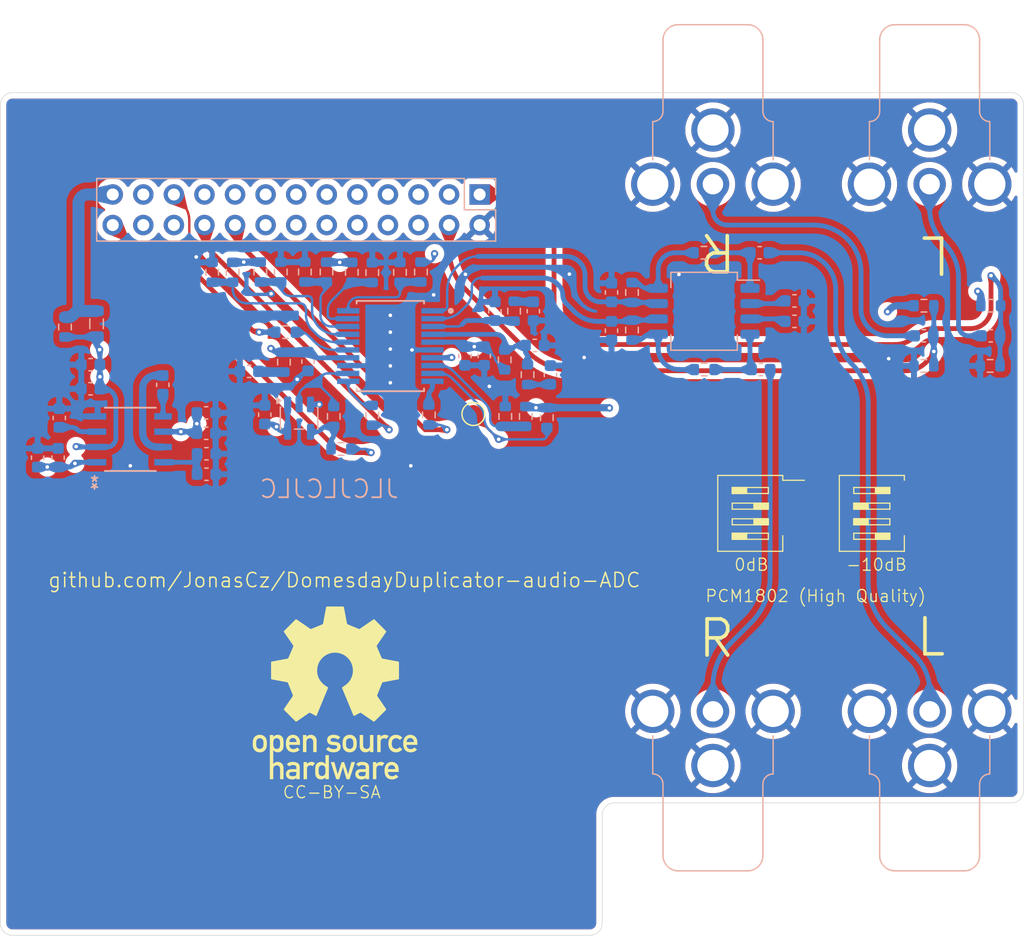
<source format=kicad_pcb>
(kicad_pcb (version 20241229) (generator "pcbnew") (generator_version "9.0")
  (layers (0 "F.Cu" signal) (4 "In1.Cu" signal) (6 "In2.Cu" signal) (2 "B.Cu" signal) (13 "F.Paste" user) (15 "B.Paste" user) (5 "F.SilkS" user "F.Silkscreen") (7 "B.SilkS" user "B.Silkscreen") (1 "F.Mask" user) (3 "B.Mask" user) (25 "Edge.Cuts" user))
  (net 0 "")
  (net 1 "GND")
  (net 2 "Net-(U2-CPO)")
  (net 3 "Net-(U2-C-)")
  (net 4 "Net-(U2-C+)")
  (net 5 "+3.3V")
  (net 6 "Net-(U2-FILT{slash}FB)")
  (net 7 "/+5V, Analog")
  (net 8 "Net-(U1-VREF1)")
  (net 9 "Net-(C9-Pad1)")
  (net 10 "Net-(J4-In)")
  (net 11 "Net-(C12-Pad2)")
  (net 12 "Net-(C15-Pad2)")
  (net 13 "Net-(C17-Pad2)")
  (net 14 "Net-(J5-In)")
  (net 15 "VINL")
  (net 16 "VINR")
  (net 17 "Net-(C20-Pad1)")
  (net 18 "Net-(C21-Pad1)")
  (net 19 "Net-(J3-In)")
  (net 20 "Net-(J1-In)")
  (net 21 "Net-(CNP1-Pad1)")
  (net 22 "Net-(U1-VREF2)")
  (net 23 "/+3v3 from host")
  (net 27 "BCK")
  (net 31 "DOUT")
  (net 32 "SCKI")
  (net 38 "LRCK")
  (net 40 "Net-(U1-SCKI)")
  (net 41 "Net-(U1-BCK)")
  (net 42 "Net-(U1-LRCK)")
  (net 43 "Net-(U1-FSYNC)")
  (net 44 "Net-(R10-Pad1)")
  (net 45 "Net-(U1-DOUT)")
  (net 46 "Net-(RA1-Pad1)")
  (net 47 "Net-(RA2-Pad1)")
  (net 48 "Net-(U1-BYPAS)")
  (net 49 "Net-(U1-FMT0)")
  (net 50 "Net-(U1-FMT1)")
  (net 51 "Net-(U1-MODE0)")
  (net 52 "Net-(U1-MODE1)")
  (net 53 "Net-(U1-OSR)")
  (net 59 "Net-(J2-Pin_1)")
  (net 60 "Net-(J2-Pin_4)")
  (footprint "TestPoint:TestPoint_Pad_D1.5mm" (layer "F.Cu") (at 139.3 76.7)
    (property "Reference" "TP1" (hide yes))
    (property "Value" "TestPoint")
  )
  (footprint "Resistor_SMD:R_0603_1608Metric" (layer "B.Cu") (at 152.475 69.725 90)
    (property "Reference" "RA2" (hide yes))
    (property "Value" "1k")
  )
  (footprint "Resistor_SMD:R_0603_1608Metric" (layer "B.Cu") (at 127.7 76.9 -90)
    (property "Reference" "R12" (hide yes))
    (property "Value" "NP")
  )
  (footprint "Capacitor_SMD:C_0603_1608Metric" (layer "B.Cu") (at 138.6 71.875 90)
    (property "Reference" "C7" (hide yes))
    (property "Value" "0.22uF")
  )
  (footprint "RCA-Phono_CUI-Devices_RCJ-01X_Horizontal:RCA-Phono_CUI-Devices_RCJ-01X_Horizontal" (layer "B.Cu") (at 159.2 57.604 180)
    (property "Reference" "J1" (hide yes))
    (property "Value" "RCA")
  )
  (footprint "Capacitor_SMD:C_0603_1608Metric" (layer "B.Cu") (at 144.4 71 180)
    (property "Reference" "CNP2" (hide yes))
    (property "Value" "0.22uF")
  )
  (footprint "Connector_PinSocket_2.54mm:PinSocket_2x13_P2.54mm_Vertical" (layer "B.Cu") (at 139.82 58.46 90)
    (property "Reference" "J2" (hide yes))
    (property "Value" "CONN_HOST_1")
  )
  (footprint "Capacitor_SMD:C_0603_1608Metric" (layer "B.Cu") (at 121.97 76.75 -90)
    (property "Reference" "C25" (hide yes))
    (property "Value" "1uF")
  )
  (footprint "Capacitor_SMD:C_0603_1608Metric" (layer "B.Cu") (at 144.28 68.155 -90)
    (property "Reference" "C9" (hide yes))
    (property "Value" "10uF")
  )
  (footprint "Resistor_SMD:R_0603_1608Metric" (layer "B.Cu") (at 127.1 64.9 90)
    (property "Reference" "RFMT1" (hide yes))
    (property "Value" "NP")
  )
  (footprint "Resistor_SMD:R_0603_1608Metric" (layer "B.Cu") (at 130.9 76.8 90)
    (property "Reference" "R6" (hide yes))
    (property "Value" "22R")
  )
  (footprint "Resistor_SMD:R_0603_1608Metric" (layer "B.Cu") (at 129.2 64.925 -90)
    (property "Reference" "RMODE0" (hide yes))
    (property "Value" "NP")
  )
  (footprint "Resistor_SMD:R_0603_1608Metric" (layer "B.Cu") (at 119.3 64.925 90)
    (property "Reference" "ROSR1" (hide yes))
    (property "Value" "NP")
  )
  (footprint "Capacitor_SMD:C_0603_1608Metric" (layer "B.Cu") (at 176.725 70.2)
    (property "Reference" "C24" (hide yes))
    (property "Value" "1uF")
  )
  (footprint "Capacitor_SMD:C_0603_1608Metric" (layer "B.Cu") (at 117.1 76.6)
    (property "Reference" "C3" (hide yes))
    (property "Value" "10uF")
  )
  (footprint "Resistor_SMD:R_0603_1608Metric" (layer "B.Cu") (at 182.275 67.7 180)
    (property "Reference" "R14" (hide yes))
    (property "Value" "1k")
  )
  (footprint "Resistor_SMD:R_0603_1608Metric" (layer "B.Cu") (at 133.2 64.925 -90)
    (property "Reference" "RMODE4" (hide yes))
    (property "Value" "0R")
  )
  (footprint "Capacitor_SMD:C_0603_1608Metric" (layer "B.Cu") (at 107.5 74.6 180)
    (property "Reference" "C13" (hide yes))
    (property "Value" "0.22uF")
  )
  (footprint "Resistor_SMD:R_0603_1608Metric" (layer "B.Cu") (at 176.725 67.7)
    (property "Reference" "R13" (hide yes))
    (property "Value" "1k")
  )
  (footprint "RCA-Phono_CUI-Devices_RCJ-01X_Horizontal:RCA-Phono_CUI-Devices_RCJ-01X_Horizontal" (layer "B.Cu") (at 159.2 101.396)
    (property "Reference" "J5" (hide yes))
    (property "Value" "RCA")
  )
  (footprint "Resistor_SMD:R_0603_1608Metric" (layer "B.Cu") (at 134.94 64.9 90)
    (property "Reference" "RMODE1" (hide yes))
    (property "Value" "NP")
  )
  (footprint "Resistor_SMD:R_0603_1608Metric" (layer "B.Cu") (at 182.225 72.7)
    (property "Reference" "R11" (hide yes))
    (property "Value" "1k")
  )
  (footprint "Resistor_SMD:R_0603_1608Metric" (layer "B.Cu") (at 105.375 69.475 90)
    (property "Reference" "R3" (hide yes))
    (property "Value" "0R")
  )
  (footprint "Capacitor_SMD:C_0603_1608Metric" (layer "B.Cu") (at 163.175 73 180)
    (property "Reference" "C17" (hide yes))
    (property "Value" "1uF")
  )
  (footprint "Resistor_SMD:R_0603_1608Metric" (layer "B.Cu") (at 135.6 76.775 90)
    (property "Reference" "R7" (hide yes))
    (property "Value" "22R")
  )
  (footprint "Resistor_SMD:R_0603_1608Metric" (layer "B.Cu") (at 143.8 73.425 -90)
    (property "Reference" "R22" (hide yes))
    (property "Value" "1R")
  )
  (footprint "RCA-Phono_CUI-Devices_RCJ-01X_Horizontal:RCA-Phono_CUI-Devices_RCJ-01X_Horizontal" (layer "B.Cu") (at 177.2 57.604 180)
    (property "Reference" "J3" (hide yes))
    (property "Value" "RCA")
  )
  (footprint "Resistor_SMD:R_0603_1608Metric" (layer "B.Cu") (at 141.9 72.2 90)
    (property "Reference" "R4" (hide yes))
    (property "Value" "0R")
  )
  (footprint "Resistor_SMD:R_0603_1608Metric" (layer "B.Cu") (at 123.7 69.9)
    (property "Reference" "R5" (hide yes))
    (property "Value" "22R")
  )
  (footprint "Capacitor_SMD:C_0603_1608Metric" (layer "B.Cu") (at 165.975 69)
    (property "Reference" "C21" (hide yes))
    (property "Value" "4.7nF")
  )
  (footprint "Capacitor_SMD:C_0603_1608Metric" (layer "B.Cu") (at 103.1 80.325 90)
    (property "Reference" "C5" (hide yes))
    (property "Value" "10uF")
  )
  (footprint "footprints_ltc1682:SO-8_S_LIT" (layer "B.Cu") (at 110.8 78.8)
    (property "Reference" "U2" (hide yes))
    (property "Value" "LTC1682IS8-5")
  )
  (footprint "Resistor_SMD:R_0603_1608Metric" (layer "B.Cu") (at 123.3 64.9 -90)
    (property "Reference" "RFMT2" (hide yes))
    (property "Value" "0R")
  )
  (footprint "Resistor_SMD:R_0603_1608Metric" (layer "B.Cu") (at 125.3 64.9 -90)
    (property "Reference" "RFMT4" (hide yes))
    (property "Value" "0R")
  )
  (footprint "Button_Switch_SMD:SW_DIP_SPSTx04_Slide_Copal_CHS-04B_W7.62mm_P1.27mm" (layer "B.Cu") (at 158.465 68.16 180)
    (property "Reference" "SW1" (hide yes))
    (property "Value" "SW_DIP_x04")
  )
  (footprint "Capacitor_SMD:C_0603_1608Metric" (layer "B.Cu") (at 163.075 63.3 180)
    (property "Reference" "C12" (hide yes))
    (property "Value" "1uF")
  )
  (footprint "Capacitor_SMD:C_0603_1608Metric" (layer "B.Cu") (at 117.1 78.3)
    (property "Reference" "C11" (hide yes))
    (property "Value" "0.22uF")
  )
  (footprint "RCA-Phono_CUI-Devices_RCJ-01X_Horizontal:RCA-Phono_CUI-Devices_RCJ-01X_Horizontal" (layer "B.Cu") (at 177.2 101.396)
    (property "Reference" "J4" (hide yes))
    (property "Value" "RCA")
  )
  (footprint "Resistor_SMD:R_0603_1608Metric" (layer "B.Cu") (at 117.6 64.925 -90)
    (property "Reference" "ROSR2" (hide yes))
    (property "Value" "0R")
  )
  (footprint "Capacitor_SMD:C_0603_1608Metric" (layer "B.Cu") (at 113.5 74.275 -90)
    (property "Reference" "C2" (hide yes))
    (property "Value" "0.22uF")
  )
  (footprint "Capacitor_SMD:C_0603_1608Metric" (layer "B.Cu") (at 141.09 68.155 -90)
    (property "Reference" "C8" (hide yes))
    (property "Value" "0.22uF")
  )
  (footprint "Resistor_SMD:R_0603_1608Metric" (layer "B.Cu") (at 143.65 76.9 90)
    (property "Reference" "RBYPASS1" (hide yes))
    (property "Value" "NP")
  )
  (footprint "Capacitor_SMD:C_0603_1608Metric" (layer "B.Cu") (at 145.7 73.45 90)
    (property "Reference" "CNP1" (hide yes))
    (property "Value" "10uF")
  )
  (footprint "footprints_pcm1802:DB0020A-MFG" (layer "B.Cu") (at 132.4 71.05 180)
    (property "Reference" "U1" (hide yes))
    (property "Value" "PCM1802DBR")
  )
  (footprint "Inductor_SMD:L_0805_2012Metric" (layer "B.Cu") (at 108 69.2 90)
    (property "Reference" "FB1" (hide yes))
    (property "Value" "600R@100 MHz <100 mR")
  )
  (footprint "Resistor_SMD:R_0603_1608Metric" (layer "B.Cu") (at 142.68 68.155 -90)
    (property "Reference" "R1" (hide yes))
    (property "Value" "1R")
  )
  (footprint "Capacitor_SMD:C_0603_1608Metric" (layer "B.Cu") (at 165.975 67.3)
    (property "Reference" "C20" (hide yes))
    (property "Value" "4.7nF")
  )
  (footprint "Resistor_SMD:R_0603_1608Metric" (layer "B.Cu") (at 158.475 73 180)
    (property "Reference" "RA4" (hide yes))
    (property "Value" "47k")
  )
  (footprint "Capacitor_SMD:C_0603_1608Metric" (layer "B.Cu") (at 120.675 73.15)
    (property "Reference" "C15" (hide yes))
    (property "Value" "10uF")
  )
  (footprint "Resistor_SMD:R_0603_1608Metric" (layer "B.Cu") (at 141.95 76.9 -90)
    (property "Reference" "RBYPASS2" (hide yes))
    (property "Value" "0R")
  )
  (footprint "Resistor_SMD:R_0603_1608Metric" (layer "B.Cu") (at 130.9 64.95 -90)
    (property "Reference" "RMODE2" (hide yes))
    (property "Value" "0R")
  )
  (footprint "Capacitor_SMD:C_0603_1608Metric" (layer "B.Cu") (at 150.775 66.6 -90)
    (property "Reference" "C18" (hide yes))
    (property "Value" "100pF")
  )
  (footprint "Package_TO_SOT_SMD:SOT-23-5" (layer "B.Cu") (at 124.82 77.0375 -90)
    (property "Reference" "U3" (hide yes))
    (property "Value" "SN74LVC1G125DBV")
  )
  (footprint "Capacitor_SMD:C_0603_1608Metric" (layer "B.Cu") (at 150.775 69.775 -90)
    (property "Reference" "C19" (hide yes))
    (property "Value" "100pF")
  )
  (footprint "Capacitor_SMD:C_0603_1608Metric" (layer "B.Cu") (at 104.9 77.025 -90)
    (property "Reference" "C4" (hide yes))
    (property "Value" "1nF")
  )
  (footprint "Resistor_SMD:R_0603_1608Metric" (layer "B.Cu") (at 158.45 63.3 180)
    (property "Reference" "RA3" (hide yes))
    (property "Value" "47k")
  )
  (footprint "Capacitor_SMD:C_0603_1608Metric" (layer "B.Cu") (at 107.5 72.6 180)
    (property "Reference" "C22" (hide yes))
    (property "Value" "10uF")
  )
  (footprint "Capacitor_SMD:C_0603_1608Metric" (layer "B.Cu") (at 117.125 81.7)
    (property "Reference" "C10" (hide yes))
    (property "Value" "10uF")
  )
  (footprint "Resistor_SMD:R_0603_1608Metric" (layer "B.Cu") (at 176.725 72.7 180)
    (property "Reference" "R9" (hide yes))
    (property "Value" "1k")
  )
  (footprint "Capacitor_SMD:C_0603_1608Metric" (layer "B.Cu") (at 117.125 80)
    (property "Reference" "C1" (hide yes))
    (property "Value" "10uF")
  )
  (footprint "Resistor_SMD:R_0603_1608Metric" (layer "B.Cu") (at 145.4 77 -90)
    (property "Reference" "R8" (hide yes))
    (property "Value" "0R")
  )
  (footprint "Resistor_SMD:R_0603_1608Metric" (layer "B.Cu") (at 121.6 64.9 -90)
    (property "Reference" "RFMT0" (hide yes))
    (property "Value" "NP")
  )
  (footprint "Capacitor_SMD:C_0603_1608Metric" (layer "B.Cu") (at 182.275 70.2)
    (property "Reference" "C23" (hide yes))
    (property "Value" "1uF")
  )
  (footprint "Capacitor_SMD:C_0603_1608Metric" (layer "B.Cu") (at 125.5625 72.3375 90)
    (property "Reference" "C16" (hide yes))
    (property "Value" "0.22uF")
  )
  (footprint "Capacitor_SMD:C_0603_1608Metric" (layer "B.Cu") (at 104.8 80.325 -90)
    (property "Reference" "C14" (hide yes))
    (property "Value" "0.22uF")
  )
  (footprint "Resistor_SMD:R_0603_1608Metric" (layer "B.Cu") (at 123.5625 72.3875 -90)
    (property "Reference" "R2" (hide yes))
    (property "Value" "1R")
  )
  (footprint "Resistor_SMD:R_0603_1608Metric" (layer "B.Cu") (at 128.3 79.6)
    (property "Reference" "R10" (hide yes))
    (property "Value" "22R")
  )
  (footprint "Capacitor_SMD:C_0603_1608Metric" (layer "B.Cu") (at 140.2 71.875 -90)
    (property "Reference" "C6" (hide yes))
    (property "Value" "10uF")
  )
  (footprint "Resistor_SMD:R_0603_1608Metric" (layer "B.Cu") (at 152.475 66.6 -90)
    (property "Reference" "RA1" (hide yes))
    (property "Value" "1k")
  )
  (gr_poly (pts (xy 124.347667 105.595533) (xy 124.409474 105.599882) (xy 124.468324 105.607336) (xy 124.49658 105.612281) (xy 124.524025 105.618065) (xy 124.550633 105.624709) (xy 124.576382 105.632236) (xy 124.601246 105.640665) (xy 124.625201 105.650018) (xy 124.648224 105.660316) (xy 124.67029 105.67158) (xy 124.691375 105.683831) (xy 124.711455 105.69709) (xy 124.730505 105.711379) (xy 124.748502 105.726718) (xy 124.765421 105.743128) (xy 124.781237 105.76063) (xy 124.795928 105.779247) (xy 124.809468 105.798997) (xy 124.821833 105.819904) (xy 124.832999 105.841987) (xy 124.842943 105.865268) (xy 124.851639 105.889768) (xy 124.859063 105.915508) (xy 124.865192 105.942509) (xy 124.870001 105.970792) (xy 124.873466 106.000378) (xy 124.875563 106.031289) (xy 124.876267 106.063545) (xy 124.876267 107.036206) (xy 124.589486 107.036206) (xy 124.589486 106.909682) (xy 124.58385 106.909682) (xy 124.572316 106.927526) (xy 124.559776 106.944127) (xy 124.546146 106.959498) (xy 124.531345 106.97365) (xy 124.515291 106.986598) (xy 124.497901 106.998353) (xy 124.479093 107.008929) (xy 124.458785 107.018337) (xy 124.436895 107.026591) (xy 124.413341 107.033704) (xy 124.388039 107.039687) (xy 124.360909 107.044554) (xy 124.331868 107.048318) (xy 124.300834 107.05099) (xy 124.267724 107.052584) (xy 124.232457 107.053113) (xy 124.203065 107.052565) (xy 124.174458 107.050937) (xy 124.146644 107.048253) (xy 124.119634 107.044536) (xy 124.093438 107.039811) (xy 124.068064 107.0341) (xy 124.043524 107.027427) (xy 124.019826 107.019817) (xy 123.996981 107.011292) (xy 123.974998 107.001876) (xy 123.953888 106.991594) (xy 123.933659 106.980469) (xy 123.914321 106.968524) (xy 123.895885 106.955783) (xy 123.87836 106.94227) (xy 123.861756 106.928008) (xy 123.846083 106.913022) (xy 123.831349 106.897335) (xy 123.817567 106.88097) (xy 123.804744 106.863951) (xy 123.79289 106.846302) (xy 123.782017 106.828046) (xy 123.772132 106.809208) (xy 123.763247 106.789811) (xy 123.75537 106.769878) (xy 123.748512 106.749433) (xy 123.742682 106.728501) (xy 123.73789 106.707104) (xy 123.734146 106.685266) (xy 123.73146 106.663011) (xy 123.729841 106.640363) (xy 123.729299 106.617345) (xy 123.729604 106.603294) (xy 123.999095 106.603294) (xy 123.999995 106.62105) (xy 124.002737 106.638438) (xy 124.007383 106.655351) (xy 124.013995 106.671682) (xy 124.018057 106.679595) (xy 124.022633 106.687323) (xy 124.027731 106.694851) (xy 124.033359 106.702167) (xy 124.039525 106.709256) (xy 124.046236 106.716106) (xy 124.0535 106.722703) (xy 124.061325 106.729034) (xy 124.069717 106.735085) (xy 124.078686 106.740843) (xy 124.088239 106.746294) (xy 124.098383 106.751426) (xy 124.109126 106.756224) (xy 124.120476 106.760675) (xy 124.132441 106.764765) (xy 124.145028 106.768483) (xy 124.172099 106.774742) (xy 124.201752 106.779346) (xy 124.234048 106.782187) (xy 124.269049 106.783158) (xy 124.31202 106.782821) (xy 124.351414 106.78164) (xy 124.38734 106.779364) (xy 124.419911 106.775743) (xy 124.434973 106.773349) (xy 124.449238 106.770524) (xy 124.462719 106.767236) (xy 124.475431 106.763455) (xy 124.487387 106.759149) (xy 124.498602 106.754287) (xy 124.509089 106.748836) (xy 124.518862 106.742766) (xy 124.527935 106.736045) (xy 124.536322 106.728641) (xy 124.544037 106.720524) (xy 124.551094 106.711662) (xy 124.557506 106.702023) (xy 124.563288 106.691576) (xy 124.568453 106.680289) (xy 124.573016 106.668132) (xy 124.576989 106.655072) (xy 124.580388 106.641078) (xy 124.583226 106.626119) (xy 124.585516 106.610163) (xy 124.587274 106.59318) (xy 124.588512 106.575136) (xy 124.589245 106.556002) (xy 124.589486 106.535745) (xy 124.589486 106.431685) (xy 124.246586 106.431685) (xy 124.231029 106.431882) (xy 124.215997 106.432469) (xy 124.201488 106.433441) (xy 124.187501 106.434791) (xy 124.174033 106.436514) (xy 124.161082 106.438605) (xy 124.148646 106.441057) (xy 124.136723 106.443865) (xy 124.125311 106.447024) (xy 124.114408 106.450527) (xy 124.104011 106.45437) (xy 124.09412 106.458545) (xy 124.084731 106.463048) (xy 124.075842 106.467873) (xy 124.067452 106.473015) (xy 124.059558 106.478467) (xy 124.052159 106.484223) (xy 124.045252 106.490279) (xy 124.038836 106.496629) (xy 124.032907 106.503266) (xy 124.027465 106.510185) (xy 124.022507 106.517381) (xy 124.018031 106.524847) (xy 124.014034 106.532579) (xy 124.010516 106.54057) (xy 124.007473 106.548815) (xy 124.004905 106.557308) (xy 124.002808 106.566043) (xy 124.00118 106.575015) (xy 124.00002 106.584218) (xy 123.999326 106.593646) (xy 123.999095 106.603294) (xy 123.729604 106.603294) (xy 123.72976 106.596106) (xy 123.731141 106.575093) (xy 123.733442 106.554336) (xy 123.736661 106.533864) (xy 123.740795 106.513706) (xy 123.745844 106.493892) (xy 123.751806 106.474451) (xy 123.75868 106.455412) (xy 123.766464 106.436805) (xy 123.775156 106.418659) (xy 123.784755 106.401004) (xy 123.795259 106.383869) (xy 123.806667 106.367283) (xy 123.818977 106.351277) (xy 123.832188 106.335878) (xy 123.846298 106.321117) (xy 123.861305 106.307022) (xy 123.877209 106.293624) (xy 123.894007 106.280952) (xy 123.911699 106.269035) (xy 123.930281 106.257902) (xy 123.949754 106.247584) (xy 123.970115 106.238108) (xy 123.991363 106.229505) (xy 124.013496 106.221804) (xy 124.036513 106.215035) (xy 124.060412 106.209226) (xy 124.085192 106.204408) (xy 124.110851 106.200609) (xy 124.137387 106.197859) (xy 124.1648 106.196188) (xy 124.193087 106.195624) (xy 124.589486 106.195624) (xy 124.589486 106.046638) (xy 124.588457 106.022362) (xy 124.587162 106.010969) (xy 124.58534 106.000065) (xy 124.582985 105.989641) (xy 124.58009 105.979691) (xy 124.576651 105.970207) (xy 124.572662 105.961183) (xy 124.568117 105.952611) (xy 124.56301 105.944483) (xy 124.557336 105.936794) (xy 124.55109 105.929536) (xy 124.544264 105.922701) (xy 124.536855 105.916282) (xy 124.528856 105.910273) (xy 124.520261 105.904666) (xy 124.511065 105.899455) (xy 124.501262 105.894631) (xy 124.479814 105.886119) (xy 124.455871 105.879073) (xy 124.429388 105.873436) (xy 124.400319 105.869151) (xy 124.368619 105.866161) (xy 124.334244 105.864409) (xy 124.297148 105.863837) (xy 124.27012 105.864175) (xy 124.24485 105.865211) (xy 124.221251 105.866982) (xy 124.199236 105.869526) (xy 124.188796 105.871099) (xy 124.17872 105.872879) (xy 124.168997 105.87487) (xy 124.159616 105.877077) (xy 124.150567 105.879505) (xy 124.141839 105.882157) (xy 124.13342 105.885039) (xy 124.125301 105.888156) (xy 124.11747 105.891511) (xy 124.109916 105.89511) (xy 124.102629 105.898957) (xy 124.095599 105.903056) (xy 124.088813 105.907412) (xy 124.082262 105.912031) (xy 124.075935 105.916915) (xy 124.06982 105.92207) (xy 124.063908 105.927501) (xy 124.058186 105.933212) (xy 124.052646 105.939207) (xy 124.047275 105.945492) (xy 124.042063 105.95207) (xy 124.036999 105.958947) (xy 124.032072 105.966126) (xy 124.027273 105.973614) (xy 123.802403 105.802163) (xy 123.823518 105.77479) (xy 123.845766 105.749605) (xy 123.869158 105.726549) (xy 123.893708 105.705563) (xy 123.919427 105.686591) (xy 123.946329 105.669574) (xy 123.974425 105.654453) (xy 124.003728 105.64117) (xy 124.03425 105.629668) (xy 124.066005 105.619888) (xy 124.099004 105.611773) (xy 124.133259 105.605263) (xy 124.168784 105.600301) (xy 124.20559 105.596829) (xy 124.243691 105.594788) (xy 124.283098 105.594121)) (fill yes) (layer "F.SilkS"))
  (gr_line (start 159.6 88.1) (end 165 88.1) (stroke (width 0.1)) (layer "F.SilkS"))
  (gr_line (start 175.1 88.1) (end 175.1 86.8) (stroke (width 0.1)) (layer "F.SilkS"))
  (gr_line (start 173.9 84.1) (end 170.9 84.1) (stroke (width 0.1)) (layer "F.SilkS"))
  (gr_poly (pts (xy 128.026661 106.608929) (xy 128.032297 106.608929) (xy 128.355512 105.611027) (xy 128.563554 105.611027) (xy 128.886768 106.608929) (xy 128.892563 106.608929) (xy 129.165057 105.611027) (xy 129.468746 105.611027) (xy 129.013451 107.036206) (xy 128.760324 107.036206) (xy 128.46235 106.038222) (xy 128.456715 106.038222) (xy 128.158742 107.036206) (xy 127.905773 107.036206) (xy 127.450399 105.611027) (xy 127.753929 105.611027)) (fill yes) (layer "F.SilkS"))
  (gr_line (start 170.9 86.6) (end 170.9 87.1) (stroke (width 0.1)) (layer "F.SilkS"))
  (gr_line (start 170.9 87.1) (end 173.9 87.1) (stroke (width 0.1)) (layer "F.SilkS"))
  (gr_line (start 163.8 87.1) (end 163.8 86.6) (stroke (width 0.1)) (layer "F.SilkS"))
  (gr_line (start 170.9 82.8) (end 170.9 83.3) (stroke (width 0.1)) (layer "F.SilkS"))
  (gr_poly (pts (xy 125.825857 103.343389) (xy 125.846889 103.344891) (xy 125.889132 103.350886) (xy 125.931266 103.360841) (xy 125.972877 103.374729) (xy 125.993357 103.383138) (xy 126.013549 103.39252) (xy 126.033402 103.402871) (xy 126.052865 103.414188) (xy 126.071885 103.426465) (xy 126.09041 103.439701) (xy 126.108389 103.453892) (xy 126.125769 103.469033) (xy 126.142498 103.485122) (xy 126.158524 103.502155) (xy 126.173796 103.520128) (xy 126.188262 103.539037) (xy 126.201868 103.55888) (xy 126.214565 103.579652) (xy 126.226298 103.60135) (xy 126.237018 103.623971) (xy 126.246671 103.64751) (xy 126.255205 103.671964) (xy 126.262569 103.69733) (xy 126.268711 103.723605) (xy 126.273578 103.750783) (xy 126.277119 103.778863) (xy 126.279282 103.807839) (xy 126.280014 103.83771) (xy 126.280014 104.784972) (xy 125.993312 104.784972) (xy 125.993312 103.936216) (xy 125.99296 103.918262) (xy 125.991915 103.900792) (xy 125.990191 103.883813) (xy 125.987804 103.867328) (xy 125.984769 103.851345) (xy 125.981099 103.835868) (xy 125.976811 103.820903) (xy 125.971919 103.806457) (xy 125.966438 103.792534) (xy 125.960383 103.77914) (xy 125.953769 103.766281) (xy 125.946611 103.753963) (xy 125.938924 103.74219) (xy 125.930722 103.73097) (xy 125.922021 103.720306) (xy 125.912835 103.710206) (xy 125.903181 103.700674) (xy 125.893071 103.691716) (xy 125.882522 103.683339) (xy 125.871548 103.675546) (xy 125.860164 103.668345) (xy 125.848386 103.66174) (xy 125.836227 103.655738) (xy 125.823704 103.650343) (xy 125.81083 103.645563) (xy 125.797621 103.641401) (xy 125.784092 103.637864) (xy 125.770258 103.634958) (xy 125.756133 103.632687) (xy 125.741733 103.631059) (xy 125.727072 103.630077) (xy 125.712166 103.629749) (xy 125.697007 103.630077) (xy 125.682109 103.631059) (xy 125.667488 103.632687) (xy 125.653156 103.634958) (xy 125.63913 103.637864) (xy 125.625422 103.641401) (xy 125.612048 103.645562) (xy 125.599021 103.650343) (xy 125.586357 103.655737) (xy 125.57407 103.66174) (xy 125.562174 103.668344) (xy 125.550683 103.675545) (xy 125.539613 103.683338) (xy 125.528976 103.691716) (xy 125.518789 103.700673) (xy 125.509065 103.710205) (xy 125.499818 103.720305) (xy 125.491064 103.730969) (xy 125.482816 103.74219) (xy 125.475088 103.753962) (xy 125.467897 103.76628) (xy 125.461255 103.779139) (xy 125.455177 103.792533) (xy 125.449677 103.806456) (xy 125.444771 103.820902) (xy 125.440472 103.835867) (xy 125.436795 103.851344) (xy 125.433754 103.867327) (xy 125.431364 103.883812) (xy 125.429638 103.900792) (xy 125.428593 103.918262) (xy 125.428241 103.936216) (xy 125.428241 104.784972) (xy 125.141539 104.784972) (xy 125.141539 103.359793) (xy 125.428241 103.359793) (xy 125.428241 103.511559) (xy 125.433956 103.511559) (xy 125.451262 103.491143) (xy 125.46947 103.472042) (xy 125.488554 103.454257) (xy 125.508489 103.437788) (xy 125.52925 103.422635) (xy 125.550812 103.408798) (xy 125.57315 103.396278) (xy 125.596238 103.385075) (xy 125.620052 103.375189) (xy 125.644566 103.366621) (xy 125.669756 103.35937) (xy 125.695596 103.353436) (xy 125.722061 103.348821) (xy 125.749125 103.345525) (xy 125.776765 103.343546) (xy 125.804955 103.342887)) (fill yes) (layer "F.SilkS"))
  (gr_line (start 170.9 84.6) (end 173.9 84.6) (stroke (width 0.1)) (layer "F.SilkS"))
  (gr_line (start 170.9 83.3) (end 173.9 83.3) (stroke (width 0.1)) (layer "F.SilkS"))
  (gr_rect (start 160.8 82.8) (end 162 83.3) (stroke (width 0.1)) (fill yes) (layer "F.SilkS"))
  (gr_line (start 163.8 84.6) (end 163.8 84.1) (stroke (width 0.1)) (layer "F.SilkS"))
  (gr_poly (pts (xy 130.142006 104.208709) (xy 130.142357 104.226649) (xy 130.143403 104.244107) (xy 130.145128 104.261076) (xy 130.147518 104.277552) (xy 130.150559 104.293528) (xy 130.154236 104.308998) (xy 130.158535 104.323958) (xy 130.16344 104.338401) (xy 130.168939 104.352322) (xy 130.175017 104.365714) (xy 130.181658 104.378573) (xy 130.188849 104.390892) (xy 130.196575 104.402666) (xy 130.204821 104.413889) (xy 130.213574 104.424555) (xy 130.222819 104.434659) (xy 130.232541 104.444195) (xy 130.242727 104.453157) (xy 130.25336 104.461539) (xy 130.264428 104.469337) (xy 130.275916 104.476543) (xy 130.287809 104.483152) (xy 130.300092 104.48916) (xy 130.312752 104.494559) (xy 130.325774 104.499344) (xy 130.339144 104.50351) (xy 130.352846 104.50705) (xy 130.366868 104.50996) (xy 130.381193 104.512233) (xy 130.395808 104.513864) (xy 130.410699 104.514846) (xy 130.42585 104.515175) (xy 130.440764 104.514846) (xy 130.455431 104.513864) (xy 130.469838 104.512233) (xy 130.483969 104.50996) (xy 130.497808 104.50705) (xy 130.511343 104.50351) (xy 130.524556 104.499344) (xy 130.537434 104.494559) (xy 130.549962 104.48916) (xy 130.562124 104.483152) (xy 130.573906 104.476543) (xy 130.585293 104.469337) (xy 130.596269 104.461539) (xy 130.606821 104.453157) (xy 130.616933 104.444195) (xy 130.62659 104.434659) (xy 130.635777 104.424555) (xy 130.644479 104.413889) (xy 130.652682 104.402666) (xy 130.660371 104.390892) (xy 130.66753 104.378573) (xy 130.674145 104.365714) (xy 130.6802 104.352322) (xy 130.685682 104.338401) (xy 130.690574 104.323958) (xy 130.694863 104.308998) (xy 130.698532 104.293528) (xy 130.701568 104.277552) (xy 130.703955 104.261076) (xy 130.705679 104.244107) (xy 130.706724 104.226649) (xy 130.707076 104.208709) (xy 130.707076 103.359792) (xy 130.993699 103.359792) (xy 130.993699 104.78513) (xy 130.707076 104.78513) (xy 130.707076 104.633206) (xy 130.70152 104.633206) (xy 130.684199 104.653622) (xy 130.665982 104.672723) (xy 130.646897 104.690508) (xy 130.626974 104.706977) (xy 130.606243 104.72213) (xy 130.584733 104.735967) (xy 130.562474 104.748487) (xy 130.539495 104.75969) (xy 130.515827 104.769575) (xy 130.491497 104.778144) (xy 130.466536 104.785395) (xy 130.440974 104.791328) (xy 130.414839 104.795943) (xy 130.388163 104.799239) (xy 130.360973 104.801218) (xy 130.333299 104.801877) (xy 130.312144 104.801375) (xy 130.290875 104.799873) (xy 130.248202 104.793879) (xy 130.205692 104.783924) (xy 130.184627 104.777471) (xy 130.163758 104.770038) (xy 130.143135 104.761629) (xy 130.122811 104.752249) (xy 130.102837 104.741899) (xy 130.083264 104.730585) (xy 130.064143 104.71831) (xy 130.045527 104.705076) (xy 130.027467 104.690889) (xy 130.010015 104.675751) (xy 129.993221 104.659666) (xy 129.977137 104.642638) (xy 129.961815 104.62467) (xy 129.947306 104.605766) (xy 129.933662 104.585929) (xy 129.920935 104.565164) (xy 129.909175 104.543473) (xy 129.898434 104.520861) (xy 129.888764 104.49733) (xy 129.880217 104.472885) (xy 129.872843 104.447529) (xy 129.866694 104.421266) (xy 129.861822 104.3941) (xy 129.858279 104.366033) (xy 129.856115 104.337069) (xy 129.855382 104.307213) (xy 129.855383 104.307213) (xy 129.855383 103.359792) (xy 130.142006 103.359792)) (fill yes) (layer "F.SilkS"))
  (gr_line (start 165 81.8) (end 165 82.2) (stroke (width 0.1)) (layer "F.SilkS"))
  (gr_line (start 173.9 87.1) (end 173.9 86.6) (stroke (width 0.1)) (layer "F.SilkS"))
  (gr_line (start 169.7 81.8) (end 169.7 88.1) (stroke (width 0.1)) (layer "F.SilkS"))
  (gr_line (start 165 82.2) (end 166.8 82.2) (stroke (width 0.1)) (layer "F.SilkS"))
  (gr_line (start 173.9 84.6) (end 173.9 84.1) (stroke (width 0.1)) (layer "F.SilkS"))
  (gr_poly (pts (xy 134.08345 103.343566) (xy 134.112531 103.345596) (xy 134.141283 103.348956) (xy 134.169664 103.353629) (xy 134.19763 103.359597) (xy 134.225141 103.366843) (xy 134.252153 103.375347) (xy 134.278623 103.385092) (xy 134.304511 103.396061) (xy 134.329773 103.408234) (xy 134.354367 103.421595) (xy 134.378251 103.436124) (xy 134.401383 103.451805) (xy 134.42372 103.468619) (xy 134.445219 103.486548) (xy 134.465839 103.505575) (xy 134.485538 103.525681) (xy 134.504272 103.546847) (xy 134.521999 103.569058) (xy 134.538678 103.592293) (xy 134.554266 103.616536) (xy 134.568721 103.641768) (xy 134.581999 103.667972) (xy 134.59406 103.695129) (xy 134.60486 103.723221) (xy 134.614357 103.752231) (xy 134.62251 103.78214) (xy 134.629275 103.812931) (xy 134.63461 103.844585) (xy 134.638474 103.877085) (xy 134.640823 103.910412) (xy 134.641615 103.944549) (xy 134.641615 104.180688) (xy 133.753329 104.180688) (xy 133.753746 104.202228) (xy 133.754987 104.223092) (xy 133.757033 104.24328) (xy 133.75987 104.262791) (xy 133.763481 104.281624) (xy 133.767849 104.29978) (xy 133.772958 104.317257) (xy 133.778792 104.334055) (xy 133.785333 104.350174) (xy 133.792567 104.365612) (xy 133.800475 104.38037) (xy 133.809043 104.394448) (xy 133.818253 104.407843) (xy 133.828088 104.420556) (xy 133.838534 104.432587) (xy 133.849572 104.443935) (xy 133.861187 104.454599) (xy 133.873363 104.464578) (xy 133.886082 104.473873) (xy 133.899329 104.482483) (xy 133.913087 104.490407) (xy 133.927339 104.497645) (xy 133.94207 104.504196) (xy 133.957262 104.510059) (xy 133.9729 104.515235) (xy 133.988966 104.519722) (xy 134.005445 104.523521) (xy 134.02232 104.52663) (xy 134.039575 104.529048) (xy 134.057193 104.530777) (xy 134.075157 104.531814) (xy 134.093452 104.53216) (xy 134.114093 104.53157) (xy 134.134867 104.529814) (xy 134.155714 104.526913) (xy 134.176572 104.522886) (xy 134.19738 104.517756) (xy 134.218077 104.511541) (xy 134.2386 104.504265) (xy 134.258889 104.495946) (xy 134.278882 104.486606) (xy 134.298518 104.476265) (xy 134.317736 104.464944) (xy 134.336473 104.452664) (xy 134.354669 104.439446) (xy 134.372262 104.425309) (xy 134.389192 104.410276) (xy 134.405396 104.394366) (xy 134.613438 104.571372) (xy 134.586622 104.600829) (xy 134.558862 104.628086) (xy 134.530209 104.653186) (xy 134.500712 104.67617) (xy 134.470421 104.697078) (xy 134.439386 104.715952) (xy 134.407656 104.732834) (xy 134.375283 104.747763) (xy 134.342315 104.760782) (xy 134.308803 104.771932) (xy 134.274796 104.781253) (xy 134.240344 104.788788) (xy 134.205498 104.794576) (xy 134.170306 104.79866) (xy 134.134819 104.80108) (xy 134.099088 104.801877) (xy 134.043795 104.800155) (xy 133.987952 104.794692) (xy 133.932128 104.785043) (xy 133.87689 104.770766) (xy 133.822806 104.751415) (xy 133.796374 104.739698) (xy 133.770445 104.726546) (xy 133.745087 104.711903) (xy 133.720374 104.695714) (xy 133.696375 104.677924) (xy 133.673162 104.658477) (xy 133.650805 104.637317) (xy 133.629376 104.614388) (xy 133.608946 104.589636) (xy 133.589586 104.563005) (xy 133.571366 104.534438) (xy 133.554358 104.503882) (xy 133.538633 104.471279) (xy 133.524262 104.436575) (xy 133.511315 104.399715) (xy 133.499864 104.360641) (xy 133.48998 104.3193) (xy 133.481734 104.275635) (xy 133.475197 104.229591) (xy 133.47044 104.181112) (xy 133.467533 104.130143) (xy 133.466549 104.076628) (xy 133.467452 104.025806) (xy 133.470118 103.977138) (xy 133.473168 103.944629) (xy 133.753328 103.944629) (xy 134.354833 103.944629) (xy 134.353702 103.924619) (xy 134.351909 103.905206) (xy 134.349467 103.886392) (xy 134.34639 103.86818) (xy 134.342689 103.850573) (xy 134.338378 103.833573) (xy 134.33347 103.817182) (xy 134.327977 103.801403) (xy 134.321912 103.786239) (xy 134.315288 103.771691) (xy 134.308118 103.757763) (xy 134.300415 103.744458) (xy 134.292191 103.731776) (xy 134.283459 103.719722) (xy 134.274232 103.708298) (xy 134.264524 103.697505) (xy 134.254346 103.687347) (xy 134.243711 103.677826) (xy 134.232633 103.668945) (xy 134.221124 103.660706) (xy 134.209197 103.653112) (xy 134.196865 103.646165) (xy 134.184141 103.639867) (xy 134.171037 103.634222) (xy 134.157566 103.629232) (xy 134.143742 103.624898) (xy 134.129576 103.621225) (xy 134.115082 103.618214) (xy 134.100273 103.615867) (xy 134.085161 103.614188) (xy 134.069759 103.613179) (xy 134.05408 103.612842) (xy 134.038393 103.613179) (xy 134.022968 103.614188) (xy 134.007818 103.615867) (xy 133.992958 103.618214) (xy 133.978403 103.621225) (xy 133.964168 103.624898) (xy 133.950265 103.629231) (xy 133.936711 103.634222) (xy 133.923519 103.639867) (xy 133.910704 103.646164) (xy 133.898281 103.653112) (xy 133.886263 103.660706) (xy 133.874665 103.668945) (xy 133.863502 103.677826) (xy 133.852787 103.687347) (xy 133.842537 103.697505) (xy 133.832764 103.708297) (xy 133.823483 103.719722) (xy 133.814709 103.731776) (xy 133.806456 103.744457) (xy 133.798739 103.757763) (xy 133.791572 103.771691) (xy 133.78497 103.786238) (xy 133.778946 103.801403) (xy 133.773516 103.817181) (xy 133.768693 103.833572) (xy 133.764492 103.850573) (xy 133.760929 103.86818) (xy 133.758016 103.886392) (xy 133.755769 103.905206) (xy 133.754201 103.924619) (xy 133.753328 103.944629) (xy 133.473168 103.944629) (xy 133.474485 103.930589) (xy 133.480487 103.886122) (xy 133.488062 103.843704) (xy 133.497146 103.803298) (xy 133.507675 103.764869) (xy 133.519584 103.728381) (xy 133.532812 103.693799) (xy 133.547293 103.661087) (xy 133.562964 103.630211) (xy 133.579761 103.601134) (xy 133.597621 103.573821) (xy 133.61648 103.548237) (xy 133.636274 103.524346) (xy 133.656939 103.502112) (xy 133.678412 103.481501) (xy 133.700628 103.462477) (xy 133.723525 103.445004) (xy 133.747038 103.429046) (xy 133.771104 103.414569) (xy 133.795659 103.401537) (xy 133.820639 103.389915) (xy 133.845981 103.379666) (xy 133.871621 103.370756) (xy 133.897494 103.363149) (xy 133.923538 103.35681) (xy 133.949688 103.351703) (xy 134.002054 103.345043) (xy 134.054081 103.342886)) (fill yes) (layer "F.SilkS"))
  (gr_line (start 163.8 86.6) (end 160.8 86.6) (stroke (width 0.1)) (layer "F.SilkS"))
  (gr_line (start 175.1 81.8) (end 175.1 82.2) (stroke (width 0.1)) (layer "F.SilkS"))
  (gr_poly (pts (xy 132.902183 103.343188) (xy 132.922074 103.344089) (xy 132.941702 103.345574) (xy 132.961065 103.347634) (xy 132.998998 103.353427) (xy 133.035867 103.361374) (xy 133.071667 103.37138) (xy 133.106395 103.38335) (xy 133.140044 103.39719) (xy 133.172611 103.412805) (xy 133.204091 103.430101) (xy 133.234479 103.448984) (xy 133.263769 103.469358) (xy 133.291958 103.49113) (xy 133.319041 103.514204) (xy 133.345012 103.538487) (xy 133.369867 103.563883) (xy 133.393602 103.590298) (xy 133.182781 103.778655) (xy 133.169263 103.762619) (xy 133.155038 103.747231) (xy 133.140125 103.732542) (xy 133.124547 103.718608) (xy 133.108324 103.705481) (xy 133.091478 103.693215) (xy 133.074029 103.681863) (xy 133.055999 103.671479) (xy 133.03741 103.662116) (xy 133.018281 103.653828) (xy 132.998635 103.646669) (xy 132.978492 103.640691) (xy 132.957874 103.635949) (xy 132.936802 103.632495) (xy 132.915297 103.630384) (xy 132.89338 103.629668) (xy 132.850755 103.631227) (xy 132.810431 103.635952) (xy 132.791152 103.639524) (xy 132.772471 103.643913) (xy 132.754397 103.649129) (xy 132.736937 103.65518) (xy 132.720099 103.662074) (xy 132.70389 103.669822) (xy 132.688318 103.67843) (xy 132.673392 103.687909) (xy 132.659118 103.698267) (xy 132.645505 103.709512) (xy 132.63256 103.721654) (xy 132.620291 103.734701) (xy 132.608705 103.748662) (xy 132.597811 103.763546) (xy 132.587616 103.77936) (xy 132.578128 103.796115) (xy 132.569355 103.813819) (xy 132.561304 103.832481) (xy 132.553983 103.852109) (xy 132.5474 103.872712) (xy 132.541562 103.894299) (xy 132.536478 103.916879) (xy 132.532155 103.94046) (xy 132.5286 103.965051) (xy 132.523828 104.017299) (xy 132.522223 104.073692) (xy 132.522626 104.102174) (xy 132.523829 104.129626) (xy 132.525824 104.156057) (xy 132.528603 104.181475) (xy 132.532159 104.205889) (xy 132.536485 104.229305) (xy 132.541571 104.251734) (xy 132.547411 104.273182) (xy 132.553997 104.293659) (xy 132.56132 104.313172) (xy 132.569374 104.331729) (xy 132.578149 104.349339) (xy 132.58764 104.36601) (xy 132.597837 104.38175) (xy 132.608733 104.396567) (xy 132.620321 104.41047) (xy 132.632591 104.423467) (xy 132.645538 104.435566) (xy 132.659152 104.446775) (xy 132.673427 104.457102) (xy 132.688354 104.466556) (xy 132.703925 104.475145) (xy 132.720133 104.482877) (xy 132.736971 104.48976) (xy 132.754429 104.495802) (xy 132.772501 104.501013) (xy 132.791179 104.505399) (xy 132.810454 104.508969) (xy 132.83032 104.511731) (xy 132.850768 104.513695) (xy 132.871791 104.514866) (xy 132.89338 104.515255) (xy 132.904389 104.515075) (xy 132.915296 104.514539) (xy 132.926101 104.513655) (xy 132.936799 104.512428) (xy 132.957868 104.508974) (xy 132.978481 104.504232) (xy 132.998619 104.498254) (xy 133.01826 104.491095) (xy 133.037384 104.482807) (xy 133.05597 104.473445) (xy 133.073996 104.463061) (xy 133.091443 104.451709) (xy 133.108289 104.439443) (xy 133.124514 104.426316) (xy 133.140096 104.412381) (xy 133.155015 104.397693) (xy 133.16925 104.382304) (xy 133.182781 104.366268) (xy 133.393602 104.554624) (xy 133.369881 104.580998) (xy 133.345037 104.60636) (xy 133.319076 104.630614) (xy 133.292002 104.653666) (xy 133.26382 104.675421) (xy 133.234534 104.695783) (xy 133.204149 104.714656) (xy 133.17267 104.731947) (xy 133.140102 104.74756) (xy 133.10645 104.7614) (xy 133.071718 104.773372) (xy 133.035911 104.78338) (xy 132.999034 104.79133) (xy 132.961091 104.797126) (xy 132.922088 104.800673) (xy 132.882029 104.801877) (xy 132.820575 104.799415) (xy 132.759833 104.791928) (xy 132.700251 104.779263) (xy 132.642278 104.761266) (xy 132.614035 104.75022) (xy 132.586363 104.737784) (xy 132.559317 104.723938) (xy 132.532955 104.708664) (xy 132.507331 104.691942) (xy 132.482503 104.673753) (xy 132.458525 104.654078) (xy 132.435455 104.632898) (xy 132.413348 104.610193) (xy 132.392261 104.585945) (xy 132.37225 104.560135) (xy 132.35337 104.532743) (xy 132.335678 104.503749) (xy 132.319231 104.473136) (xy 132.304083 104.440884) (xy 132.290292 104.406973) (xy 132.277913 104.371385) (xy 132.267002 104.3341) (xy 132.257616 104.2951) (xy 132.249811 104.254365) (xy 132.243642 104.211875) (xy 132.239167 104.167613) (xy 132.23644 104.121558) (xy 132.235519 104.073692) (xy 132.23644 104.025601) (xy 132.239167 103.979336) (xy 132.243642 103.934875) (xy 132.249811 103.8922) (xy 132.257616 103.85129) (xy 132.267002 103.812127) (xy 132.277913 103.774691) (xy 132.290292 103.738962) (xy 132.304083 103.704921) (xy 132.319231 103.672549) (xy 132.335678 103.641825) (xy 132.35337 103.61273) (xy 132.37225 103.585245) (xy 132.392261 103.55935) (xy 132.413348 103.535026) (xy 132.435455 103.512252) (xy 132.458525 103.491011) (xy 132.482503 103.471281) (xy 132.507331 103.453044) (xy 132.532955 103.436279) (xy 132.559317 103.420968) (xy 132.586363 103.407091) (xy 132.614035 103.394629) (xy 132.642278 103.383561) (xy 132.671035 103.373868) (xy 132.700251 103.365531) (xy 132.729869 103.35853) (xy 132.759833 103.352846) (xy 132.790087 103.348459) (xy 132.820575 103.34535) (xy 132.882029 103.342886)) (fill yes) (layer "F.SilkS"))
  (gr_poly (pts (xy 132.536603 105.594721) (xy 132.565695 105.59675) (xy 132.594456 105.60011) (xy 132.622842 105.604784) (xy 132.650813 105.610752) (xy 132.678325 105.617996) (xy 132.705336 105.6265) (xy 132.731805 105.636244) (xy 132.757689 105.647212) (xy 132.782946 105.659384) (xy 132.807534 105.672743) (xy 132.83141 105.687271) (xy 132.854533 105.702949) (xy 132.87686 105.719761) (xy 132.89835 105.737687) (xy 132.918959 105.75671) (xy 132.938646 105.776811) (xy 132.957368 105.797974) (xy 132.975084 105.820179) (xy 132.991751 105.843409) (xy 133.007327 105.867646) (xy 133.02177 105.892871) (xy 133.035038 105.919067) (xy 133.047088 105.946216) (xy 133.057878 105.9743) (xy 133.067366 106.0033) (xy 133.075511 106.033199) (xy 133.082269 106.063979) (xy 133.087599 106.095621) (xy 133.091458 106.128108) (xy 133.093805 106.161422) (xy 133.094596 106.195544) (xy 133.094596 106.431844) (xy 132.206469 106.431844) (xy 132.206886 106.45337) (xy 132.208126 106.47422) (xy 132.210173 106.494395) (xy 132.21301 106.513894) (xy 132.216621 106.532717) (xy 132.220989 106.550862) (xy 132.226098 106.56833) (xy 132.231932 106.58512) (xy 132.238473 106.60123) (xy 132.245707 106.616662) (xy 132.253615 106.631413) (xy 132.262183 106.645484) (xy 132.271392 106.658874) (xy 132.281228 106.671582) (xy 132.291674 106.683609) (xy 132.302712 106.694952) (xy 132.314327 106.705613) (xy 132.326503 106.71559) (xy 132.339222 106.724882) (xy 132.352469 106.733489) (xy 132.366227 106.741412) (xy 132.380479 106.748648) (xy 132.395209 106.755197) (xy 132.410402 106.76106) (xy 132.426039 106.766235) (xy 132.442106 106.770721) (xy 132.458585 106.774519) (xy 132.475459 106.777628) (xy 132.492714 106.780047) (xy 132.510332 106.781775) (xy 132.528296 106.782812) (xy 132.546591 106.783158) (xy 132.567206 106.78257) (xy 132.587961 106.780819) (xy 132.608794 106.777924) (xy 132.629645 106.773906) (xy 132.650449 106.768785) (xy 132.671146 106.762581) (xy 132.691674 106.755314) (xy 132.711969 106.747003) (xy 132.73197 106.737669) (xy 132.751616 106.727332) (xy 132.770843 106.716012) (xy 132.78959 106.703729) (xy 132.807795 106.690502) (xy 132.825395 106.676353) (xy 132.842329 106.6613) (xy 132.858534 106.645363) (xy 133.066576 106.822528) (xy 133.039734 106.851984) (xy 133.011955 106.879242) (xy 132.983289 106.904342) (xy 132.953784 106.927326) (xy 132.923489 106.948234) (xy 132.892455 106.967108) (xy 132.86073 106.98399) (xy 132.828363 106.99892) (xy 132.795403 107.011939) (xy 132.7619 107.023089) (xy 132.727903 107.03241) (xy 132.693461 107.039944) (xy 132.658624 107.045733) (xy 132.623439 107.049817) (xy 132.587957 107.052237) (xy 132.552227 107.053034) (xy 132.496935 107.051312) (xy 132.441092 107.045848) (xy 132.385268 107.036199) (xy 132.33003 107.02192) (xy 132.275946 107.002566) (xy 132.249514 106.990848) (xy 132.223584 106.977694) (xy 132.198227 106.963049) (xy 132.173514 106.946857) (xy 132.149515 106.929064) (xy 132.126301 106.909613) (xy 132.103945 106.888449) (xy 132.082516 106.865516) (xy 132.062086 106.840759) (xy 132.042726 106.814122) (xy 132.024506 106.785549) (xy 132.007498 106.754986) (xy 131.991773 106.722376) (xy 131.977401 106.687664) (xy 131.964455 106.650794) (xy 131.953004 106.611711) (xy 131.94312 106.57036) (xy 131.934874 106.526684) (xy 131.928337 106.480628) (xy 131.92358 106.432136) (xy 131.920673 106.381154) (xy 131.919688 106.327625) (xy 131.920592 106.276803) (xy 131.92326 106.228136) (xy 131.926311 106.195623) (xy 132.206469 106.195623) (xy 132.807973 106.195623) (xy 132.806856 106.175627) (xy 132.805075 106.156226) (xy 132.802644 106.137423) (xy 132.799576 106.119221) (xy 132.795883 106.101621) (xy 132.791578 106.084626) (xy 132.786674 106.06824) (xy 132.781184 106.052465) (xy 132.775122 106.037303) (xy 132.768499 106.022756) (xy 132.761329 106.008829) (xy 132.753625 105.995522) (xy 132.7454 105.982839) (xy 132.736666 105.970783) (xy 132.727436 105.959355) (xy 132.717724 105.948559) (xy 132.707542 105.938397) (xy 132.696904 105.928872) (xy 132.685821 105.919986) (xy 132.674307 105.911743) (xy 132.662375 105.904143) (xy 132.650038 105.897191) (xy 132.637309 105.890889) (xy 132.6242 105.885239) (xy 132.610725 105.880244) (xy 132.596896 105.875906) (xy 132.582727 105.872229) (xy 132.56823 105.869215) (xy 132.553418 105.866865) (xy 132.538304 105.865184) (xy 132.5229 105.864174) (xy 132.507221 105.863836) (xy 132.491534 105.864174) (xy 132.476108 105.865184) (xy 132.460958 105.866865) (xy 132.446099 105.869215) (xy 132.431544 105.872229) (xy 132.417308 105.875906) (xy 132.403406 105.880244) (xy 132.389852 105.885239) (xy 132.37666 105.890889) (xy 132.363845 105.897191) (xy 132.351421 105.904143) (xy 132.339403 105.911742) (xy 132.327805 105.919986) (xy 132.316642 105.928872) (xy 132.305928 105.938397) (xy 132.295677 105.948559) (xy 132.285904 105.959355) (xy 132.276624 105.970782) (xy 132.26785 105.982839) (xy 132.259597 105.995522) (xy 132.25188 106.008828) (xy 132.244713 106.022756) (xy 132.23811 106.037302) (xy 132.232087 106.052464) (xy 132.226656 106.06824) (xy 132.221834 106.084626) (xy 132.217633 106.10162) (xy 132.21407 106.11922) (xy 132.211157 106.137423) (xy 132.20891 106.156226) (xy 132.207342 106.175627) (xy 132.206469 106.195623) (xy 131.926311 106.195623) (xy 131.927628 106.181589) (xy 131.933634 106.137126) (xy 131.941212 106.094711) (xy 131.9503 106.054309) (xy 131.960832 106.015884) (xy 131.972747 105.979402) (xy 131.985979 105.944826) (xy 132.000465 105.91212) (xy 132.016141 105.88125) (xy 132.032943 105.85218) (xy 132.050808 105.824875) (xy 132.069671 105.799298) (xy 132.08947 105.775414) (xy 132.110139 105.753188) (xy 132.131615 105.732584) (xy 132.153835 105.713567) (xy 132.176734 105.696101) (xy 132.200249 105.680151) (xy 132.224315 105.665681) (xy 132.24887 105.652655) (xy 132.273849 105.641039) (xy 132.299189 105.630796) (xy 132.324825 105.621892) (xy 132.350693 105.614289) (xy 132.376731 105.607954) (xy 132.402874 105.602851) (xy 132.45522 105.596196) (xy 132.507221 105.594041)) (fill yes) (layer "F.SilkS"))
  (gr_line (start 163.8 83.3) (end 163.8 82.8) (stroke (width 0.1)) (layer "F.SilkS"))
  (gr_line (start 173.9 86.6) (end 170.9 86.6) (stroke (width 0.1)) (layer "F.SilkS"))
  (gr_line (start 163.8 84.1) (end 160.8 84.1) (stroke (width 0.1)) (layer "F.SilkS"))
  (gr_rect (start 160.8 86.6) (end 162 87.1) (stroke (width 0.1)) (fill yes) (layer "F.SilkS"))
  (gr_poly (pts (xy 131.993072 103.343377) (xy 132.014014 103.34483) (xy 132.034523 103.347221) (xy 132.054615 103.350527) (xy 132.074308 103.354721) (xy 132.093621 103.359781) (xy 132.11257 103.36568) (xy 132.131173 103.372394) (xy 132.149448 103.3799) (xy 132.167412 103.388171) (xy 132.185082 103.397183) (xy 132.202477 103.406913) (xy 132.219614 103.417334) (xy 132.236511 103.428423) (xy 132.253184 103.440154) (xy 132.269652 103.452504) (xy 132.06161 103.699916) (xy 132.04918 103.690795) (xy 132.037147 103.682381) (xy 132.025445 103.674658) (xy 132.014007 103.66761) (xy 132.002768 103.661219) (xy 131.99166 103.65547) (xy 131.980618 103.650347) (xy 131.969575 103.645832) (xy 131.958465 103.64191) (xy 131.947222 103.638564) (xy 131.935779 103.635778) (xy 131.92407 103.633535) (xy 131.91203 103.631819) (xy 131.899591 103.630614) (xy 131.886687 103.629902) (xy 131.873253 103.629669) (xy 131.846949 103.63073) (xy 131.820913 103.63394) (xy 131.795341 103.63934) (xy 131.770433 103.646972) (xy 131.758288 103.651637) (xy 131.746383 103.656876) (xy 131.734742 103.662694) (xy 131.723391 103.669095) (xy 131.712352 103.676085) (xy 131.701652 103.683669) (xy 131.691314 103.691853) (xy 131.681364 103.70064) (xy 131.671826 103.710038) (xy 131.662725 103.720049) (xy 131.654085 103.730681) (xy 131.645931 103.741938) (xy 131.638287 103.753824) (xy 131.631179 103.766346) (xy 131.624631 103.779509) (xy 131.618668 103.793317) (xy 131.613314 103.807776) (xy 131.608593 103.822891) (xy 131.604532 103.838667) (xy 131.601153 103.855109) (xy 131.598483 103.872223) (xy 131.596545 103.890013) (xy 131.595364 103.908485) (xy 131.594965 103.927643) (xy 131.594965 104.784972) (xy 131.308183 104.784972) (xy 131.308183 103.359793) (xy 131.594965 103.359793) (xy 131.594965 103.511559) (xy 131.600522 103.511559) (xy 131.617843 103.491143) (xy 131.636065 103.472042) (xy 131.655164 103.454257) (xy 131.675113 103.437788) (xy 131.695887 103.422635) (xy 131.717462 103.408798) (xy 131.739812 103.396278) (xy 131.762912 103.385075) (xy 131.786737 103.375189) (xy 131.811261 103.366621) (xy 131.836459 103.35937) (xy 131.862306 103.353436) (xy 131.888777 103.348821) (xy 131.915846 103.345525) (xy 131.943488 103.343546) (xy 131.971679 103.342887)) (fill yes) (layer "F.SilkS"))
  (gr_poly (pts (xy 125.876039 105.59461) (xy 125.896986 105.596063) (xy 125.917501 105.598455) (xy 125.937602 105.60176) (xy 125.957305 105.605955) (xy 125.976628 105.611014) (xy 125.995586 105.616914) (xy 126.014198 105.623628) (xy 126.032479 105.631133) (xy 126.050447 105.639404) (xy 126.068118 105.648417) (xy 126.08551 105.658146) (xy 126.102639 105.668568) (xy 126.119522 105.679657) (xy 126.136176 105.691388) (xy 126.152617 105.703738) (xy 125.944655 105.95115) (xy 125.932225 105.942001) (xy 125.920189 105.933562) (xy 125.908484 105.925818) (xy 125.897041 105.918752) (xy 125.885797 105.912346) (xy 125.874684 105.906584) (xy 125.863637 105.90145) (xy 125.85259 105.896927) (xy 125.841477 105.892999) (xy 125.830232 105.889648) (xy 125.818789 105.886858) (xy 125.807082 105.884613) (xy 125.795046 105.882896) (xy 125.782613 105.88169) (xy 125.76972 105.880978) (xy 125.756298 105.880745) (xy 125.730006 105.881807) (xy 125.703977 105.885022) (xy 125.678409 105.890429) (xy 125.653499 105.89807) (xy 125.641353 105.90274) (xy 125.629445 105.907984) (xy 125.617801 105.913806) (xy 125.606446 105.920212) (xy 125.595403 105.927207) (xy 125.584698 105.934796) (xy 125.574355 105.942984) (xy 125.564399 105.951775) (xy 125.554855 105.961176) (xy 125.545748 105.971191) (xy 125.537102 105.981824) (xy 125.528942 105.993083) (xy 125.521293 106.00497) (xy 125.514179 106.017492) (xy 125.507626 106.030653) (xy 125.501657 106.044459) (xy 125.496298 106.058914) (xy 125.491573 106.074025) (xy 125.487508 106.089795) (xy 125.484126 106.106229) (xy 125.481452 106.123334) (xy 125.479512 106.141114) (xy 125.47833 106.159573) (xy 125.47793 106.178718) (xy 125.47793 107.036206) (xy 125.191228 107.036206) (xy 125.191228 105.611027) (xy 125.47793 105.611027) (xy 125.47793 105.762793) (xy 125.483566 105.762793) (xy 125.500886 105.742376) (xy 125.519106 105.723276) (xy 125.5382 105.70549) (xy 125.558145 105.689021) (xy 125.578913 105.673868) (xy 125.600482 105.660032) (xy 125.622825 105.647512) (xy 125.645917 105.636309) (xy 125.669734 105.626423) (xy 125.694251 105.617854) (xy 125.719443 105.610603) (xy 125.745284 105.60467) (xy 125.771749 105.600055) (xy 125.798814 105.596758) (xy 125.826454 105.59478) (xy 125.854644 105.594121)) (fill yes) (layer "F.SilkS"))
  (gr_poly (pts (xy 129.043621 103.343164) (xy 129.063666 103.343982) (xy 129.083196 103.345323) (xy 129.102218 103.347167) (xy 129.12074 103.349495) (xy 129.138767 103.352288) (xy 129.156307 103.355527) (xy 129.173366 103.359193) (xy 129.189951 103.363267) (xy 129.206069 103.36773) (xy 129.221726 103.372563) (xy 129.236929 103.377746) (xy 129.251685 103.383261) (xy 129.266001 103.389088) (xy 129.279883 103.395209) (xy 129.293338 103.401604) (xy 129.318994 103.415142) (xy 129.343023 103.429548) (xy 129.365479 103.44467) (xy 129.386416 103.460356) (xy 129.405887 103.476454) (xy 129.423947 103.49281) (xy 129.440649 103.509271) (xy 129.456047 103.525687) (xy 129.475846 103.548367) (xy 129.494159 103.57126) (xy 129.511013 103.594646) (xy 129.526438 103.618806) (xy 129.540463 103.64402) (xy 129.553116 103.670568) (xy 129.564427 103.698731) (xy 129.574424 103.728788) (xy 129.583137 103.761019) (xy 129.590594 103.795706) (xy 129.596824 103.833128) (xy 129.601857 103.873565) (xy 129.605721 103.917298) (xy 129.608445 103.964607) (xy 129.610058 104.015772) (xy 129.610589 104.071073) (xy 129.610058 104.126837) (xy 129.608445 104.178411) (xy 129.605721 104.226077) (xy 129.601857 104.27012) (xy 129.596824 104.310823) (xy 129.590594 104.34847) (xy 129.583137 104.383345) (xy 129.574424 104.41573) (xy 129.564427 104.44591) (xy 129.553116 104.474168) (xy 129.540463 104.500788) (xy 129.526438 104.526053) (xy 129.511013 104.550247) (xy 129.494159 104.573653) (xy 129.475846 104.596555) (xy 129.456047 104.619237) (xy 129.440649 104.635651) (xy 129.423947 104.652107) (xy 129.405887 104.668455) (xy 129.386416 104.684542) (xy 129.365479 104.700216) (xy 129.343023 104.715325) (xy 129.318994 104.729717) (xy 129.293338 104.74324) (xy 129.266 104.755741) (xy 129.236929 104.767069) (xy 129.206068 104.777072) (xy 129.173366 104.785596) (xy 129.138767 104.792492) (xy 129.102218 104.797605) (xy 129.063666 104.800785) (xy 129.023055 104.801878) (xy 129.002504 104.801602) (xy 128.982473 104.800785) (xy 128.962956 104.799446) (xy 128.943945 104.797605) (xy 128.925435 104.795281) (xy 128.907418 104.792492) (xy 128.889887 104.789257) (xy 128.872837 104.785597) (xy 128.85626 104.781528) (xy 128.84015 104.777072) (xy 128.824499 104.772246) (xy 128.809302 104.767069) (xy 128.794552 104.761562) (xy 128.780241 104.755742) (xy 128.766364 104.749628) (xy 128.752912 104.74324) (xy 128.727263 104.729718) (xy 128.703238 104.715326) (xy 128.680786 104.700217) (xy 128.659851 104.684543) (xy 128.640381 104.668456) (xy 128.622323 104.652108) (xy 128.605621 104.635651) (xy 128.590223 104.619237) (xy 128.570422 104.596556) (xy 128.552104 104.573656) (xy 128.535242 104.550253) (xy 128.519807 104.526063) (xy 128.50577 104.500803) (xy 128.493104 104.474188) (xy 128.481779 104.445935) (xy 128.471767 104.415759) (xy 128.463039 104.383377) (xy 128.455568 104.348505) (xy 128.449324 104.310858) (xy 128.444279 104.270153) (xy 128.440405 104.226106) (xy 128.437673 104.178433) (xy 128.436055 104.12685) (xy 128.435522 104.071073) (xy 128.722303 104.071073) (xy 128.722506 104.108343) (xy 128.723134 104.142303) (xy 128.724216 104.173206) (xy 128.725781 104.201303) (xy 128.727857 104.226846) (xy 128.730474 104.250086) (xy 128.73366 104.271275) (xy 128.737444 104.290664) (xy 128.741855 104.308506) (xy 128.746922 104.325051) (xy 128.752673 104.340552) (xy 128.759138 104.35526) (xy 128.766345 104.369427) (xy 128.774324 104.383304) (xy 128.783102 104.397143) (xy 128.792709 104.411195) (xy 128.801136 104.422109) (xy 128.810632 104.432645) (xy 128.821138 104.442758) (xy 128.832596 104.452402) (xy 128.844948 104.461534) (xy 128.858134 104.470108) (xy 128.872097 104.478079) (xy 128.886778 104.485401) (xy 128.902119 104.492031) (xy 128.91806 104.497923) (xy 128.934544 104.503032) (xy 128.951512 104.507313) (xy 128.968906 104.510721) (xy 128.986666 104.51321) (xy 129.004736 104.514737) (xy 129.023055 104.515256) (xy 129.0414 104.514736) (xy 129.059489 104.513207) (xy 129.077264 104.510714) (xy 129.094667 104.507301) (xy 129.111641 104.503016) (xy 129.128128 104.497902) (xy 129.144071 104.492005) (xy 129.159411 104.485371) (xy 129.174092 104.478045) (xy 129.188057 104.470073) (xy 129.201246 104.461499) (xy 129.213603 104.452369) (xy 129.225071 104.442728) (xy 129.235591 104.432622) (xy 129.245107 104.422096) (xy 129.24947 104.416689) (xy 129.25356 104.411195) (xy 129.263165 104.397144) (xy 129.271939 104.383309) (xy 129.279909 104.369445) (xy 129.287106 104.355304) (xy 129.293559 104.340637) (xy 129.299297 104.325198) (xy 129.304349 104.308739) (xy 129.308746 104.291011) (xy 129.312515 104.271769) (xy 129.315687 104.250764) (xy 129.31829 104.227749) (xy 129.320354 104.202475) (xy 129.321909 104.174696) (xy 129.322983 104.144165) (xy 129.323807 104.073852) (xy 129.323606 104.036581) (xy 129.322983 104.002616) (xy 129.321909 103.971706) (xy 129.320354 103.9436) (xy 129.31829 103.918047) (xy 129.315687 103.894797) (xy 129.312515 103.873599) (xy 129.308746 103.854201) (xy 129.304349 103.836353) (xy 129.299297 103.819803) (xy 129.293559 103.804302) (xy 129.287106 103.789597) (xy 129.279909 103.775438) (xy 129.271939 103.761575) (xy 129.263165 103.747755) (xy 129.25356 103.733729) (xy 129.245107 103.722815) (xy 129.235591 103.712279) (xy 129.225071 103.702167) (xy 129.213603 103.692522) (xy 129.201246 103.68339) (xy 129.188057 103.674816) (xy 129.174092 103.666846) (xy 129.159411 103.659523) (xy 129.144071 103.652893) (xy 129.128128 103.647001) (xy 129.111641 103.641892) (xy 129.094667 103.637612) (xy 129.077264 103.634204) (xy 129.059489 103.631714) (xy 129.0414 103.630187) (xy 129.023055 103.629668) (xy 129.004736 103.630188) (xy 128.986666 103.631717) (xy 128.968906 103.634211) (xy 128.951512 103.637623) (xy 128.934544 103.641909) (xy 128.91806 103.647022) (xy 128.902119 103.652919) (xy 128.886778 103.659553) (xy 128.872097 103.666879) (xy 128.858134 103.674852) (xy 128.844948 103.683426) (xy 128.832596 103.692556) (xy 128.821138 103.702196) (xy 128.810632 103.712302) (xy 128.801136 103.722828) (xy 128.796785 103.728235) (xy 128.792709 103.733729) (xy 128.783102 103.747754) (xy 128.774324 103.761569) (xy 128.766345 103.77542) (xy 128.759138 103.789553) (xy 128.752673 103.804217) (xy 128.746922 103.819657) (xy 128.741855 103.83612) (xy 128.737444 103.853854) (xy 128.73366 103.873104) (xy 128.730474 103.894119) (xy 128.727857 103.917144) (xy 128.725781 103.942428) (xy 128.724216 103.970215) (xy 128.723134 104.000754) (xy 128.722303 104.071073) (xy 128.435522 104.071073) (xy 128.436055 104.015773) (xy 128.437673 103.96461) (xy 128.440405 103.917305) (xy 128.444279 103.873576) (xy 128.449324 103.833144) (xy 128.455568 103.795727) (xy 128.463039 103.761045) (xy 128.471767 103.728817) (xy 128.481779 103.698764) (xy 128.493104 103.670603) (xy 128.50577 103.644055) (xy 128.519807 103.61884) (xy 128.535242 103.594675) (xy 128.552104 103.571282) (xy 128.570422 103.54838) (xy 128.590223 103.525687) (xy 128.605621 103.509272) (xy 128.622323 103.49281) (xy 128.640382 103.476454) (xy 128.659852 103.460357) (xy 128.680786 103.444671) (xy 128.703239 103.429548) (xy 128.727263 103.415142) (xy 128.752913 103.401605) (xy 128.780241 103.389089) (xy 128.809303 103.377746) (xy 128.84015 103.36773) (xy 128.872837 103.359194) (xy 128.907418 103.352288) (xy 128.943945 103.347167) (xy 128.982473 103.343982) (xy 129.023055 103.342887)) (fill yes) (layer "F.SilkS"))
  (gr_poly (pts (xy 127.725233 103.343928) (xy 127.769391 103.346541) (xy 127.81179 103.350835) (xy 127.852509 103.35676) (xy 127.891627 103.364268) (xy 127.929223 103.373309) (xy 127.965374 103.383833) (xy 128.00016 103.395791) (xy 128.03366 103.409132) (xy 128.065952 103.423808) (xy 128.097116 103.43977) (xy 128.127229 103.456966) (xy 128.15637 103.475349) (xy 128.184618 103.494869) (xy 128.212053 103.515475) (xy 128.238752 103.537118) (xy 128.061745 103.745001) (xy 128.040628 103.730568) (xy 128.019388 103.716765) (xy 127.997973 103.703632) (xy 127.976329 103.691212) (xy 127.954402 103.679547) (xy 127.93214 103.668677) (xy 127.909489 103.658646) (xy 127.886396 103.649493) (xy 127.862806 103.641262) (xy 127.838668 103.633993) (xy 127.813927 103.627728) (xy 127.78853 103.622509) (xy 127.762424 103.618377) (xy 127.735555 103.615374) (xy 127.707871 103.613542) (xy 127.679317 103.612922) (xy 127.662546 103.613135) (xy 127.646472 103.613768) (xy 127.631085 103.614812) (xy 127.616373 103.616258) (xy 127.602326 103.618098) (xy 127.588933 103.620323) (xy 127.576183 103.622924) (xy 127.564065 103.625892) (xy 127.552568 103.629218) (xy 127.541683 103.632894) (xy 127.531397 103.636911) (xy 127.5217 103.64126) (xy 127.512582 103.645931) (xy 127.504031 103.650917) (xy 127.496036 103.656209) (xy 127.488588 103.661797) (xy 127.481674 103.667673) (xy 127.475285 103.673828) (xy 127.46941 103.680254) (xy 127.464037 103.68694) (xy 127.459156 103.69388) (xy 127.454756 103.701063) (xy 127.450826 103.708482) (xy 127.447356 103.716126) (xy 127.444335 103.723989) (xy 127.441751 103.732059) (xy 127.439595 103.74033) (xy 127.437855 103.748791) (xy 127.43652 103.757435) (xy 127.43558 103.766252) (xy 127.435024 103.775234) (xy 127.434841 103.784371) (xy 127.435381 103.795953) (xy 127.437051 103.80746) (xy 127.439932 103.81882) (xy 127.444101 103.829958) (xy 127.449636 103.8408) (xy 127.456616 103.851272) (xy 127.465119 103.8613) (xy 127.469966 103.866125) (xy 127.475223 103.870811) (xy 127.480901 103.875349) (xy 127.487008 103.87973) (xy 127.493554 103.883945) (xy 127.50055 103.887984) (xy 127.508006 103.891838) (xy 127.51593 103.895498) (xy 127.533224 103.902199) (xy 127.552512 103.908012) (xy 127.573871 103.912864) (xy 127.597381 103.916681) (xy 127.623119 103.919389) (xy 127.859259 103.936137) (xy 127.886424 103.938449) (xy 127.91256 103.94168) (xy 127.937679 103.945808) (xy 127.961791 103.950815) (xy 127.984908 103.956678) (xy 128.007041 103.963377) (xy 128.028199 103.970892) (xy 128.048395 103.979202) (xy 128.067639 103.988286) (xy 128.085941 103.998123) (xy 128.103313 104.008694) (xy 128.119766 104.019977) (xy 128.13531 104.031951) (xy 128.149957 104.044597) (xy 128.163717 104.057893) (xy 128.176601 104.071818) (xy 128.188619 104.086353) (xy 128.199784 104.101476) (xy 128.210105 104.117167) (xy 128.219594 104.133404) (xy 128.228261 104.150169) (xy 128.236118 104.167439) (xy 128.243174 104.185194) (xy 128.249442 104.203413) (xy 128.254932 104.222077) (xy 128.259654 104.241163) (xy 128.266841 104.280523) (xy 128.271089 104.321328) (xy 128.272486 104.363413) (xy 128.271734 104.389162) (xy 128.2695 104.414211) (xy 128.26582 104.438553) (xy 128.260726 104.462178) (xy 128.254252 104.485081) (xy 128.246434 104.507252) (xy 128.237304 104.528685) (xy 128.226896 104.549372) (xy 128.215245 104.569304) (xy 128.202384 104.588475) (xy 128.188347 104.606876) (xy 128.173169 104.624501) (xy 128.156884 104.64134) (xy 128.139524 104.657387) (xy 128.121125 104.672634) (xy 128.10172 104.687073) (xy 128.081344 104.700697) (xy 128.060029 104.713497) (xy 128.014723 104.736597) (xy 127.966072 104.756312) (xy 127.91435 104.772581) (xy 127.859827 104.785341) (xy 127.802776 104.794532) (xy 127.743467 104.800091) (xy 127.682174 104.801958) (xy 127.639155 104.800969) (xy 127.596551 104.797998) (xy 127.554383 104.793041) (xy 127.512671 104.786096) (xy 127.471437 104.777156) (xy 127.4307 104.76622) (xy 127.390482 104.753282) (xy 127.350803 104.738339) (xy 127.311684 104.721387) (xy 127.273146 104.702421) (xy 127.23521 104.681439) (xy 127.197895 104.658436) (xy 127.161223 104.633407) (xy 127.125214 104.60635) (xy 127.08989 104.57726) (xy 127.05527 104.546132) (xy 127.25482 104.349442) (xy 127.27815 104.371428) (xy 127.301811 104.39202) (xy 127.325867 104.411217) (xy 127.350385 104.429013) (xy 127.37543 104.445405) (xy 127.401068 104.46039) (xy 127.427366 104.473965) (xy 127.454388 104.486125) (xy 127.482201 104.496868) (xy 127.510871 104.50619) (xy 127.540462 104.514087) (xy 127.571042 104.520556) (xy 127.602676 104.525594) (xy 127.635429 104.529196) (xy 127.669368 104.53136) (xy 127.704558 104.532083) (xy 127.719702 104.531902) (xy 127.73457 104.53136) (xy 127.749149 104.530456) (xy 127.763425 104.529193) (xy 127.777385 104.52757) (xy 127.791016 104.525587) (xy 127.804304 104.523245) (xy 127.817235 104.520545) (xy 127.829796 104.517486) (xy 127.841974 104.514071) (xy 127.853756 104.510298) (xy 127.865127 104.506168) (xy 127.876074 104.501683) (xy 127.886585 104.496842) (xy 127.896644 104.491646) (xy 127.90624 104.486095) (xy 127.915359 104.48019) (xy 127.923986 104.473931) (xy 127.93211 104.467319) (xy 127.939715 104.460355) (xy 127.94679 104.453038) (xy 127.953319 104.445369) (xy 127.959291 104.437349) (xy 127.964691 104.428979) (xy 127.969507 104.420258) (xy 127.973723 104.411187) (xy 127.977328 104.401767) (xy 127.980308 104.391997) (xy 127.982649 104.38188) (xy 127.984338 104.371415) (xy 127.985361 104.360602) (xy 127.985705 104.349442) (xy 127.985484 104.340158) (xy 127.984829 104.331277) (xy 127.98375 104.32279) (xy 127.982255 104.314687) (xy 127.980355 104.306961) (xy 127.97806 104.299603) (xy 127.975379 104.292603) (xy 127.972321 104.285954) (xy 127.968898 104.279647) (xy 127.965117 104.273672) (xy 127.96099 104.268022) (xy 127.956525 104.262687) (xy 127.951733 104.257659) (xy 127.946624 104.25293) (xy 127.941206 104.248489) (xy 127.93549 104.24433) (xy 127.929485 104.240442) (xy 127.923202 104.236818) (xy 127.909837 104.230325) (xy 127.895473 104.224781) (xy 127.880189 104.220117) (xy 127.864061 104.216264) (xy 127.847168 104.213151) (xy 127.829587 104.210709) (xy 127.811397 104.208868) (xy 127.558349 104.186405) (xy 127.514839 104.1813) (xy 127.472941 104.173386) (xy 127.452648 104.168383) (xy 127.43282 104.162687) (xy 127.413477 104.1563) (xy 127.394641 104.149227) (xy 127.376331 104.141471) (xy 127.358569 104.133033) (xy 127.341374 104.123919) (xy 127.324768 104.11413) (xy 127.308771 104.10367) (xy 127.293404 104.092542) (xy 127.278688 104.080749) (xy 127.264642 104.068295) (xy 127.251288 104.055181) (xy 127.238646 104.041413) (xy 127.226737 104.026992) (xy 127.215581 104.011922) (xy 127.205199 103.996206) (xy 127.195612 103.979847) (xy 127.186841 103.962849) (xy 127.178905 103.945214) (xy 127.171825 103.926945) (xy 127.165623 103.908046) (xy 127.160318 103.88852) (xy 127.155931 103.86837) (xy 127.152484 103.847599) (xy 127.149996 103.82621) (xy 127.148488 103.804207) (xy 127.14798 103.781592) (xy 127.148651 103.754858) (xy 127.150643 103.728949) (xy 127.153926 103.703866) (xy 127.158472 103.679613) (xy 127.164252 103.656189) (xy 127.171235 103.633596) (xy 127.179393 103.611836) (xy 127.188696 103.590911) (xy 127.199115 103.570822) (xy 127.210621 103.55157) (xy 127.223183 103.533157) (xy 127.236774 103.515585) (xy 127.251363 103.498855) (xy 127.266921 103.482969) (xy 127.283419 103.467928) (xy 127.300827 103.453734) (xy 127.319117 103.440388) (xy 127.338258 103.427892) (xy 127.358221 103.416248) (xy 127.378978 103.405456) (xy 127.400499 103.395519) (xy 127.422753 103.386438) (xy 127.469349 103.370849) (xy 127.51853 103.358704) (xy 127.570061 103.350013) (xy 127.623709 103.34479) (xy 127.679238 103.343046)) (fill yes) (layer "F.SilkS"))
  (gr_line (start 170.9 85.4) (end 170.9 85.9) (stroke (width 0.1)) (layer "F.SilkS"))
  (gr_poly (pts (xy 131.637764 105.59461) (xy 131.658691 105.596063) (xy 131.679193 105.598455) (xy 131.699286 105.60176) (xy 131.718986 105.605955) (xy 131.738309 105.611014) (xy 131.757272 105.616914) (xy 131.775889 105.623628) (xy 131.794179 105.631133) (xy 131.812156 105.639404) (xy 131.829837 105.648417) (xy 131.847239 105.658146) (xy 131.864376 105.668568) (xy 131.881267 105.679657) (xy 131.897925 105.691388) (xy 131.914369 105.703738) (xy 131.706327 105.95115) (xy 131.693897 105.942001) (xy 131.681864 105.933562) (xy 131.670162 105.925818) (xy 131.658724 105.918752) (xy 131.647484 105.912346) (xy 131.636376 105.906584) (xy 131.625334 105.90145) (xy 131.614291 105.896927) (xy 131.603181 105.892999) (xy 131.591938 105.889648) (xy 131.580496 105.886858) (xy 131.568787 105.884613) (xy 131.556747 105.882896) (xy 131.544308 105.88169) (xy 131.531404 105.880978) (xy 131.51797 105.880745) (xy 131.491666 105.881807) (xy 131.46563 105.885022) (xy 131.440058 105.890429) (xy 131.41515 105.89807) (xy 131.403005 105.90274) (xy 131.3911 105.907984) (xy 131.37946 105.913806) (xy 131.368108 105.920212) (xy 131.357069 105.927207) (xy 131.346369 105.934796) (xy 131.336031 105.942984) (xy 131.326081 105.951775) (xy 131.316543 105.961176) (xy 131.307442 105.971191) (xy 131.298802 105.981824) (xy 131.290648 105.993083) (xy 131.283004 106.00497) (xy 131.275896 106.017492) (xy 131.269348 106.030653) (xy 131.263385 106.044459) (xy 131.258031 106.058914) (xy 131.253311 106.074025) (xy 131.249249 106.089795) (xy 131.24587 106.106229) (xy 131.2432 106.123334) (xy 131.241262 106.141114) (xy 131.240081 106.159573) (xy 131.239682 106.178718) (xy 131.239682 107.036206) (xy 130.953059 107.036206) (xy 130.953059 105.611027) (xy 131.239682 105.611027) (xy 131.239682 105.762793) (xy 131.245397 105.762793) (xy 131.262716 105.742376) (xy 131.280933 105.723276) (xy 131.300024 105.70549) (xy 131.319963 105.689021) (xy 131.340726 105.673868) (xy 131.362287 105.660032) (xy 131.384623 105.647512) (xy 131.407708 105.636309) (xy 131.431518 105.626423) (xy 131.456028 105.617854) (xy 131.481212 105.610603) (xy 131.507047 105.60467) (xy 131.533508 105.600055) (xy 131.560569 105.596758) (xy 131.588206 105.59478) (xy 131.616395 105.594121)) (fill yes) (layer "F.SilkS"))
  (gr_poly (pts (xy 128.480543 92.68679) (xy 128.483565 92.687014) (xy 128.486572 92.687384) (xy 128.489559 92.687895) (xy 128.492523 92.688544) (xy 128.495458 92.689326) (xy 128.49836 92.69024) (xy 128.501224 92.691279) (xy 128.504047 92.692442) (xy 128.506824 92.693724) (xy 128.509549 92.695121) (xy 128.51222 92.69663) (xy 128.51483 92.698247) (xy 128.517377 92.699969) (xy 128.519854 92.701791) (xy 128.522259 92.70371) (xy 128.524586 92.705723) (xy 128.52683 92.707825) (xy 128.528988 92.710012) (xy 128.531055 92.712282) (xy 128.533027 92.714631) (xy 128.534898 92.717054) (xy 128.536665 92.719548) (xy 128.538322 92.722109) (xy 128.539867 92.724734) (xy 128.541293 92.727419) (xy 128.542597 92.73016) (xy 128.543774 92.732953) (xy 128.544819 92.735796) (xy 128.545729 92.738683) (xy 128.546499 92.741612) (xy 128.547123 92.744578) (xy 128.798346 94.094192) (xy 128.79898 94.097182) (xy 128.799751 94.100183) (xy 128.801682 94.106194) (xy 128.804106 94.112187) (xy 128.806989 94.118122) (xy 128.810296 94.123959) (xy 128.813993 94.12966) (xy 128.818048 94.135186) (xy 128.822426 94.140497) (xy 128.827093 94.145554) (xy 128.832015 94.150317) (xy 128.83716 94.154749) (xy 128.842492 94.158809) (xy 128.847978 94.162458) (xy 128.853584 94.165658) (xy 128.856421 94.167076) (xy 128.859276 94.168368) (xy 128.862144 94.169528) (xy 128.865021 94.17055) (xy 129.769578 94.540834) (xy 129.775197 94.543308) (xy 129.781157 94.545375) (xy 129.787404 94.547037) (xy 129.793887 94.548299) (xy 129.800553 94.549165) (xy 129.807348 94.549637) (xy 129.814222 94.54972) (xy 129.821121 94.549417) (xy 129.827994 94.548732) (xy 129.834786 94.547668) (xy 129.841447 94.546228) (xy 129.847924 94.544418) (xy 129.854164 94.542239) (xy 129.860115 94.539696) (xy 129.865724 94.536793) (xy 129.870939 94.533532) (xy 130.998461 93.759785) (xy 131.001001 93.75813) (xy 131.003616 93.756605) (xy 131.0063 93.755207) (xy 131.009048 93.753937) (xy 131.011854 93.752795) (xy 131.014713 93.751779) (xy 131.017618 93.75089) (xy 131.020563 93.750126) (xy 131.023544 93.749487) (xy 131.026554 93.748972) (xy 131.032638 93.748315) (xy 131.038771 93.748151) (xy 131.044905 93.748474) (xy 131.050997 93.74928) (xy 131.056998 93.750566) (xy 131.062864 93.752328) (xy 131.065732 93.753386) (xy 131.068548 93.754561) (xy 131.071308 93.755852) (xy 131.074005 93.75726) (xy 131.076634 93.758784) (xy 131.079189 93.760423) (xy 131.081664 93.762176) (xy 131.084053 93.764044) (xy 131.086351 93.766025) (xy 131.088552 93.768119) (xy 132.038115 94.717682) (xy 132.040209 94.719883) (xy 132.042189 94.722182) (xy 132.044054 94.724572) (xy 132.045805 94.727049) (xy 132.047441 94.729605) (xy 132.04896 94.732236) (xy 132.051651 94.737698) (xy 132.053874 94.743388) (xy 132.055626 94.749261) (xy 132.056903 94.75527) (xy 132.057701 94.761368) (xy 132.058018 94.76751) (xy 132.057849 94.77365) (xy 132.057191 94.779741) (xy 132.056041 94.785737) (xy 132.054396 94.791593) (xy 132.053386 94.794453) (xy 132.052251 94.797261) (xy 132.05099 94.800011) (xy 132.049603 94.802696) (xy 132.048089 94.805312) (xy 132.046449 94.807852) (xy 131.286195 95.915927) (xy 131.282925 95.921165) (xy 131.280023 95.926783) (xy 131.277492 95.932731) (xy 131.275335 95.938957) (xy 131.273557 95.945411) (xy 131.272159 95.952041) (xy 131.271145 95.958796) (xy 131.270518 95.965626) (xy 131.270282 95.972479) (xy 131.270441 95.979304) (xy 131.270996 95.98605) (xy 131.271952 95.992666) (xy 131.273311 95.999102) (xy 131.275078 96.005306) (xy 131.277254 96.011226) (xy 131.279845 96.016813) (xy 131.679816 96.949945) (xy 131.6821 96.955675) (xy 131.684909 96.961352) (xy 131.688202 96.966943) (xy 131.691939 96.972414) (xy 131.696082 96.977731) (xy 131.70059 96.982861) (xy 131.705424 96.987768) (xy 131.710545 96.992421) (xy 131.715911 96.996784) (xy 131.721485 97.000823) (xy 131.727225 97.004506) (xy 131.733094 97.007798) (xy 131.73905 97.010666) (xy 131.745054 97.013075) (xy 131.751067 97.014991) (xy 131.757048 97.016382) (xy 133.061893 97.259031) (xy 133.064853 97.25967) (xy 133.067775 97.260452) (xy 133.070655 97.261374) (xy 133.073492 97.26243) (xy 133.07628 97.263616) (xy 133.079015 97.264928) (xy 133.081695 97.266362) (xy 133.084315 97.267913) (xy 133.089362 97.271348) (xy 133.094125 97.275198) (xy 133.098575 97.279429) (xy 133.102682 97.284005) (xy 133.106416 97.28889) (xy 133.109747 97.29405) (xy 133.112645 97.299449) (xy 133.113923 97.302227) (xy 133.115081 97.305052) (xy 133.116116 97.30792) (xy 133.117024 97.310824) (xy 133.117801 97.313763) (xy 133.118445 97.31673) (xy 133.11895 97.319722) (xy 133.119313 97.322734) (xy 133.119531 97.325762) (xy 133.119599 97.328801) (xy 133.11944 98.671747) (xy 133.119364 98.67478) (xy 133.119139 98.677803) (xy 133.118768 98.680812) (xy 133.118256 98.683802) (xy 133.117606 98.686769) (xy 133.116821 98.689708) (xy 133.115906 98.692614) (xy 133.114864 98.695484) (xy 133.113699 98.698312) (xy 133.112414 98.701094) (xy 133.111015 98.703825) (xy 133.109503 98.706502) (xy 133.107884 98.709118) (xy 133.10616 98.71167) (xy 133.104335 98.714154) (xy 133.102414 98.716564) (xy 133.1004 98.718896) (xy 133.098297 98.721146) (xy 133.096108 98.723309) (xy 133.093837 98.72538) (xy 133.091489 98.727355) (xy 133.089066 98.72923) (xy 133.086572 98.730999) (xy 133.084012 98.732658) (xy 133.081389 98.734204) (xy 133.078706 98.73563) (xy 133.075968 98.736933) (xy 133.073178 98.738108) (xy 133.070341 98.739151) (xy 133.067458 98.740056) (xy 133.064536 98.74082) (xy 133.061576 98.741438) (xy 131.788798 98.978293) (xy 131.785801 98.978907) (xy 131.782799 98.97966) (xy 131.779794 98.980548) (xy 131.776793 98.981566) (xy 131.770819 98.983974) (xy 131.764914 98.986851) (xy 131.759117 98.990161) (xy 131.753465 98.99387) (xy 131.747996 98.997943) (xy 131.74275 99.002344) (xy 131.737762 99.007039) (xy 131.733072 99.011994) (xy 131.728718 99.017172) (xy 131.724738 99.02254) (xy 131.721169 99.028062) (xy 131.718049 99.033704) (xy 131.715417 99.03943) (xy 131.714296 99.042314) (xy 131.713311 99.045206) (xy 131.315961 100.03779) (xy 131.313503 100.043436) (xy 131.311453 100.049415) (xy 131.309809 100.055676) (xy 131.308565 100.062167) (xy 131.307718 100.068836) (xy 131.307264 100.075631) (xy 131.307198 100.082501) (xy 131.307517 100.089394) (xy 131.308216 100.096258) (xy 131.309292 100.103041) (xy 131.31074 100.109693) (xy 131.312556 100.11616) (xy 131.314736 100.122391) (xy 131.317277 100.128335) (xy 131.320173 100.133939) (xy 131.323421 100.139152) (xy 132.046448 101.192697) (xy 132.048102 101.195237) (xy 132.049628 101.197854) (xy 132.051025 101.20054) (xy 132.052295 101.203291) (xy 132.053437 101.206101) (xy 132.054453 101.208964) (xy 132.055343 101.211873) (xy 132.056107 101.214824) (xy 132.056746 101.21781) (xy 132.05726 101.220826) (xy 132.057917 101.226924) (xy 132.058082 101.233071) (xy 132.057759 101.239221) (xy 132.056952 101.245326) (xy 132.055666 101.251342) (xy 132.053905 101.257221) (xy 132.052847 101.260095) (xy 132.051672 101.262918) (xy 132.05038 101.265683) (xy 132.048972 101.268385) (xy 132.047449 101.271018) (xy 132.04581 101.273576) (xy 132.044057 101.276054) (xy 132.042189 101.278446) (xy 132.040208 101.280745) (xy 132.038114 101.282946) (xy 131.088392 102.232509) (xy 131.086205 102.234589) (xy 131.083919 102.236557) (xy 131.08154 102.238412) (xy 131.079074 102.240153) (xy 131.076527 102.241782) (xy 131.073904 102.243295) (xy 131.068455 102.245978) (xy 131.062774 102.248198) (xy 131.056908 102.24995) (xy 131.050902 102.251231) (xy 131.044805 102.252036) (xy 131.038662 102.25236) (xy 131.03252 102.252201) (xy 131.026426 102.251554) (xy 131.020426 102.250413) (xy 131.014567 102.248776) (xy 131.011705 102.24777) (xy 131.008895 102.246639) (xy 131.006145 102.245381) (xy 131.003458 102.243996) (xy 131.000842 102.242484) (xy 130.998302 102.240844) (xy 129.963331 101.530517) (xy 129.958128 101.527278) (xy 129.952556 101.524439) (xy 129.946665 101.521999) (xy 129.940505 101.51996) (xy 129.934128 101.518323) (xy 129.927584 101.517089) (xy 129.920924 101.516259) (xy 129.914198 101.515833) (xy 129.907457 101.515812) (xy 129.900752 101.516199) (xy 129.894133 101.516992) (xy 129.887652 101.518194) (xy 129.881358 101.519806) (xy 129.875303 101.521827) (xy 129.869538 101.52426) (xy 129.864112 101.527104) (xy 129.407706 101.770785) (xy 129.404977 101.772083) (xy 129.402225 101.773224) (xy 129.399455 101.774209) (xy 129.396672 101.775042) (xy 129.393881 101.775722) (xy 129.391086 101.776253) (xy 129.388292 101.776636) (xy 129.385504 101.776872) (xy 129.382727 101.776964) (xy 129.379965 101.776913) (xy 129.377223 101.77672) (xy 129.374505 101.776389) (xy 129.371818 101.775919) (xy 129.369165 101.775314) (xy 129.36655 101.774574) (xy 129.36398 101.773702) (xy 129.361458 101.7727) (xy 129.35899 101.771568) (xy 129.35658 101.770309) (xy 129.354232 101.768925) (xy 129.351953 101.767417) (xy 129.349745 101.765787) (xy 129.347615 101.764037) (xy 129.345566 101.762168) (xy 129.343605 101.760183) (xy 129.341734 101.758083) (xy 129.33996 101.755869) (xy 129.338286 101.753544) (xy 129.336719 101.751109) (xy 129.335261 101.748566) (xy 129.333919 101.745917) (xy 129.332697 101.743163) (xy 128.391706 99.469228) (xy 128.390617 99.466399) (xy 128.389673 99.463528) (xy 128.388872 99.460618) (xy 128.388211 99.457677) (xy 128.387689 99.454709) (xy 128.387303 99.451719) (xy 128.387053 99.448714) (xy 128.386936 99.445698) (xy 128.38695 99.442677) (xy 128.387094 99.439657) (xy 128.387365 99.436641) (xy 128.387762 99.433638) (xy 128.388284 99.43065) (xy 128.388928 99.427685) (xy 128.389692 99.424746) (xy 128.390574 99.421841) (xy 128.391574 99.418974) (xy 128.392688 99.41615) (xy 128.393915 99.413375) (xy 128.395254 99.410655) (xy 128.396702 99.407994) (xy 128.398258 99.405398) (xy 128.399919 99.402874) (xy 128.401684 99.400425) (xy 128.403552 99.398057) (xy 128.405519 99.395776) (xy 128.407585 99.393588) (xy 128.409748 99.391497) (xy 128.412006 99.389509) (xy 128.414356 99.387629) (xy 128.416797 99.385864) (xy 128.419328 99.384217) (xy 128.533549 99.314288) (xy 128.54177 99.309053) (xy 128.550547 99.303077) (xy 128.559715 99.29649) (xy 128.569109 99.289424) (xy 128.578561 99.282008) (xy 128.587908 99.274372) (xy 128.596983 99.266648) (xy 128.605621 99.258964) (xy 128.681233 99.207209) (xy 128.753394 99.151016) (xy 128.821908 99.09058) (xy 128.886577 99.026097) (xy 128.947204 98.957764) (xy 129.003592 98.885775) (xy 129.055545 98.810327) (xy 129.102866 98.731616) (xy 129.145357 98.649837) (xy 129.182822 98.565186) (xy 129.215063 98.477859) (xy 129.241884 98.388052) (xy 129.263088 98.29596) (xy 129.278477 98.201779) (xy 129.287855 98.105705) (xy 129.291025 98.007935) (xy 129.289092 97.931506) (xy 129.283357 97.85608) (xy 129.273912 97.781752) (xy 129.260852 97.708613) (xy 129.244268 97.636758) (xy 129.224255 97.56628) (xy 129.200907 97.497272) (xy 129.174315 97.429827) (xy 129.144574 97.364038) (xy 129.111776 97.3) (xy 129.076016 97.237805) (xy 129.037387 97.177546) (xy 128.995981 97.119318) (xy 128.951892 97.063212) (xy 128.905214 97.009323) (xy 128.85604 96.957744) (xy 128.804462 96.908568) (xy 128.750576 96.861888) (xy 128.694473 96.817798) (xy 128.636247 96.776391) (xy 128.575991 96.737761) (xy 128.513799 96.702) (xy 128.449765 96.669202) (xy 128.38398 96.63946) (xy 128.31654 96.612868) (xy 128.247536 96.589519) (xy 128.177063 96.569506) (xy 128.105213 96.552922) (xy 128.032081 96.539861) (xy 127.957759 96.530417) (xy 127.88234 96.524681) (xy 127.805919 96.522749) (xy 127.729497 96.524681) (xy 127.654077 96.530417) (xy 127.579754 96.539861) (xy 127.50662 96.552922) (xy 127.434769 96.569506) (xy 127.364293 96.589519) (xy 127.295287 96.612868) (xy 127.227844 96.63946) (xy 127.162057 96.669202) (xy 127.098019 96.702) (xy 127.035824 96.737761) (xy 126.975565 96.776391) (xy 126.917335 96.817798) (xy 126.861229 96.861888) (xy 126.807338 96.908568) (xy 126.755757 96.957744) (xy 126.706579 97.009323) (xy 126.659898 97.063212) (xy 126.615805 97.119318) (xy 126.574396 97.177546) (xy 126.535763 97.237805) (xy 126.5 97.3) (xy 126.467199 97.364038) (xy 126.437455 97.429827) (xy 126.410861 97.497272) (xy 126.387509 97.56628) (xy 126.367494 97.636758) (xy 126.350909 97.708613) (xy 126.337847 97.781752) (xy 126.328401 97.85608) (xy 126.322666 97.931506) (xy 126.320733 98.007935) (xy 126.32153 98.05702) (xy 126.323904 98.105705) (xy 126.32783 98.153967) (xy 126.333284 98.201779) (xy 126.340241 98.249118) (xy 126.348677 98.29596) (xy 126.358566 98.342279) (xy 126.369885 98.388052) (xy 126.382608 98.433253) (xy 126.39671 98.477859) (xy 126.412168 98.521845) (xy 126.428956 98.565186) (xy 126.447051 98.607858) (xy 126.466426 98.649837) (xy 126.508921 98.731616) (xy 126.556245 98.810328) (xy 126.6082 98.885776) (xy 126.664589 98.957764) (xy 126.725214 99.026097) (xy 126.789879 99.09058) (xy 126.858386 99.151016) (xy 126.930537 99.207209) (xy 127.006136 99.258964) (xy 127.014823 99.266648) (xy 127.02393 99.274372) (xy 127.033295 99.282008) (xy 127.042758 99.289424) (xy 127.052158 99.29649) (xy 127.061333 99.303076) (xy 127.070123 99.309052) (xy 127.078368 99.314288) (xy 127.192588 99.384217) (xy 127.195133 99.385864) (xy 127.197588 99.387629) (xy 127.199949 99.389509) (xy 127.202217 99.391497) (xy 127.204389 99.393588) (xy 127.206463 99.395776) (xy 127.21031 99.400425) (xy 127.213745 99.405398) (xy 127.216753 99.410655) (xy 127.21932 99.41615) (xy 127.221431 99.421841) (xy 127.223073 99.427685) (xy 127.224231 99.433638) (xy 127.22489 99.439657) (xy 127.225037 99.445698) (xy 127.224656 99.451719) (xy 127.224264 99.454709) (xy 127.223735 99.457677) (xy 127.223067 99.460618) (xy 127.222258 99.463528) (xy 127.221307 99.466399) (xy 127.220211 99.469228) (xy 126.279142 101.743084) (xy 126.277919 101.745838) (xy 126.276576 101.748488) (xy 126.275118 101.751032) (xy 126.273548 101.753468) (xy 126.271873 101.755795) (xy 126.270097 101.758011) (xy 126.268225 101.760113) (xy 126.26626 101.762101) (xy 126.26421 101.763972) (xy 126.262077 101.765724) (xy 126.259867 101.767357) (xy 126.257585 101.768867) (xy 126.255235 101.770254) (xy 126.252822 101.771515) (xy 126.250352 101.772649) (xy 126.247828 101.773653) (xy 126.245256 101.774527) (xy 126.24264 101.775268) (xy 126.239986 101.775875) (xy 126.237297 101.776345) (xy 126.23458 101.776677) (xy 126.231838 101.776869) (xy 126.229076 101.77692) (xy 126.2263 101.776827) (xy 126.223513 101.776589) (xy 126.220722 101.776204) (xy 126.21793 101.77567) (xy 126.215142 101.774986) (xy 126.212364 101.774149) (xy 126.2096 101.773158) (xy 126.206854 101.772011) (xy 126.204132 101.770707) (xy 125.747726 101.527025) (xy 125.742313 101.524182) (xy 125.736557 101.521752) (xy 125.730509 101.519734) (xy 125.72422 101.518127) (xy 125.71774 101.51693) (xy 125.711121 101.516141) (xy 125.704414 101.515759) (xy 125.69767 101.515784) (xy 125.69094 101.516213) (xy 125.684275 101.517045) (xy 125.677726 101.51828) (xy 125.671344 101.519915) (xy 125.66518 101.52195) (xy 125.659285 101.524383) (xy 125.65371 101.527213) (xy 125.648507 101.530439) (xy 124.613616 102.240765) (xy 124.611068 102.242405) (xy 124.608446 102.243917) (xy 124.605754 102.245302) (xy 124.602999 102.24656) (xy 124.600186 102.247692) (xy 124.59732 102.248698) (xy 124.594409 102.249579) (xy 124.591456 102.250335) (xy 124.588469 102.250967) (xy 124.585454 102.251475) (xy 124.579358 102.252122) (xy 124.573215 102.252282) (xy 124.567072 102.251957) (xy 124.560975 102.251152) (xy 124.554969 102.249871) (xy 124.549101 102.248119) (xy 124.546233 102.247068) (xy 124.543417 102.2459) (xy 124.540659 102.244616) (xy 124.537964 102.243217) (xy 124.535338 102.241703) (xy 124.532786 102.240075) (xy 124.530316 102.238333) (xy 124.527932 102.236478) (xy 124.52564 102.23451) (xy 124.523446 102.232431) (xy 123.573724 101.282867) (xy 123.571637 101.280666) (xy 123.569662 101.278367) (xy 123.567801 101.275975) (xy 123.566054 101.273497) (xy 123.56442 101.270939) (xy 123.562901 101.268306) (xy 123.56021 101.262839) (xy 123.557984 101.257143) (xy 123.556227 101.251263) (xy 123.554944 101.245248) (xy 123.554138 101.239142) (xy 123.553814 101.232992) (xy 123.553976 101.226845) (xy 123.554629 101.220748) (xy 123.555775 101.214745) (xy 123.557421 101.208885) (xy 123.558431 101.206022) (xy 123.559569 101.203212) (xy 123.560832 101.200461) (xy 123.562223 101.197775) (xy 123.563742 101.195158) (xy 123.56539 101.192618) (xy 124.288337 100.139073) (xy 124.291612 100.13386) (xy 124.294531 100.128256) (xy 124.297088 100.122312) (xy 124.299282 100.116081) (xy 124.301108 100.109614) (xy 124.302562 100.102963) (xy 124.303641 100.096179) (xy 124.304341 100.089315) (xy 124.304659 100.082423) (xy 124.304591 100.075553) (xy 124.304133 100.068757) (xy 124.303283 100.062089) (xy 124.302036 100.055598) (xy 124.300388 100.049337) (xy 124.298336 100.043358) (xy 124.295877 100.037712) (xy 123.898526 99.045128) (xy 123.897548 99.042235) (xy 123.896431 99.039351) (xy 123.893805 99.033625) (xy 123.890684 99.027983) (xy 123.88711 99.022461) (xy 123.88312 99.017093) (xy 123.878754 99.011915) (xy 123.87405 99.00696) (xy 123.869048 99.002265) (xy 123.863787 98.997864) (xy 123.858305 98.993791) (xy 123.852641 98.990082) (xy 123.846834 98.986772) (xy 123.840924 98.983895) (xy 123.834949 98.981487) (xy 123.828949 98.979582) (xy 123.825951 98.978829) (xy 123.822961 98.978214) (xy 122.550183 98.74136) (xy 122.547217 98.740742) (xy 122.544288 98.739978) (xy 122.541401 98.739072) (xy 122.538558 98.73803) (xy 122.535765 98.736854) (xy 122.533024 98.735551) (xy 122.530339 98.734125) (xy 122.527714 98.73258) (xy 122.525152 98.73092) (xy 122.522658 98.729151) (xy 122.517887 98.725301) (xy 122.513429 98.721067) (xy 122.509315 98.716485) (xy 122.505574 98.711591) (xy 122.502235 98.706423) (xy 122.499329 98.701015) (xy 122.496884 98.695405) (xy 122.495844 98.692535) (xy 122.494931 98.689629) (xy 122.494148 98.68669) (xy 122.4935 98.683723) (xy 122.492989 98.680733) (xy 122.492619 98.677724) (xy 122.492394 98.674701) (xy 122.492319 98.671668) (xy 122.492239 97.328722) (xy 122.492315 97.32569) (xy 122.492539 97.322669) (xy 122.492907 97.319663) (xy 122.493417 97.316677) (xy 122.494064 97.313715) (xy 122.494845 97.310782) (xy 122.495756 97.307882) (xy 122.496794 97.305019) (xy 122.497954 97.302198) (xy 122.499233 97.299423) (xy 122.500628 97.296699) (xy 122.502135 97.294031) (xy 122.503749 97.291421) (xy 122.505469 97.288876) (xy 122.507289 97.286399) (xy 122.509206 97.283995) (xy 122.511217 97.281668) (xy 122.513317 97.279422) (xy 122.515504 97.277263) (xy 122.517773 97.275194) (xy 122.520121 97.27322) (xy 122.522544 97.271345) (xy 122.525039 97.269574) (xy 122.527601 97.267911) (xy 122.530228 97.266361) (xy 122.532915 97.264928) (xy 122.535659 97.263616) (xy 122.538456 97.262429) (xy 122.541303 97.261374) (xy 122.544196 97.260452) (xy 122.54713 97.25967) (xy 122.550104 97.259031) (xy 123.85487 97.016382) (xy 123.857869 97.015754) (xy 123.860879 97.014991) (xy 123.866914 97.013075) (xy 123.872935 97.010666) (xy 123.878903 97.007798) (xy 123.88478 97.004506) (xy 123.890525 97.000823) (xy 123.896099 96.996784) (xy 123.901463 96.992421) (xy 123.906578 96.987768) (xy 123.911405 96.982861) (xy 123.915903 96.977731) (xy 123.920034 96.972414) (xy 123.923759 96.966943) (xy 123.927038 96.961352) (xy 123.929832 96.955675) (xy 123.931035 96.952814) (xy 123.932102 96.949945) (xy 124.332152 96.016813) (xy 124.334728 96.011226) (xy 124.336893 96.005306) (xy 124.33865 95.999102) (xy 124.340001 95.992666) (xy 124.340952 95.98605) (xy 124.341504 95.979304) (xy 124.341662 95.972479) (xy 124.341429 95.965626) (xy 124.340808 95.958796) (xy 124.339802 95.952041) (xy 124.338415 95.945411) (xy 124.33665 95.938957) (xy 124.334511 95.932731) (xy 124.332001 95.926783) (xy 124.329123 95.921165) (xy 124.325881 95.915927) (xy 123.565548 94.807852) (xy 123.563894 94.805312) (xy 123.562369 94.802696) (xy 123.560973 94.800011) (xy 123.559704 94.797261) (xy 123.558563 94.794453) (xy 123.55755 94.791593) (xy 123.556662 94.788686) (xy 123.5559 94.785737) (xy 123.555264 94.782754) (xy 123.554752 94.779741) (xy 123.5541 94.77365) (xy 123.55394 94.76751) (xy 123.554267 94.761368) (xy 123.555077 94.75527) (xy 123.556365 94.749261) (xy 123.558127 94.743388) (xy 123.559184 94.740518) (xy 123.560358 94.737698) (xy 123.561648 94.734936) (xy 123.563053 94.732236) (xy 123.564574 94.729605) (xy 123.566209 94.727049) (xy 123.567958 94.724572) (xy 123.56982 94.722182) (xy 123.571795 94.719883) (xy 123.573882 94.717682) (xy 124.523526 93.768119) (xy 124.52572 93.766025) (xy 124.528012 93.764044) (xy 124.530396 93.762176) (xy 124.532866 93.760423) (xy 124.535417 93.758784) (xy 124.538043 93.75726) (xy 124.543497 93.754561) (xy 124.549181 93.752328) (xy 124.555049 93.750567) (xy 124.561055 93.74928) (xy 124.567152 93.748474) (xy 124.573295 93.748151) (xy 124.579438 93.748316) (xy 124.585533 93.748973) (xy 124.591536 93.750126) (xy 124.5974 93.751779) (xy 124.600266 93.752795) (xy 124.603079 93.753938) (xy 124.605834 93.755207) (xy 124.608526 93.756605) (xy 124.611149 93.75813) (xy 124.613696 93.759785) (xy 125.741138 94.533532) (xy 125.746339 94.536793) (xy 125.751936 94.539696) (xy 125.757877 94.542239) (xy 125.764108 94.544418) (xy 125.770578 94.546228) (xy 125.777235 94.547668) (xy 125.784025 94.548732) (xy 125.790896 94.549417) (xy 125.797796 94.54972) (xy 125.804673 94.549637) (xy 125.811473 94.549165) (xy 125.818145 94.5483) (xy 125.824636 94.547038) (xy 125.830894 94.545375) (xy 125.836866 94.543309) (xy 125.8425 94.540835) (xy 126.747137 94.17055) (xy 126.752895 94.168368) (xy 126.758596 94.165658) (xy 126.764209 94.162458) (xy 126.769699 94.158809) (xy 126.775032 94.154749) (xy 126.780176 94.150317) (xy 126.785097 94.145554) (xy 126.789761 94.140497) (xy 126.794134 94.135186) (xy 126.798184 94.12966) (xy 126.801877 94.123959) (xy 126.805179 94.118122) (xy 126.808057 94.112187) (xy 126.810478 94.106194) (xy 126.812407 94.100183) (xy 126.813811 94.094192) (xy 127.064954 92.744578) (xy 127.065579 92.741612) (xy 127.066348 92.738683) (xy 127.067258 92.735796) (xy 127.068303 92.732953) (xy 127.06948 92.73016) (xy 127.070784 92.727419) (xy 127.07221 92.724734) (xy 127.073753 92.722109) (xy 127.075411 92.719548) (xy 127.077177 92.717054) (xy 127.081018 92.712282) (xy 127.08524 92.707825) (xy 127.089808 92.70371) (xy 127.094686 92.699969) (xy 127.099838 92.69663) (xy 127.105228 92.693724) (xy 127.108 92.692442) (xy 127.110819 92.691279) (xy 127.113679 92.69024) (xy 127.116577 92.689326) (xy 127.119506 92.688544) (xy 127.122464 92.687895) (xy 127.125446 92.687384) (xy 127.128446 92.687014) (xy 127.131461 92.68679) (xy 127.134486 92.686714) (xy 128.477511 92.686714)) (fill yes) (layer "F.SilkS"))
  (gr_line (start 169.7 88.1) (end 175.1 88.1) (stroke (width 0.1)) (layer "F.SilkS"))
  (gr_rect (start 170.9 85.398024) (end 172.096047 85.901977) (stroke (width 0.1)) (fill yes) (layer "F.SilkS"))
  (gr_line (start 160.8 84.1) (end 160.8 84.6) (stroke (width 0.1)) (layer "F.SilkS"))
  (gr_line (start 163.8 85.4) (end 160.8 85.4) (stroke (width 0.1)) (layer "F.SilkS"))
  (gr_line (start 173.9 85.9) (end 173.9 85.4) (stroke (width 0.1)) (layer "F.SilkS"))
  (gr_line (start 173.9 83.3) (end 173.9 82.8) (stroke (width 0.1)) (layer "F.SilkS"))
  (gr_line (start 160.8 84.6) (end 163.8 84.6) (stroke (width 0.1)) (layer "F.SilkS"))
  (gr_rect (start 172.7 82.8) (end 173.9 83.3) (stroke (width 0.1)) (fill yes) (layer "F.SilkS"))
  (gr_line (start 170.9 84.1) (end 170.9 84.6) (stroke (width 0.1)) (layer "F.SilkS"))
  (gr_rect (start 172.7 86.6) (end 173.9 87.1) (stroke (width 0.1)) (fill yes) (layer "F.SilkS"))
  (gr_poly (pts (xy 130.109406 105.595533) (xy 130.171203 105.599882) (xy 130.230046 105.607336) (xy 130.2583 105.612281) (xy 130.285743 105.618065) (xy 130.31235 105.624709) (xy 130.338098 105.632236) (xy 130.362962 105.640665) (xy 130.386918 105.650018) (xy 130.409942 105.660316) (xy 130.432009 105.67158) (xy 130.453095 105.683831) (xy 130.473177 105.69709) (xy 130.492229 105.711379) (xy 130.510228 105.726718) (xy 130.527149 105.743128) (xy 130.542968 105.76063) (xy 130.557661 105.779247) (xy 130.571203 105.798997) (xy 130.583571 105.819904) (xy 130.59474 105.841987) (xy 130.604685 105.865268) (xy 130.613383 105.889768) (xy 130.62081 105.915508) (xy 130.62694 105.942509) (xy 130.631751 105.970792) (xy 130.635217 106.000378) (xy 130.637314 106.031289) (xy 130.638019 106.063545) (xy 130.638019 107.036206) (xy 130.351237 107.036206) (xy 130.351158 107.036206) (xy 130.351158 106.909682) (xy 130.345602 106.909682) (xy 130.334053 106.927526) (xy 130.321497 106.944127) (xy 130.307853 106.959498) (xy 130.293039 106.97365) (xy 130.276972 106.986598) (xy 130.259571 106.998353) (xy 130.240753 107.008929) (xy 130.220437 107.018337) (xy 130.19854 107.026591) (xy 130.174982 107.033704) (xy 130.149679 107.039687) (xy 130.122549 107.044554) (xy 130.093511 107.048318) (xy 130.062483 107.05099) (xy 130.029383 107.052584) (xy 129.994129 107.053113) (xy 129.964737 107.052565) (xy 129.936129 107.050937) (xy 129.908314 107.048253) (xy 129.881303 107.044536) (xy 129.855104 107.039811) (xy 129.829729 107.0341) (xy 129.805186 107.027427) (xy 129.781486 107.019817) (xy 129.758637 107.011292) (xy 129.736652 107.001876) (xy 129.715537 106.991594) (xy 129.695305 106.980469) (xy 129.675964 106.968524) (xy 129.657524 106.955783) (xy 129.639996 106.94227) (xy 129.623388 106.928008) (xy 129.607711 106.913022) (xy 129.592974 106.897335) (xy 129.579187 106.88097) (xy 129.566361 106.863951) (xy 129.554504 106.846302) (xy 129.543627 106.828046) (xy 129.53374 106.809208) (xy 129.524851 106.789811) (xy 129.516972 106.769878) (xy 129.510111 106.749433) (xy 129.504279 106.728501) (xy 129.499486 106.707104) (xy 129.49574 106.685266) (xy 129.493053 106.663011) (xy 129.491433 106.640363) (xy 129.490891 106.617345) (xy 129.491196 106.603294) (xy 129.760925 106.603294) (xy 129.761825 106.62105) (xy 129.764567 106.638438) (xy 129.769213 106.655351) (xy 129.775824 106.671682) (xy 129.779885 106.679595) (xy 129.784461 106.687323) (xy 129.789558 106.694851) (xy 129.795185 106.702167) (xy 129.80135 106.709256) (xy 129.80806 106.716106) (xy 129.815322 106.722703) (xy 129.823145 106.729034) (xy 129.831536 106.735085) (xy 129.840502 106.740843) (xy 129.850053 106.746294) (xy 129.860194 106.751426) (xy 129.870934 106.756224) (xy 129.882281 106.760675) (xy 129.894242 106.764765) (xy 129.906825 106.768483) (xy 129.933887 106.774742) (xy 129.963529 106.779346) (xy 129.995813 106.782187) (xy 130.0308 106.783158) (xy 130.073771 106.782821) (xy 130.113165 106.78164) (xy 130.149091 106.779364) (xy 130.181662 106.775743) (xy 130.196724 106.773349) (xy 130.210989 106.770524) (xy 130.22447 106.767236) (xy 130.237182 106.763455) (xy 130.249138 106.759149) (xy 130.260353 106.754287) (xy 130.27084 106.748836) (xy 130.280613 106.742766) (xy 130.289686 106.736045) (xy 130.298073 106.728641) (xy 130.305788 106.720524) (xy 130.312845 106.711662) (xy 130.319257 106.702023) (xy 130.325039 106.691576) (xy 130.330204 106.680289) (xy 130.334767 106.668132) (xy 130.338741 106.655072) (xy 130.342139 106.641078) (xy 130.344977 106.626119) (xy 130.347268 106.610163) (xy 130.349025 106.59318) (xy 130.350263 106.575136) (xy 130.350996 106.556002) (xy 130.351237 106.535745) (xy 130.351236 106.535745) (xy 130.351236 106.431685) (xy 130.008336 106.431685) (xy 129.992786 106.431882) (xy 129.977761 106.432469) (xy 129.963259 106.433441) (xy 129.949278 106.434791) (xy 129.935816 106.436514) (xy 129.92287 106.438605) (xy 129.910438 106.441057) (xy 129.89852 106.443865) (xy 129.887112 106.447024) (xy 129.876212 106.450527) (xy 129.865819 106.45437) (xy 129.85593 106.458545) (xy 129.846544 106.463048) (xy 129.837658 106.467873) (xy 129.82927 106.473015) (xy 129.821379 106.478467) (xy 129.813981 106.484223) (xy 129.807076 106.490279) (xy 129.800661 106.496629) (xy 129.794733 106.503266) (xy 129.789292 106.510185) (xy 129.784335 106.517381) (xy 129.779859 106.524847) (xy 129.775863 106.532579) (xy 129.772345 106.54057) (xy 129.769303 106.548815) (xy 129.766734 106.557308) (xy 129.764638 106.566043) (xy 129.76301 106.575015) (xy 129.76185 106.584218) (xy 129.761156 106.593646) (xy 129.760925 106.603294) (xy 129.491196 106.603294) (xy 129.491352 106.596106) (xy 129.492735 106.575093) (xy 129.495038 106.554336) (xy 129.498259 106.533864) (xy 129.502397 106.513706) (xy 129.507451 106.493892) (xy 129.513417 106.474451) (xy 129.520296 106.455412) (xy 129.528085 106.436805) (xy 129.536782 106.418659) (xy 129.546387 106.401004) (xy 129.556897 106.383869) (xy 129.568311 106.367283) (xy 129.580627 106.351277) (xy 129.593844 106.335878) (xy 129.607959 106.321117) (xy 129.622972 106.307022) (xy 129.638881 106.293624) (xy 129.655684 106.280952) (xy 129.67338 106.269035) (xy 129.691966 106.257902) (xy 129.711442 106.247584) (xy 129.731806 106.238108) (xy 129.753055 106.229505) (xy 129.77519 106.221804) (xy 129.798207 106.215035) (xy 129.822105 106.209226) (xy 129.846883 106.204408) (xy 129.872539 106.200609) (xy 129.899071 106.197859) (xy 129.926478 106.196188) (xy 129.954758 106.195624) (xy 130.351158 106.195624) (xy 130.351158 106.046638) (xy 130.350129 106.022362) (xy 130.348834 106.010969) (xy 130.347012 106.000065) (xy 130.344656 105.989641) (xy 130.341762 105.979691) (xy 130.338322 105.970207) (xy 130.334333 105.961183) (xy 130.329787 105.952611) (xy 130.32468 105.944483) (xy 130.319005 105.936794) (xy 130.312757 105.929536) (xy 130.305931 105.922701) (xy 130.29852 105.916282) (xy 130.290519 105.910273) (xy 130.281923 105.904666) (xy 130.272725 105.899455) (xy 130.26292 105.894631) (xy 130.241467 105.886119) (xy 130.217517 105.879073) (xy 130.191026 105.873436) (xy 130.161949 105.869151) (xy 130.130238 105.866161) (xy 130.095851 105.864409) (xy 130.058741 105.863837) (xy 130.031715 105.864175) (xy 130.006449 105.865211) (xy 129.982858 105.866982) (xy 129.960854 105.869526) (xy 129.95042 105.871099) (xy 129.94035 105.872879) (xy 129.930633 105.87487) (xy 129.921259 105.877077) (xy 129.912217 105.879505) (xy 129.903496 105.882157) (xy 129.895085 105.885039) (xy 129.886973 105.888156) (xy 129.879149 105.891511) (xy 129.871603 105.89511) (xy 129.864323 105.898957) (xy 129.8573 105.903056) (xy 129.850521 105.907412) (xy 129.843977 105.912031) (xy 129.837655 105.916915) (xy 129.831547 105.92207) (xy 129.825639 105.927501) (xy 129.819923 105.933212) (xy 129.814387 105.939207) (xy 129.809019 105.945492) (xy 129.80381 105.95207) (xy 129.798749 105.958947) (xy 129.793823 105.966126) (xy 129.789024 105.973614) (xy 129.564075 105.802163) (xy 129.585192 105.77479) (xy 129.607445 105.749605) (xy 129.630844 105.726549) (xy 129.655403 105.705563) (xy 129.681134 105.686591) (xy 129.708047 105.669574) (xy 129.736154 105.654453) (xy 129.765469 105.64117) (xy 129.796002 105.629668) (xy 129.827766 105.619888) (xy 129.860771 105.611773) (xy 129.895031 105.605263) (xy 129.930557 105.600301) (xy 129.967361 105.596829) (xy 130.005454 105.594788) (xy 130.044849 105.594121)) (fill yes) (layer "F.SilkS"))
  (gr_poly (pts (xy 124.338753 103.343566) (xy 124.367846 103.345596) (xy 124.396608 103.348956) (xy 124.424996 103.353629) (xy 124.452968 103.359597) (xy 124.480482 103.366843) (xy 124.507496 103.375347) (xy 124.533968 103.385092) (xy 124.559855 103.396061) (xy 124.585115 103.408234) (xy 124.609706 103.421595) (xy 124.633586 103.436124) (xy 124.656712 103.451805) (xy 124.679043 103.468619) (xy 124.700536 103.486548) (xy 124.721149 103.505575) (xy 124.74084 103.525681) (xy 124.759566 103.546847) (xy 124.777285 103.569058) (xy 124.793956 103.592293) (xy 124.809535 103.616536) (xy 124.823981 103.641768) (xy 124.837252 103.667972) (xy 124.849305 103.695129) (xy 124.860098 103.723221) (xy 124.869589 103.752231) (xy 124.877735 103.78214) (xy 124.884495 103.812931) (xy 124.889827 103.844585) (xy 124.893687 103.877085) (xy 124.896034 103.910412) (xy 124.896826 103.944549) (xy 124.896826 104.180688) (xy 124.00854 104.180688) (xy 124.008957 104.202228) (xy 124.010198 104.223092) (xy 124.012246 104.24328) (xy 124.015084 104.262791) (xy 124.018697 104.281624) (xy 124.023067 104.29978) (xy 124.028178 104.317257) (xy 124.034014 104.334055) (xy 124.040559 104.350174) (xy 124.047795 104.365612) (xy 124.055707 104.38037) (xy 124.064278 104.394448) (xy 124.073491 104.407843) (xy 124.083331 104.420556) (xy 124.09378 104.432587) (xy 124.104822 104.443935) (xy 124.116441 104.454599) (xy 124.12862 104.464578) (xy 124.141343 104.473873) (xy 124.154593 104.482483) (xy 124.168354 104.490407) (xy 124.18261 104.497645) (xy 124.197344 104.504196) (xy 124.212539 104.510059) (xy 124.228179 104.515235) (xy 124.244248 104.519722) (xy 124.260729 104.523521) (xy 124.277606 104.52663) (xy 124.294862 104.529048) (xy 124.312481 104.530777) (xy 124.330446 104.531814) (xy 124.348741 104.53216) (xy 124.369383 104.53157) (xy 124.39016 104.529814) (xy 124.41101 104.526913) (xy 124.431873 104.522886) (xy 124.452686 104.517756) (xy 124.473387 104.511541) (xy 124.493915 104.504265) (xy 124.514208 104.495946) (xy 124.534205 104.486606) (xy 124.553843 104.476265) (xy 124.57306 104.464944) (xy 124.591796 104.452664) (xy 124.609988 104.439446) (xy 124.627575 104.425309) (xy 124.644494 104.410276) (xy 124.660685 104.394366) (xy 124.868727 104.571372) (xy 124.841885 104.600829) (xy 124.814105 104.628086) (xy 124.785438 104.653186) (xy 124.755932 104.67617) (xy 124.725637 104.697078) (xy 124.694601 104.715952) (xy 124.662873 104.732834) (xy 124.630503 104.747763) (xy 124.597539 104.760782) (xy 124.564031 104.771932) (xy 124.530027 104.781253) (xy 124.495578 104.788788) (xy 124.460731 104.794576) (xy 124.425536 104.79866) (xy 124.390042 104.80108) (xy 124.354297 104.801877) (xy 124.299019 104.800155) (xy 124.243188 104.794692) (xy 124.187375 104.785043) (xy 124.132146 104.770766) (xy 124.078069 104.751415) (xy 124.051641 104.739698) (xy 124.025714 104.726546) (xy 124.00036 104.711903) (xy 123.975649 104.695714) (xy 123.951652 104.677924) (xy 123.928441 104.658477) (xy 123.906086 104.637317) (xy 123.884659 104.614388) (xy 123.86423 104.589636) (xy 123.844871 104.563005) (xy 123.826652 104.534438) (xy 123.809645 104.503882) (xy 123.79392 104.471279) (xy 123.77955 104.436575) (xy 123.766603 104.399715) (xy 123.755153 104.360641) (xy 123.745269 104.3193) (xy 123.737023 104.275635) (xy 123.730486 104.229591) (xy 123.725729 104.181112) (xy 123.722822 104.130143) (xy 123.721838 104.076628) (xy 123.722741 104.025806) (xy 123.725408 103.977138) (xy 123.728458 103.944629) (xy 124.00854 103.944629) (xy 124.610123 103.944629) (xy 124.608999 103.924619) (xy 124.607212 103.905206) (xy 124.604776 103.886392) (xy 124.601703 103.86818) (xy 124.598006 103.850573) (xy 124.593698 103.833573) (xy 124.588792 103.817182) (xy 124.583301 103.801403) (xy 124.577237 103.786239) (xy 124.570614 103.771691) (xy 124.563444 103.757763) (xy 124.55574 103.744458) (xy 124.547515 103.731776) (xy 124.538782 103.719722) (xy 124.529554 103.708298) (xy 124.519844 103.697505) (xy 124.509664 103.687347) (xy 124.499028 103.677826) (xy 124.487947 103.668945) (xy 124.476436 103.660706) (xy 124.464507 103.653112) (xy 124.452172 103.646165) (xy 124.439445 103.639867) (xy 124.426339 103.634222) (xy 124.412866 103.629232) (xy 124.39904 103.624898) (xy 124.384872 103.621225) (xy 124.370376 103.618214) (xy 124.355566 103.615867) (xy 124.340453 103.614188) (xy 124.32505 103.613179) (xy 124.309371 103.612842) (xy 124.293684 103.613179) (xy 124.278259 103.614188) (xy 124.263109 103.615867) (xy 124.248249 103.618214) (xy 124.233694 103.621225) (xy 124.219458 103.624898) (xy 124.205555 103.629231) (xy 124.192001 103.634222) (xy 124.178808 103.639867) (xy 124.165992 103.646164) (xy 124.153568 103.653112) (xy 124.141549 103.660706) (xy 124.12995 103.668945) (xy 124.118785 103.677826) (xy 124.10807 103.687347) (xy 124.097817 103.697505) (xy 124.088042 103.708297) (xy 124.078759 103.719722) (xy 124.069983 103.731776) (xy 124.061727 103.744457) (xy 124.054007 103.757763) (xy 124.046837 103.771691) (xy 124.040231 103.786238) (xy 124.034203 103.801403) (xy 124.028768 103.817181) (xy 124.023941 103.833572) (xy 124.019735 103.850573) (xy 124.016166 103.86818) (xy 124.013248 103.886392) (xy 124.010994 103.905206) (xy 124.00942 103.924619) (xy 124.00854 103.944629) (xy 123.728458 103.944629) (xy 123.729776 103.930589) (xy 123.73578 103.886122) (xy 123.743356 103.843704) (xy 123.752442 103.803298) (xy 123.762973 103.764869) (xy 123.774885 103.728381) (xy 123.788115 103.693799) (xy 123.802598 103.661087) (xy 123.818272 103.630211) (xy 123.835072 103.601134) (xy 123.852934 103.573821) (xy 123.871795 103.548237) (xy 123.891591 103.524346) (xy 123.912258 103.502112) (xy 123.933733 103.481501) (xy 123.955951 103.462477) (xy 123.978849 103.445004) (xy 124.002363 103.429046) (xy 124.02643 103.414569) (xy 124.050984 103.401537) (xy 124.075964 103.389915) (xy 124.101305 103.379666) (xy 124.126942 103.370756) (xy 124.152814 103.363149) (xy 124.178855 103.35681) (xy 124.205001 103.351703) (xy 124.257357 103.345043) (xy 124.309371 103.342886)) (fill yes) (layer "F.SilkS"))
  (gr_line (start 163.8 85.9) (end 163.8 85.4) (stroke (width 0.1)) (layer "F.SilkS"))
  (gr_line (start 160.8 86.6) (end 160.8 87.1) (stroke (width 0.1)) (layer "F.SilkS"))
  (gr_line (start 159.6 81.8) (end 159.6 88.1) (stroke (width 0.1)) (layer "F.SilkS"))
  (gr_line (start 170.9 85.9) (end 173.9 85.9) (stroke (width 0.1)) (layer "F.SilkS"))
  (gr_line (start 160.8 87.1) (end 163.8 87.1) (stroke (width 0.1)) (layer "F.SilkS"))
  (gr_rect (start 162.6 84.1) (end 163.8 84.6) (stroke (width 0.1)) (fill yes) (layer "F.SilkS"))
  (gr_line (start 175.1 81.8) (end 169.7 81.8) (stroke (width 0.1)) (layer "F.SilkS"))
  (gr_poly (pts (xy 121.578309 103.343164) (xy 121.598341 103.343982) (xy 121.617859 103.345323) (xy 121.636871 103.347167) (xy 121.655384 103.349495) (xy 121.673403 103.352288) (xy 121.690936 103.355527) (xy 121.707989 103.359193) (xy 121.724568 103.363267) (xy 121.740682 103.36773) (xy 121.756335 103.372563) (xy 121.771536 103.377746) (xy 121.78629 103.383261) (xy 121.800604 103.389088) (xy 121.814485 103.395209) (xy 121.82794 103.401604) (xy 121.853597 103.415142) (xy 121.877629 103.429548) (xy 121.900088 103.44467) (xy 121.921029 103.460356) (xy 121.940503 103.476454) (xy 121.958566 103.49281) (xy 121.97527 103.509271) (xy 121.990669 103.525687) (xy 122.01047 103.548367) (xy 122.028785 103.57126) (xy 122.045643 103.594646) (xy 122.061073 103.618806) (xy 122.075104 103.64402) (xy 122.087764 103.670568) (xy 122.099082 103.698731) (xy 122.109086 103.728788) (xy 122.117807 103.761019) (xy 122.125271 103.795706) (xy 122.131508 103.833128) (xy 122.136547 103.873565) (xy 122.140415 103.917298) (xy 122.143143 103.964607) (xy 122.144759 104.015772) (xy 122.145291 104.071073) (xy 122.144759 104.126837) (xy 122.143143 104.178411) (xy 122.140415 104.226077) (xy 122.136547 104.27012) (xy 122.131508 104.310823) (xy 122.125271 104.34847) (xy 122.117807 104.383345) (xy 122.109086 104.41573) (xy 122.099082 104.44591) (xy 122.087764 104.474168) (xy 122.075104 104.500788) (xy 122.061073 104.526053) (xy 122.045643 104.550247) (xy 122.028785 104.573653) (xy 122.01047 104.596555) (xy 121.990669 104.619237) (xy 121.97527 104.635651) (xy 121.958566 104.652107) (xy 121.940503 104.668455) (xy 121.921029 104.684542) (xy 121.900088 104.700216) (xy 121.877629 104.715325) (xy 121.853597 104.729717) (xy 121.82794 104.74324) (xy 121.800604 104.755741) (xy 121.771536 104.767069) (xy 121.740682 104.777072) (xy 121.707989 104.785596) (xy 121.673403 104.792492) (xy 121.636871 104.797605) (xy 121.598341 104.800785) (xy 121.557758 104.801878) (xy 121.537199 104.801602) (xy 121.517161 104.800785) (xy 121.497636 104.799446) (xy 121.478618 104.797605) (xy 121.4601 104.795281) (xy 121.442076 104.792492) (xy 121.424538 104.789257) (xy 121.407481 104.785597) (xy 121.390897 104.781528) (xy 121.37478 104.777072) (xy 121.359123 104.772246) (xy 121.34392 104.767069) (xy 121.329163 104.761562) (xy 121.314846 104.755742) (xy 121.300963 104.749628) (xy 121.287506 104.74324) (xy 121.261845 104.729718) (xy 121.237811 104.715326) (xy 121.21535 104.700217) (xy 121.194409 104.684543) (xy 121.174933 104.668456) (xy 121.15687 104.652108) (xy 121.140166 104.635651) (xy 121.124767 104.619237) (xy 121.104967 104.596556) (xy 121.086655 104.573656) (xy 121.0698 104.550253) (xy 121.054375 104.526063) (xy 121.04035 104.500803) (xy 121.027697 104.474188) (xy 121.016386 104.445935) (xy 121.006389 104.415759) (xy 120.997677 104.383377) (xy 120.99022 104.348505) (xy 120.983989 104.310858) (xy 120.978956 104.270153) (xy 120.975093 104.226106) (xy 120.972369 104.178433) (xy 120.970755 104.12685) (xy 120.970224 104.071073) (xy 121.256926 104.071073) (xy 121.257129 104.108343) (xy 121.257757 104.142303) (xy 121.258839 104.173206) (xy 121.260403 104.201303) (xy 121.262478 104.226846) (xy 121.265093 104.250086) (xy 121.268276 104.271275) (xy 121.272057 104.290664) (xy 121.276464 104.308506) (xy 121.281526 104.325051) (xy 121.287271 104.340552) (xy 121.293728 104.35526) (xy 121.300926 104.369427) (xy 121.308894 104.383304) (xy 121.31766 104.397143) (xy 121.327253 104.411195) (xy 121.335706 104.422109) (xy 121.345221 104.432645) (xy 121.355742 104.442758) (xy 121.367209 104.452402) (xy 121.379567 104.461534) (xy 121.392756 104.470108) (xy 121.40672 104.478079) (xy 121.421401 104.485401) (xy 121.436742 104.492031) (xy 121.452685 104.497923) (xy 121.469172 104.503032) (xy 121.486145 104.507313) (xy 121.503548 104.510721) (xy 121.521323 104.51321) (xy 121.539412 104.514737) (xy 121.557758 104.515256) (xy 121.576089 104.514736) (xy 121.594166 104.513207) (xy 121.611931 104.510714) (xy 121.629325 104.507301) (xy 121.646293 104.503016) (xy 121.662775 104.497902) (xy 121.678715 104.492005) (xy 121.694055 104.485371) (xy 121.708737 104.478045) (xy 121.722703 104.470073) (xy 121.735898 104.461499) (xy 121.748261 104.452369) (xy 121.759737 104.442728) (xy 121.770268 104.432622) (xy 121.779796 104.422096) (xy 121.784165 104.416689) (xy 121.788263 104.411195) (xy 121.797855 104.397144) (xy 121.806618 104.383309) (xy 121.814582 104.369445) (xy 121.821775 104.355304) (xy 121.828226 104.340637) (xy 121.833965 104.325198) (xy 121.839019 104.308739) (xy 121.843418 104.291011) (xy 121.847192 104.271769) (xy 121.850368 104.250764) (xy 121.852976 104.227749) (xy 121.855046 104.202475) (xy 121.856604 104.174696) (xy 121.857682 104.144165) (xy 121.85851 104.073852) (xy 121.858308 104.036581) (xy 121.857682 104.002616) (xy 121.856604 103.971706) (xy 121.855046 103.9436) (xy 121.852976 103.918047) (xy 121.850368 103.894797) (xy 121.847192 103.873599) (xy 121.843418 103.854201) (xy 121.839019 103.836353) (xy 121.833965 103.819803) (xy 121.828226 103.804302) (xy 121.821775 103.789597) (xy 121.814582 103.775438) (xy 121.806618 103.761575) (xy 121.797855 103.747755) (xy 121.788263 103.733729) (xy 121.779796 103.722815) (xy 121.770268 103.712279) (xy 121.759737 103.702167) (xy 121.748261 103.692522) (xy 121.735898 103.68339) (xy 121.722703 103.674816) (xy 121.708737 103.666846) (xy 121.694054 103.659523) (xy 121.678715 103.652893) (xy 121.662775 103.647001) (xy 121.646293 103.641892) (xy 121.629325 103.637612) (xy 121.611931 103.634204) (xy 121.594166 103.631714) (xy 121.576089 103.630187) (xy 121.557758 103.629668) (xy 121.539412 103.630188) (xy 121.521323 103.631717) (xy 121.503548 103.634211) (xy 121.486145 103.637623) (xy 121.469171 103.641909) (xy 121.452685 103.647022) (xy 121.436742 103.652919) (xy 121.421401 103.659553) (xy 121.40672 103.666879) (xy 121.392756 103.674852) (xy 121.379567 103.683426) (xy 121.367209 103.692556) (xy 121.355742 103.702196) (xy 121.345221 103.712302) (xy 121.335706 103.722828) (xy 121.331343 103.728235) (xy 121.327253 103.733729) (xy 121.31766 103.747754) (xy 121.308894 103.761569) (xy 121.300926 103.77542) (xy 121.293728 103.789553) (xy 121.287271 103.804217) (xy 121.281526 103.819657) (xy 121.276464 103.83612) (xy 121.272057 103.853854) (xy 121.268276 103.873104) (xy 121.265093 103.894119) (xy 121.262478 103.917144) (xy 121.260403 103.942428) (xy 121.258839 103.970215) (xy 121.257757 104.000754) (xy 121.256926 104.071073) (xy 120.970224 104.071073) (xy 120.970755 104.015773) (xy 120.972369 103.96461) (xy 120.975093 103.917305) (xy 120.978956 103.873576) (xy 120.983989 103.833144) (xy 120.99022 103.795727) (xy 120.997677 103.761045) (xy 121.006389 103.728817) (xy 121.016386 103.698764) (xy 121.027697 103.670603) (xy 121.04035 103.644055) (xy 121.054375 103.61884) (xy 121.0698 103.594675) (xy 121.086655 103.571282) (xy 121.104967 103.54838) (xy 121.124767 103.525687) (xy 121.140166 103.509272) (xy 121.15687 103.49281) (xy 121.174933 103.476454) (xy 121.194409 103.460357) (xy 121.21535 103.444671) (xy 121.237811 103.429548) (xy 121.261845 103.415142) (xy 121.287506 103.401605) (xy 121.314846 103.389089) (xy 121.34392 103.377746) (xy 121.37478 103.36773) (xy 121.407481 103.359194) (xy 121.442076 103.352288) (xy 121.478618 103.347167) (xy 121.517161 103.343982) (xy 121.557758 103.342887)) (fill yes) (layer "F.SilkS"))
  (gr_line (start 163.8 82.8) (end 160.8 82.8) (stroke (width 0.1)) (layer "F.SilkS"))
  (gr_line (start 160.8 82.8) (end 160.8 83.3) (stroke (width 0.1)) (layer "F.SilkS"))
  (gr_line (start 165 81.8) (end 159.6 81.8) (stroke (width 0.1)) (layer "F.SilkS"))
  (gr_line (start 160.8 83.3) (end 163.8 83.3) (stroke (width 0.1)) (layer "F.SilkS"))
  (gr_line (start 160.8 85.4) (end 160.8 85.9) (stroke (width 0.1)) (layer "F.SilkS"))
  (gr_rect (start 162.603953 85.398023) (end 163.8 85.901976) (stroke (width 0.1)) (fill yes) (layer "F.SilkS"))
  (gr_rect (start 170.9 84.1) (end 172.1 84.6) (stroke (width 0.1)) (fill yes) (layer "F.SilkS"))
  (gr_line (start 173.9 82.8) (end 170.9 82.8) (stroke (width 0.1)) (layer "F.SilkS"))
  (gr_line (start 165 88.1) (end 165 86.8) (stroke (width 0.1)) (layer "F.SilkS"))
  (gr_poly (pts (xy 127.296967 107.036206) (xy 127.010265 107.036206) (xy 127.010265 106.887218) (xy 126.992914 106.905275) (xy 126.974616 106.92256) (xy 126.95541 106.939018) (xy 126.935338 106.954595) (xy 126.914442 106.969238) (xy 126.892763 106.982891) (xy 126.870341 106.995502) (xy 126.847219 107.007015) (xy 126.823437 107.017376) (xy 126.799037 107.026532) (xy 126.77406 107.034428) (xy 126.748547 107.04101) (xy 126.72254 107.046223) (xy 126.696079 107.050014) (xy 126.669207 107.052328) (xy 126.641965 107.053112) (xy 126.625763 107.052883) (xy 126.609842 107.052201) (xy 126.5942 107.051077) (xy 126.578837 107.04952) (xy 126.563752 107.047538) (xy 126.548945 107.045141) (xy 126.534416 107.042338) (xy 126.520162 107.039139) (xy 126.506185 107.035553) (xy 126.492484 107.031589) (xy 126.479058 107.027256) (xy 126.465906 107.022564) (xy 126.453028 107.017522) (xy 126.440424 107.012139) (xy 126.416034 107.000387) (xy 126.392731 106.987383) (xy 126.370511 106.973202) (xy 126.349369 106.957917) (xy 126.329303 106.941603) (xy 126.310306 106.924333) (xy 126.292375 106.906182) (xy 126.275506 106.887224) (xy 126.259694 106.867533) (xy 126.245582 106.848592) (xy 126.232739 106.829458) (xy 126.221115 106.809742) (xy 126.210663 106.78905) (xy 126.201331 106.766992) (xy 126.19307 106.743177) (xy 126.185832 106.717214) (xy 126.179565 106.688711) (xy 126.174221 106.657277) (xy 126.169751 106.622521) (xy 126.166104 106.584051) (xy 126.163231 106.541477) (xy 126.15961 106.442449) (xy 126.158491 106.322307) (xy 126.445194 106.322307) (xy 126.445417 106.36388) (xy 126.446324 106.405128) (xy 126.448269 106.445725) (xy 126.451606 106.485346) (xy 126.456688 106.523667) (xy 126.459995 106.542238) (xy 126.463871 106.560362) (xy 126.46836 106.577998) (xy 126.473507 106.595105) (xy 126.479357 106.611644) (xy 126.485953 106.627572) (xy 126.493339 106.642851) (xy 126.501561 106.657438) (xy 126.510661 106.671293) (xy 126.520685 106.684376) (xy 126.531677 106.696646) (xy 126.543681 106.708063) (xy 126.556741 106.718585) (xy 126.570901 106.728171) (xy 126.586207 106.736783) (xy 126.602701 106.744378) (xy 126.620429 106.750916) (xy 126.639435 106.756357) (xy 126.659762 106.760659) (xy 126.681455 106.763782) (xy 126.704559 106.765686) (xy 126.729118 106.76633) (xy 126.753424 106.765646) (xy 126.776292 106.763629) (xy 126.797764 106.760325) (xy 126.817885 106.755784) (xy 126.836698 106.750053) (xy 126.854247 106.743181) (xy 126.870576 106.735216) (xy 126.885729 106.726207) (xy 126.899749 106.716202) (xy 126.91268 106.705249) (xy 126.924566 106.693397) (xy 126.935451 106.680693) (xy 126.945378 106.667187) (xy 126.954392 106.652926) (xy 126.962535 106.637959) (xy 126.969853 106.622334) (xy 126.976387 106.6061) (xy 126.982183 106.589304) (xy 126.991734 106.554223) (xy 126.998855 106.517477) (xy 127.003896 106.479453) (xy 127.007207 106.440538) (xy 127.009139 106.401117) (xy 127.010265 106.322307) (xy 127.010042 106.283522) (xy 127.009139 106.244401) (xy 127.007207 106.205335) (xy 127.003896 106.166717) (xy 126.998855 106.128938) (xy 126.995576 106.110486) (xy 126.991734 106.09239) (xy 126.987284 106.0747) (xy 126.982183 106.057464) (xy 126.976387 106.040731) (xy 126.969853 106.024552) (xy 126.962535 106.008973) (xy 126.954392 105.994045) (xy 126.945378 105.979816) (xy 126.935451 105.966335) (xy 126.924566 105.953651) (xy 126.91268 105.941814) (xy 126.899749 105.930871) (xy 126.885729 105.920873) (xy 126.870576 105.911867) (xy 126.854247 105.903904) (xy 126.836698 105.897031) (xy 126.817885 105.891298) (xy 126.797764 105.886754) (xy 126.776292 105.883447) (xy 126.753424 105.881428) (xy 126.729118 105.880744) (xy 126.704559 105.881388) (xy 126.681455 105.883292) (xy 126.659762 105.886416) (xy 126.639435 105.890718) (xy 126.620429 105.896158) (xy 126.602701 105.902693) (xy 126.586207 105.910283) (xy 126.570901 105.918886) (xy 126.556741 105.928461) (xy 126.543681 105.938968) (xy 126.531677 105.950364) (xy 126.520685 105.962609) (xy 126.510661 105.975662) (xy 126.501561 105.989481) (xy 126.493339 106.004025) (xy 126.485953 106.019253) (xy 126.479357 106.035124) (xy 126.473507 106.051596) (xy 126.463871 106.08618) (xy 126.456688 106.122677) (xy 126.451606 106.160756) (xy 126.448269 106.200088) (xy 126.446324 106.240344) (xy 126.445194 106.322307) (xy 126.158491 106.322307) (xy 126.158763 106.259834) (xy 126.15961 106.202977) (xy 126.161083 106.151349) (xy 126.163231 106.104561) (xy 126.166104 106.062228) (xy 126.169751 106.02396) (xy 126.174222 105.989372) (xy 126.179565 105.958075) (xy 126.185832 105.929682) (xy 126.189327 105.916453) (xy 126.193071 105.903805) (xy 126.19707 105.891689) (xy 126.201331 105.880058) (xy 126.20586 105.868861) (xy 126.210663 105.858052) (xy 126.221116 105.837401) (xy 126.232739 105.817717) (xy 126.245582 105.798612) (xy 126.259694 105.779699) (xy 126.275506 105.759983) (xy 126.292375 105.741005) (xy 126.310306 105.722841) (xy 126.329303 105.705563) (xy 126.349369 105.689245) (xy 126.370511 105.673961) (xy 126.392731 105.659783) (xy 126.416034 105.646786) (xy 126.440424 105.635043) (xy 126.465906 105.624627) (xy 126.492484 105.615612) (xy 126.520162 105.608071) (xy 126.548945 105.602078) (xy 126.578837 105.597706) (xy 126.609842 105.595029) (xy 126.641965 105.594121) (xy 126.669021 105.594903) (xy 126.695386 105.597217) (xy 126.721091 105.601014) (xy 126.746169 105.606244) (xy 126.770654 105.612858) (xy 126.794579 105.620805) (xy 126.817976 105.630038) (xy 126.840878 105.640506) (xy 126.86332 105.65216) (xy 126.885333 105.66495) (xy 126.90695 105.678828) (xy 126.928206 105.693743) (xy 126.949132 105.709647) (xy 126.969762 105.726489) (xy 126.990128 105.744221) (xy 127.010265 105.762793) (xy 127.010265 105.034606) (xy 127.296967 105.034606)) (fill yes) (layer "F.SilkS"))
  (gr_poly (pts (xy 123.077117 103.343876) (xy 123.108115 103.346558) (xy 123.138004 103.350937) (xy 123.166788 103.356938) (xy 123.194471 103.364489) (xy 123.221056 103.373514) (xy 123.246547 103.383939) (xy 123.270948 103.395691) (xy 123.294262 103.408694) (xy 123.316494 103.422876) (xy 123.337647 103.438161) (xy 123.357724 103.454475) (xy 123.37673 103.471745) (xy 123.394668 103.489896) (xy 123.411542 103.508854) (xy 123.427356 103.528544) (xy 123.441455 103.547486) (xy 123.454285 103.566619) (xy 123.465898 103.586337) (xy 123.476342 103.60703) (xy 123.481141 103.617864) (xy 123.485666 103.62909) (xy 123.489924 103.640754) (xy 123.49392 103.652908) (xy 123.497661 103.665599) (xy 123.501153 103.678876) (xy 123.507416 103.707386) (xy 123.512756 103.738828) (xy 123.517224 103.773595) (xy 123.520869 103.812077) (xy 123.523741 103.854667) (xy 123.525888 103.901756) (xy 123.527361 103.953735) (xy 123.528208 104.010996) (xy 123.52848 104.07393) (xy 123.527361 104.193162) (xy 123.523741 104.291517) (xy 123.520869 104.333832) (xy 123.517224 104.372087) (xy 123.512756 104.406669) (xy 123.507416 104.437964) (xy 123.501153 104.466359) (xy 123.49392 104.49224) (xy 123.485666 104.515994) (xy 123.476341 104.538006) (xy 123.465898 104.558665) (xy 123.454285 104.578355) (xy 123.441455 104.597464) (xy 123.427356 104.616379) (xy 123.411542 104.636069) (xy 123.394668 104.655027) (xy 123.37673 104.673178) (xy 123.357724 104.690448) (xy 123.337647 104.706762) (xy 123.316494 104.722047) (xy 123.294262 104.736229) (xy 123.270948 104.749232) (xy 123.246547 104.760984) (xy 123.233938 104.766367) (xy 123.221055 104.771409) (xy 123.2079 104.776101) (xy 123.19447 104.780434) (xy 123.180767 104.784398) (xy 123.166788 104.787985) (xy 123.152534 104.791184) (xy 123.138004 104.793986) (xy 123.123198 104.796383) (xy 123.108115 104.798365) (xy 123.092755 104.799923) (xy 123.077117 104.801047) (xy 123.061201 104.801728) (xy 123.045007 104.801957) (xy 123.01795 104.801175) (xy 122.991585 104.79886) (xy 122.965881 104.795064) (xy 122.940802 104.789834) (xy 122.916317 104.78322) (xy 122.892393 104.775273) (xy 122.868996 104.76604) (xy 122.846093 104.755572) (xy 122.823652 104.743919) (xy 122.801639 104.731128) (xy 122.780021 104.717251) (xy 122.758766 104.702335) (xy 122.737839 104.686432) (xy 122.71721 104.669589) (xy 122.696843 104.651857) (xy 122.676707 104.633285) (xy 122.675675 105.762792) (xy 122.693986 105.742375) (xy 122.713072 105.723274) (xy 122.732915 105.705489) (xy 122.7535 105.68902) (xy 122.774809 105.673867) (xy 122.796826 105.66003) (xy 122.819534 105.64751) (xy 122.842918 105.636307) (xy 122.86696 105.626421) (xy 122.891645 105.617853) (xy 122.916955 105.610602) (xy 122.942873 105.604669) (xy 122.969385 105.600054) (xy 122.996472 105.596757) (xy 123.024119 105.594779) (xy 123.052309 105.594119) (xy 123.073212 105.594621) (xy 123.094244 105.596124) (xy 123.115353 105.598624) (xy 123.136486 105.602118) (xy 123.157593 105.606602) (xy 123.178621 105.612072) (xy 123.199518 105.618526) (xy 123.220232 105.625959) (xy 123.240711 105.634368) (xy 123.260903 105.643748) (xy 123.280757 105.654098) (xy 123.30022 105.665412) (xy 123.31924 105.677688) (xy 123.337765 105.690921) (xy 123.355743 105.705109) (xy 123.373123 105.720247) (xy 123.389852 105.736332) (xy 123.405879 105.75336) (xy 123.421151 105.771328) (xy 123.435616 105.790232) (xy 123.449223 105.810068) (xy 123.461919 105.830834) (xy 123.473653 105.852525) (xy 123.484372 105.875137) (xy 123.494025 105.898668) (xy 123.502559 105.923113) (xy 123.509923 105.948468) (xy 123.516065 105.974732) (xy 123.520932 106.001898) (xy 123.524473 106.029965) (xy 123.526636 106.058928) (xy 123.527369 106.088785) (xy 123.527369 107.036204) (xy 123.240666 107.036204) (xy 123.240666 106.18729) (xy 123.240314 106.169336) (xy 123.239269 106.151866) (xy 123.237546 106.134886) (xy 123.235159 106.118401) (xy 123.232123 106.102418) (xy 123.228454 106.086941) (xy 123.224165 106.071977) (xy 123.219273 106.05753) (xy 123.213792 106.043607) (xy 123.207737 106.030213) (xy 123.201123 106.017355) (xy 123.193965 106.005036) (xy 123.186278 105.993264) (xy 123.178076 105.982043) (xy 123.169375 105.97138) (xy 123.16019 105.96128) (xy 123.150535 105.951748) (xy 123.140425 105.94279) (xy 123.129876 105.934412) (xy 123.118902 105.92662) (xy 123.107519 105.919419) (xy 123.09574 105.912814) (xy 123.083581 105.906812) (xy 123.071058 105.901418) (xy 123.058184 105.896637) (xy 123.044975 105.892475) (xy 123.031446 105.888939) (xy 123.017612 105.886032) (xy 123.003487 105.883762) (xy 122.989087 105.882133) (xy 122.974426 105.881152) (xy 122.95952 105.880824) (xy 122.944361 105.881152) (xy 122.929465 105.882133) (xy 122.914844 105.883762) (xy 122.900514 105.886032) (xy 122.886489 105.888939) (xy 122.872784 105.892475) (xy 122.859412 105.896637) (xy 122.846388 105.901418) (xy 122.833727 105.906812) (xy 122.821443 105.912814) (xy 122.80955 105.919419) (xy 122.798063 105.92662) (xy 122.786996 105.934413) (xy 122.776363 105.942791) (xy 122.766179 105.951748) (xy 122.756459 105.96128) (xy 122.747216 105.97138) (xy 122.738465 105.982044) (xy 122.730221 105.993264) (xy 122.722497 106.005037) (xy 122.715309 106.017355) (xy 122.70867 106.030214) (xy 122.702595 106.043608) (xy 122.697099 106.057531) (xy 122.692195 106.071977) (xy 122.687898 106.086941) (xy 122.684223 106.102418) (xy 122.681184 106.118402) (xy 122.678796 106.134886) (xy 122.677071 106.151866) (xy 122.676026 106.169336) (xy 122.675675 106.18729) (xy 122.675675 107.036206) (xy 122.388893 107.036206) (xy 122.388893 104.07385) (xy 122.676707 104.07385) (xy 122.677832 104.15175) (xy 122.679764 104.190808) (xy 122.683076 104.229416) (xy 122.688117 104.267183) (xy 122.695238 104.303718) (xy 122.704788 104.33863) (xy 122.710584 104.355355) (xy 122.717119 104.371527) (xy 122.724436 104.387098) (xy 122.73258 104.402019) (xy 122.741593 104.416241) (xy 122.75152 104.429715) (xy 122.762405 104.442391) (xy 122.774291 104.454222) (xy 122.787223 104.465158) (xy 122.801243 104.475151) (xy 122.816395 104.484151) (xy 122.832725 104.49211) (xy 122.850274 104.498978) (xy 122.869087 104.504708) (xy 122.889208 104.509249) (xy 122.91068 104.512553) (xy 122.933547 104.514572) (xy 122.957853 104.515255) (xy 122.982412 104.514611) (xy 123.005516 104.512707) (xy 123.027209 104.509583) (xy 123.047537 104.505281) (xy 123.066542 104.499842) (xy 123.08427 104.493307) (xy 123.100765 104.485718) (xy 123.11607 104.477115) (xy 123.130231 104.467541) (xy 123.143291 104.457036) (xy 123.155294 104.445641) (xy 123.166286 104.433398) (xy 123.17631 104.420347) (xy 123.185411 104.406531) (xy 123.193632 104.39199) (xy 123.201019 104.376765) (xy 123.207614 104.360899) (xy 123.213464 104.344431) (xy 123.218611 104.327403) (xy 123.223101 104.309856) (xy 123.226977 104.291833) (xy 123.230283 104.273373) (xy 123.235366 104.235309) (xy 123.238702 104.195995) (xy 123.240647 104.155761) (xy 123.241554 104.114936) (xy 123.241778 104.07385) (xy 123.240647 103.990977) (xy 123.238702 103.950358) (xy 123.235366 103.910718) (xy 123.230283 103.872382) (xy 123.223101 103.835675) (xy 123.213464 103.800921) (xy 123.207614 103.784378) (xy 123.201019 103.768445) (xy 123.193632 103.753163) (xy 123.185411 103.738573) (xy 123.17631 103.724715) (xy 123.166286 103.71163) (xy 123.155294 103.699358) (xy 123.143291 103.68794) (xy 123.130231 103.677417) (xy 123.11607 103.667829) (xy 123.100765 103.659216) (xy 123.08427 103.651621) (xy 123.066542 103.645082) (xy 123.047537 103.639641) (xy 123.027209 103.635339) (xy 123.005516 103.632215) (xy 122.982412 103.630312) (xy 122.957853 103.629668) (xy 122.933554 103.630352) (xy 122.910693 103.632371) (xy 122.889226 103.635677) (xy 122.86911 103.640221) (xy 122.8503 103.645955) (xy 122.832754 103.652832) (xy 122.816427 103.660801) (xy 122.801276 103.669816) (xy 122.787257 103.679827) (xy 122.774327 103.690786) (xy 122.76244 103.702645) (xy 122.751555 103.715356) (xy 122.741627 103.728869) (xy 122.732612 103.743137) (xy 122.724468 103.758112) (xy 122.717149 103.773744) (xy 122.710612 103.789986) (xy 122.704814 103.806788) (xy 122.699711 103.824104) (xy 122.695258 103.841884) (xy 122.691414 103.86008) (xy 122.688133 103.878643) (xy 122.683087 103.916679) (xy 122.679771 103.955605) (xy 122.677836 103.995034) (xy 122.676931 104.034577) (xy 122.676707 104.07385) (xy 122.388893 104.07385) (xy 122.388893 103.359872) (xy 122.676707 103.359872) (xy 122.676707 103.508859) (xy 122.69407 103.490776) (xy 122.712379 103.473472) (xy 122.731591 103.457001) (xy 122.751667 103.441415) (xy 122.772565 103.426769) (xy 122.794244 103.413116) (xy 122.816664 103.40051) (xy 122.839783 103.389003) (xy 122.863561 103.37865) (xy 122.887956 103.369503) (xy 122.912928 103.361618) (xy 122.938436 103.355046) (xy 122.964439 103.349841) (xy 122.990895 103.346057) (xy 123.017765 103.343748) (xy 123.045007 103.342966)) (fill yes) (layer "F.SilkS"))
  (gr_line (start 173.9 85.4) (end 170.9 85.4) (stroke (width 0.1)) (layer "F.SilkS"))
  (gr_line (start 160.8 85.9) (end 163.8 85.9) (stroke (width 0.1)) (layer "F.SilkS"))
  (gr_arc (start 100 51) (mid 100.292893 50.292893) (end 101 50) (stroke (width 0.05)) (layer "Edge.Cuts"))
  (gr_arc (start 150 110) (mid 150.292893 109.292893) (end 151 109) (stroke (width 0.05)) (layer "Edge.Cuts"))
  (gr_line (start 185 51) (end 185 108) (stroke (width 0.05)) (layer "Edge.Cuts"))
  (gr_line (start 100 51) (end 100 118.9929) (stroke (width 0.05)) (layer "Edge.Cuts"))
  (gr_arc (start 185 108) (mid 184.707107 108.707107) (end 184 109) (stroke (width 0.05)) (layer "Edge.Cuts"))
  (gr_line (start 151 109) (end 184 109) (stroke (width 0.05)) (layer "Edge.Cuts"))
  (gr_line (start 149 120) (end 101 120) (stroke (width 0.05)) (layer "Edge.Cuts"))
  (gr_arc (start 101 120) (mid 100.292893 119.707107) (end 100 119) (stroke (width 0.05)) (layer "Edge.Cuts"))
  (gr_arc (start 150 119) (mid 149.707107 119.707107) (end 149 120) (stroke (width 0.05)) (layer "Edge.Cuts"))
  (gr_arc (start 184 50) (mid 184.707107 50.292893) (end 185 51) (stroke (width 0.05)) (layer "Edge.Cuts"))
  (gr_line (start 101 50) (end 184 50) (stroke (width 0.05)) (layer "Edge.Cuts"))
  (gr_line (start 150 119) (end 150 110) (stroke (width 0.05)) (layer "Edge.Cuts"))
  (gr_text "R" (at 157.8 97.1 0) (layer "F.SilkS") (effects (font (size 3 3) (thickness 0.3)) (justify left bottom)))
  (gr_text "L" (at 179.1 61.7 180) (layer "F.SilkS") (effects (font (size 3 3) (thickness 0.3)) (justify left bottom)))
  (gr_text "L" (at 175.9 97 0) (layer "F.SilkS") (effects (font (size 3 3) (thickness 0.3)) (justify left bottom)))
  (gr_text "R" (at 161.3 61.5 180) (layer "F.SilkS") (effects (font (size 3 3) (thickness 0.3)) (justify left bottom)))
  (gr_text "CC-BY-SA" (at 123.4 108.7 0) (layer "F.SilkS") (effects (font (size 1 1) (thickness 0.1)) (justify left bottom)))
  (gr_text "PCM1802 (High Quality)" (at 158.5 92.4 0) (layer "F.SilkS") (effects (font (size 1 1) (thickness 0.1)) (justify left bottom)))
  (gr_text "github.com/JonasCz/DomesdayDuplicator-audio-ADC" (at 103.9 91.2 0) (layer "F.SilkS") (effects (font (size 1.2 1.2) (thickness 0.12)) (justify left bottom)))
  (gr_text "0dB" (at 160.9 89.8 0) (layer "F.SilkS") (effects (font (size 1 1) (thickness 0.1)) (justify left bottom)))
  (gr_text "-10dB" (at 170.2 89.8 0) (layer "F.SilkS") (effects (font (size 1 1) (thickness 0.1)) (justify left bottom)))
  (gr_text "JLCJLCJLC" (at 133.2 83.8 0) (layer "B.SilkS") (effects (font (size 1.5 1.5)) (justify left bottom mirror)))
  (via (at 134.1 81) (size 0.6) (drill 0.3) (layers "F.Cu" "B.Cu") (net 1))
  (via (at 147.275 65.075) (size 0.6) (drill 0.3) (layers "F.Cu" "B.Cu") (net 1))
  (via (at 132.4 68.5) (size 0.6) (drill 0.3) (layers "F.Cu" "B.Cu") (net 1))
  (via (at 132.4 69.9) (size 0.6) (drill 0.3) (layers "F.Cu" "B.Cu") (net 1))
  (via (at 132.4 72.7) (size 0.6) (drill 0.3) (layers "F.Cu" "B.Cu") (net 1))
  (via (at 156.375 65.1) (size 0.6) (drill 0.3) (layers "F.Cu" "B.Cu") (net 1))
  (via (at 173.8 72.1) (size 0.6) (drill 0.3) (layers "F.Cu" "B.Cu") (net 1))
  (via (at 122.5 66.7) (size 0.6) (drill 0.3) (layers "F.Cu" "B.Cu") (net 1))
  (via (at 134.2 71.375001) (size 0.6) (drill 0.3) (layers "F.Cu" "B.Cu") (net 1))
  (via (at 148.5 72) (size 0.6) (drill 0.3) (layers "F.Cu" "B.Cu") (net 1))
  (via (at 140.625 74.4) (size 0.6) (drill 0.3) (layers "F.Cu" "B.Cu") (net 1))
  (via (at 110.8 81) (size 0.6) (drill 0.3) (layers "F.Cu" "B.Cu") (net 1))
  (via (at 126.5 75.9) (size 0.6) (drill 0.3) (layers "F.Cu" "B.Cu") (net 1))
  (via (at 136 66.8) (size 0.6) (drill 0.3) (layers "F.Cu" "B.Cu") (net 1))
  (via (at 116.275 63.65) (size 0.6) (drill 0.3) (layers "F.Cu" "B.Cu") (net 1))
  (via (at 124.6625 73.8125) (size 0.6) (drill 0.3) (layers "F.Cu" "B.Cu") (net 1))
  (via (at 132.4 74.1) (size 0.6) (drill 0.3) (layers "F.Cu" "B.Cu") (net 1))
  (via (at 132.4 71.3) (size 0.6) (drill 0.3) (layers "F.Cu" "B.Cu") (net 1))
  (via (at 138.64 65.09) (size 0.6) (drill 0.3) (layers "F.Cu" "B.Cu") (net 1))
  (segment (start 130.557324 72.675001) (end 128.899999 72.675001) (width 0.4) (layer "B.Cu") (net 1))
  (segment (start 134.2 71.375001) (end 134.175001 71.375001) (width 0.4) (layer "B.Cu") (net 1))
  (segment (start 125.4625 73.1125) (end 125.5625 73.1125) (width 0.4) (layer "B.Cu") (net 1))
  (segment (start 134.2 71.375001) (end 135.900001 71.375001) (width 0.4) (layer "B.Cu") (net 1))
  (segment (start 130.5875 72.6875) (end 130.6 72.7) (width 0.4) (layer "B.Cu") (net 1))
  (segment (start 126.5 75.9) (end 125.77 75.9) (width 0.4) (layer "B.Cu") (net 1))
  (segment (start 125.291789 73.18321) (end 124.6625 73.8125) (width 0.4) (layer "B.Cu") (net 1))
  (arc (start 125.4625 73.1125) (mid 125.370111 73.130876) (end 125.291789 73.18321) (width 0.4) (layer "B.Cu") (net 1))
  (arc (start 130.5875 72.6875) (mid 130.573655 72.678249) (end 130.557324 72.675001) (width 0.4) (layer "B.Cu") (net 1))
  (segment (start 115.991464 80.705) (end 113.521348 80.705) (width 0.4) (layer "B.Cu") (net 2))
  (segment (start 116.35 81.375) (end 116.35 81.297487) (width 0.4) (layer "B.Cu") (net 2))
  (segment (start 115.9975 80.7025) (end 116.002499 80.697499) (width 0.4) (layer "B.Cu") (net 2))
  (segment (start 116.0025 80.7025) (end 116.175 80.875) (width 0.4) (layer "B.Cu") (net 2))
  (segment (start 116.35 81.375) (end 116.35 80.175) (width 0.4) (layer "B.Cu") (net 2))
  (segment (start 116.002499 80.697499) (end 116.226256 80.473743) (width 0.4) (layer "B.Cu") (net 2))
  (arc (start 116.002499 80.697499) (mid 116.001464 80.699999) (end 116.0025 80.7025) (width 0.4) (layer "B.Cu") (net 2))
  (arc (start 116.35 80.175) (mid 116.35 80.175) (end 116.35 80.175) (width 0.4) (layer "B.Cu") (net 2))
  (arc (start 116.35 81.375) (mid 116.35 81.375) (end 116.35 81.375) (width 0.4) (layer "B.Cu") (net 2))
  (arc (start 116.175 80.875) (mid 116.304518 81.068838) (end 116.35 81.297487) (width 0.4) (layer "B.Cu") (net 2))
  (arc (start 116.35 80.175) (mid 116.317839 80.336678) (end 116.226256 80.473743) (width 0.4) (layer "B.Cu") (net 2))
  (arc (start 115.9975 80.7025) (mid 115.99473 80.70435) (end 115.991464 80.705) (width 0.4) (layer "B.Cu") (net 2))
  (arc (start 116.0025 80.7025) (mid 116 80.701464) (end 115.9975 80.7025) (width 0.4) (layer "B.Cu") (net 2))
  (segment (start 113.510674 75.060674) (end 113.5 75.05) (width 0.4) (layer "B.Cu") (net 3))
  (segment (start 113.521348 75.086443) (end 113.521348 76.895) (width 0.4) (layer "B.Cu") (net 3))
  (arc (start 113.510674 75.060674) (mid 113.518573 75.072496) (end 113.521348 75.086443) (width 0.4) (layer "B.Cu") (net 3))
  (segment (start 111.825 78.222954) (end 111.825 74.566941) (width 0.6) (layer "B.Cu") (net 4))
  (segment (start 112.891941 73.5) (end 113.5 73.5) (width 0.6) (layer "B.Cu") (net 4))
  (segment (start 113.028174 79.435) (end 113.521348 79.435) (width 0.6) (layer "B.Cu") (net 4))
  (segment (start 112.18 79.08) (end 112.186273 79.086273) (width 0.6) (layer "B.Cu") (net 4))
  (arc (start 112.1375 73.8125) (mid 111.906216 74.15864) (end 111.825 74.566941) (width 0.6) (layer "B.Cu") (net 4))
  (arc (start 112.891941 73.5) (mid 112.48364 73.581216) (end 112.1375 73.8125) (width 0.6) (layer "B.Cu") (net 4))
  (arc (start 112.186273 79.086273) (mid 112.57254 79.344368) (end 113.028174 79.435) (width 0.6) (layer "B.Cu") (net 4))
  (arc (start 111.825 78.222954) (mid 111.917261 78.686783) (end 112.18 79.08) (width 0.6) (layer "B.Cu") (net 4))
  (via (at 150.6 76.2) (size 0.6) (drill 0.3) (layers "F.Cu" "B.Cu") (net 5))
  (via (at 122.475 71.25) (size 0.6) (drill 0.3) (layers "F.Cu" "B.Cu") (net 5))
  (via (at 122.95 77.75) (size 0.6) (drill 0.3) (layers "F.Cu" "B.Cu") (net 5))
  (via (at 115 78.165) (size 0.6) (drill 0.3) (layers "F.Cu" "B.Cu") (net 5))
  (via (at 136.075 63.375) (size 0.6) (drill 0.3) (layers "F.Cu" "B.Cu") (net 5))
  (via (at 108.25 71.35) (size 0.6) (drill 0.3) (layers "F.Cu" "B.Cu") (net 5))
  (via (at 120.225 64.075) (size 0.6) (drill 0.3) (layers "F.Cu" "B.Cu") (net 5))
  (via (at 137.5 72) (size 0.6) (drill 0.3) (layers "F.Cu" "B.Cu") (net 5))
  (via (at 116.325 77.5) (size 0.6) (drill 0.3) (layers "F.Cu" "B.Cu") (net 5))
  (via (at 108.275 73.6) (size 0.6) (drill 0.3) (layers "F.Cu" "B.Cu") (net 5))
  (via (at 128.2 64.1) (size 0.6) (drill 0.3) (layers "F.Cu" "B.Cu") (net 5))
  (via (at 144.5 76.175) (size 0.6) (drill 0.3) (layers "F.Cu" "B.Cu") (net 5))
  (via (at 173.7 68.2) (size 0.6) (drill 0.3) (layers "F.Cu" "B.Cu") (net 5))
  (via (at 181.2 66.5) (size 0.6) (drill 0.3) (layers "F.Cu" "B.Cu") (net 5))
  (via (at 106.3 79.4) (size 0.6) (drill 0.3) (layers "F.Cu" "B.Cu") (net 5))
  (segment (start 116.325 77.5) (end 116.325 76.6) (width 0.4) (layer "B.Cu") (net 5))
  (segment (start 137.4875 72.012499) (end 137.5 72) (width 0.4) (layer "B.Cu") (net 5))
  (segment (start 127.142677 64.1) (end 128.2 64.1) (width 0.6) (layer "B.Cu") (net 5))
  (segment (start 120.417677 64.075) (end 121.6 64.075) (width 0.6) (layer "B.Cu") (net 5))
  (segment (start 115 78.165) (end 113.521348 78.165) (width 0.4) (layer "B.Cu") (net 5))
  (segment (start 122.95 77.75) (end 122.8375 77.6375) (width 0.4) (layer "B.Cu") (net 5))
  (segment (start 108.275 72.1) (end 108.275 71.442677) (width 0.4) (layer "B.Cu") (net 5))
  (segment (start 150.6 76.2) (end 150.5875 76.1875) (width 0.6) (layer "B.Cu") (net 5))
  (segment (start 119.3125 64.0875) (end 119.325 64.075) (width 0.4) (layer "B.Cu") (net 5))
  (segment (start 124.0125 71.5625) (end 123.95 71.5625) (width 0.8) (layer "B.Cu") (net 5))
  (segment (start 128.2 64.1) (end 129.2 64.1) (width 0.6) (layer "B.Cu") (net 5))
  (segment (start 127.1125 64.0875) (end 127.1 64.075) (width 0.6) (layer "B.Cu") (net 5))
  (segment (start 120.357322 64.1) (end 119.317677 64.1) (width 0.6) (layer "B.Cu") (net 5))
  (segment (start 108.621826 79.435) (end 107.535478 79.435) (width 0.4) (layer "B.Cu") (net 5))
  (segment (start 125.226624 71.5625) (end 124.9125 71.5625) (width 0.8) (layer "B.Cu") (net 5))
  (segment (start 109.6 78.692408) (end 109.6 75.624264) (width 0.4) (layer "B.Cu") (net 5))
  (segment (start 108.621826 79.435) (end 108.857408 79.435) (width 0.4) (layer "B.Cu") (net 5))
  (segment (start 136.075 63.375) (end 136.075 63.605545) (width 0.2) (layer "B.Cu") (net 5))
  (segment (start 123.87 77.9275) (end 123.87 75.9) (width 0.4) (layer "B.Cu") (net 5))
  (segment (start 107.935983 70.3) (end 105.375 70.3) (width 0.4) (layer "B.Cu") (net 5))
  (segment (start 108.275 73.6) (end 108.275 74.2375) (width 0.4) (layer "B.Cu") (net 5))
  (segment (start 135.9125 72.012499) (end 135.925 72) (width 0.4) (layer "B.Cu") (net 5))
  (segment (start 126.373374 72.037499) (end 126.753661 72.037499) (width 0.4) (layer "B.Cu") (net 5))
  (segment (start 108.275 72.1) (end 108.275 73.1) (width 0.4) (layer "B.Cu") (net 5))
  (segment (start 173.95 67.95) (end 173.7 68.2) (width 0.6) (layer "B.Cu") (net 5))
  (segment (start 123.199991 77.999991) (end 122.95 77.75) (width 0.4) (layer "B.Cu") (net 5))
  (segment (start 181.325 66.625) (end 181.2 66.5) (width 0.6) (layer "B.Cu") (net 5))
  (segment (start 135.917677 72.024999) (end 137.457324 72.024999) (width 0.4) (layer "B.Cu") (net 5))
  (segment (start 116.325 78.20454) (end 116.325 77.5) (width 0.4) (layer "B.Cu") (net 5))
  (segment (start 144.5 76.175) (end 143.82071 76.175) (width 0.6) (layer "B.Cu") (net 5))
  (segment (start 108 70.289016) (end 108 70.923223) (width 0.4) (layer "B.Cu") (net 5))
  (segment (start 106.3 79.4) (end 106.3175 79.4175) (width 0.4) (layer "B.Cu") (net 5))
  (segment (start 135.605545 64.075) (end 134.94 64.075) (width 0.2) (layer "B.Cu") (net 5))
  (segment (start 122.475 71.25) (end 122.63125 71.40625) (width 0.4) (layer "B.Cu") (net 5))
  (segment (start 145.85 76.175) (end 144.95 76.175) (width 0.6) (layer "B.Cu") (net 5))
  (segment (start 108.25 71.35) (end 108.2875 71.3875) (width 0.4) (layer "B.Cu") (net 5))
  (segment (start 106.359748 79.435) (end 107.535478 79.435) (width 0.4) (layer "B.Cu") (net 5))
  (segment (start 144.5 76.175) (end 144.95 76.175) (width 0.6) (layer "B.Cu") (net 5))
  (segment (start 145.85 76.175) (end 150.557322 76.175) (width 0.6) (layer "B.Cu") (net 5))
  (segment (start 108.25 71.35) (end 108.125 71.225) (width 0.4) (layer "B.Cu") (net 5))
  (segment (start 123.95 71.5625) (end 123.175 71.5625) (width 0.8) (layer "B.Cu") (net 5))
  (segment (start 122.5659 77.525) (end 121.97 77.525) (width 0.4) (layer "B.Cu") (net 5))
  (segment (start 109.3 74.9) (end 109.256326 74.856326) (width 0.4) (layer "B.Cu") (net 5))
  (segment (start 124.9125 71.5625) (end 124.0125 71.5625) (width 0.8) (layer "B.Cu") (net 5))
  (segment (start 123.00847 71.5625) (end 123.175 71.5625) (width 0.4) (layer "B.Cu") (net 5))
  (segment (start 126.783838 72.024999) (end 128.899999 72.024999) (width 0.4) (layer "B.Cu") (net 5))
  (segment (start 174.553553 67.7) (end 175.9 67.7) (width 0.6) (layer "B.Cu") (net 5))
  (segment (start 116.09454 78.165) (end 115 78.165) (width 0.4) (layer "B.Cu") (net 5))
  (segment (start 108.275 73.6) (end 108.275 73.1) (width 0.4) (layer "B.Cu") (net 5))
  (segment (start 181.45 66.926776) (end 181.45 67.7) (width 0.6) (layer "B.Cu") (net 5))
  (segment (start 143.7 76.125) (end 143.65 76.075) (width 0.6) (layer "B.Cu") (net 5))
  (arc (start 135.9375 63.9375) (mid 135.785197 64.039264) (end 135.605545 64.075) (width 0.2) (layer "B.Cu") (net 5))
  (arc (start 150.5875 76.1875) (mid 150.573654 76.178248) (end 150.557322 76.175) (width 0.6) (layer "B.Cu") (net 5))
  (arc (start 116.2575 78.2325) (mid 116.182733 78.182542) (end 116.09454 78.165) (width 0.4) (layer "B.Cu") (net 5))
  (arc (start 108 70.289016) (mid 107.993219 70.278868) (end 107.98125 70.28125) (width 0.4) (layer "B.Cu") (net 5))
  (arc (start 181.325 66.625) (mid 181.417513 66.763456) (end 181.45 66.926776) (width 0.6) (layer "B.Cu") (net 5))
  (arc (start 127.1125 64.0875) (mid 127.126345 64.096751) (end 127.142677 64.1) (width 0.6) (layer "B.Cu") (net 5))
  (arc (start 109.3 74.9) (mid 109.522032 75.232295) (end 109.6 75.624264) (width 0.4) (layer "B.Cu") (net 5))
  (arc (start 106.3175 79.4175) (mid 106.336883 79.430451) (end 106.359748 79.435) (width 0.4) (layer "B.Cu") (net 5))
  (arc (start 174.553553 67.7) (mid 174.226912 67.764972) (end 173.95 67.95) (width 0.6) (layer "B.Cu") (net 5))
  (arc (start 123.199991 77.999991) (mid 123.393839 78.129516) (end 123.6225 78.175) (width 0.4) (layer "B.Cu") (net 5))
  (arc (start 136.075 63.605545) (mid 136.039264 63.785197) (end 135.9375 63.9375) (width 0.2) (layer "B.Cu") (net 5))
  (arc (start 109.3825 79.2175) (mid 109.141585 79.378473) (end 108.857408 79.435) (width 0.4) (layer "B.Cu") (net 5))
  (arc (start 108.2875 71.4125) (mid 108.278248 71.426345) (end 108.275 71.442677) (width 0.4) (layer "B.Cu") (net 5))
  (arc (start 109.256326 74.856326) (mid 108.972406 74.666616) (end 108.6375 74.6) (width 0.4) (layer "B.Cu") (net 5))
  (arc (start 120.417677 64.075) (mid 120.401345 64.078248) (end 120.3875 64.0875) (width 0.6) (layer "B.Cu") (net 5))
  (arc (start 108 70.923223) (mid 108.032486 71.086543) (end 108.125 71.225) (width 0.4) (layer "B.Cu") (net 5))
  (arc (start 109.6 78.692408) (mid 109.543473 78.976585) (end 109.3825 79.2175) (width 0.4) (layer "B.Cu") (net 5))
  (arc (start 116.2575 78.2325) (mid 116.30059 78.241071) (end 116.325 78.20454) (width 0.4) (layer "B.Cu") (net 5))
  (arc (start 108.275 74.2375) (mid 108.381173 74.493826) (end 108.6375 74.6) (width 0.4) (layer "B.Cu") (net 5))
  (arc (start 125.799999 71.799999) (mid 125.536932 71.624223) (end 125.226624 71.5625) (width 0.4) (layer "B.Cu") (net 5))
  (arc (start 120.3875 64.0875) (mid 120.373654 64.096751) (end 120.357322 64.1) (width 0.6) (layer "B.Cu") (net 5))
  (arc (start 122.8375 77.6375) (mid 122.712889 77.554237) (end 122.5659 77.525) (width 0.4) (layer "B.Cu") (net 5))
  (arc (start 135.9125 72.012499) (mid 135.910912 72.020478) (end 135.917677 72.024999) (width 0.4) (layer "B.Cu") (net 5))
  (arc (start 143.7 76.125) (mid 143.755382 76.162005) (end 143.82071 76.175) (width 0.6) (layer "B.Cu") (net 5))
  (arc (start 126.76875 72.031249) (mid 126.761827 72.035874) (end 126.753661 72.037499) (width 0.4) (layer "B.Cu") (net 5))
  (arc (start 119.3125 64.0875) (mid 119.310912 64.095479) (end 119.317677 64.1) (width 0.4) (layer "B.Cu") (net 5))
  (arc (start 108.2875 71.3875) (mid 108.292677 71.4) (end 108.2875 71.4125) (width 0.4) (layer "B.Cu") (net 5))
  (arc (start 126.783838 72.024999) (mid 126.775672 72.026623) (end 126.76875 72.031249) (width 0.4) (layer "B.Cu") (net 5))
  (arc (start 107.98125 70.28125) (mid 107.960481 70.295127) (end 107.935983 70.3) (width 0.4) (layer "B.Cu") (net 5))
  (arc (start 137.4875 72.012499) (mid 137.473655 72.02175) (end 137.457324 72.024999) (width 0.4) (layer "B.Cu") (net 5))
  (arc (start 122.63125 71.40625) (mid 122.80432 71.521891) (end 123.00847 71.5625) (width 0.4) (layer "B.Cu") (net 5))
  (arc (start 123.87 77.9275) (mid 123.797508 78.102508) (end 123.6225 78.175) (width 0.4) (layer "B.Cu") (net 5))
  (arc (start 125.799999 71.799999) (mid 126.063065 71.975774) (end 126.373374 72.037499) (width 0.4) (layer "B.Cu") (net 5))
  (segment (start 105.941906 77.8) (end 104.9 77.8) (width 0.4) (layer "B.Cu") (net 6))
  (segment (start 106.823093 78.165) (end 108.078652 78.165) (width 0.4) (layer "B.Cu") (net 6))
  (arc (start 106.3825 77.9825) (mid 106.180353 77.84743) (end 105.941906 77.8) (width 0.4) (layer "B.Cu") (net 6))
  (arc (start 106.3825 77.9825) (mid 106.584645 78.117569) (end 106.823093 78.165) (width 0.4) (layer "B.Cu") (net 6))
  (via (at 106.2 80.8) (size 0.6) (drill 0.3) (layers "F.Cu" "B.Cu") (net 7))
  (via (at 139.375 71.1) (size 0.6) (drill 0.3) (layers "F.Cu" "B.Cu") (net 7))
  (via (at 103.9 81.1) (size 0.6) (drill 0.3) (layers "F.Cu" "B.Cu") (net 7))
  (segment (start 103.9 81.1) (end 103.1 81.1) (width 0.4) (layer "B.Cu") (net 7))
  (segment (start 105.25 81.1) (end 105.687867 81.1) (width 0.4) (layer "B.Cu") (net 7))
  (segment (start 141.029289 71.929289) (end 140.491681 71.391681) (width 0.2) (layer "B.Cu") (net 7))
  (segment (start 135.900001 70.724999) (end 138.6 70.724999) (width 0.4) (layer "B.Cu") (net 7))
  (segment (start 106.362175 80.705) (end 108.078652 80.705) (width 0.4) (layer "B.Cu") (net 7))
  (segment (start 105.25 81.1) (end 104.35 81.1) (width 0.4) (layer "B.Cu") (net 7))
  (segment (start 141.891161 72.991161) (end 141.17071 72.27071) (width 0.2) (layer "B.Cu") (net 7))
  (segment (start 141.9 73.0125) (end 141.9 73.025) (width 0.2) (layer "B.Cu") (net 7))
  (segment (start 106.2 80.8) (end 106.2475 80.7525) (width 0.4) (layer "B.Cu") (net 7))
  (segment (start 139.375 71.1) (end 139.7875 71.1) (width 0.6) (layer "B.Cu") (net 7))
  (segment (start 106.2 80.8) (end 106.05 80.95) (width 0.4) (layer "B.Cu") (net 7))
  (segment (start 104.35 81.1) (end 103.9 81.1) (width 0.4) (layer "B.Cu") (net 7))
  (segment (start 139.375 71.1) (end 138.6 71.1) (width 0.6) (layer "B.Cu") (net 7))
  (arc (start 141.891161 72.991161) (mid 141.897702 73.000951) (end 141.9 73.0125) (width 0.2) (layer "B.Cu") (net 7))
  (arc (start 106.05 80.95) (mid 105.883852 81.061016) (end 105.687867 81.1) (width 0.4) (layer "B.Cu") (net 7))
  (arc (start 141.1 72.1) (mid 141.118376 72.192387) (end 141.17071 72.27071) (width 0.2) (layer "B.Cu") (net 7))
  (arc (start 106.362175 80.705) (mid 106.300113 80.717344) (end 106.2475 80.7525) (width 0.4) (layer "B.Cu") (net 7))
  (arc (start 141.029289 71.929289) (mid 141.081622 72.007611) (end 141.1 72.1) (width 0.2) (layer "B.Cu") (net 7))
  (arc (start 140.491681 71.391681) (mid 140.1686 71.175805) (end 139.7875 71.1) (width 0.2) (layer "B.Cu") (net 7))
  (segment (start 142.655 68.955) (end 142.68 68.98) (width 0.6) (layer "B.Cu") (net 8))
  (segment (start 141.86 68.93) (end 142.594644 68.93) (width 0.6) (layer "B.Cu") (net 8))
  (segment (start 138.845563 68.93) (end 140.32 68.93) (width 0.4) (layer "B.Cu") (net 8))
  (segment (start 138.000547 69.424999) (end 135.900001 69.424999) (width 0.2) (layer "B.Cu") (net 8))
  (segment (start 141.86 68.93) (end 140.32 68.93) (width 0.6) (layer "B.Cu") (net 8))
  (segment (start 138.3325 69.287499) (end 138.36 69.26) (width 0.2) (layer "B.Cu") (net 8))
  (segment (start 138.58 69.04) (end 138.36 69.26) (width 0.4) (layer "B.Cu") (net 8))
  (arc (start 138.3325 69.287499) (mid 138.180198 69.389263) (end 138.000547 69.424999) (width 0.2) (layer "B.Cu") (net 8))
  (arc (start 138.845563 68.93) (mid 138.701841 68.958588) (end 138.58 69.04) (width 0.4) (layer "B.Cu") (net 8))
  (arc (start 142.655 68.955) (mid 142.627308 68.936497) (end 142.594644 68.93) (width 0.6) (layer "B.Cu") (net 8))
  (segment (start 142.765355 67.38) (end 144.28 67.38) (width 0.6) (layer "B.Cu") (net 9))
  (segment (start 142.705 67.355) (end 142.68 67.33) (width 0.6) (layer "B.Cu") (net 9))
  (arc (start 142.705 67.355) (mid 142.732691 67.373502) (end 142.765355 67.38) (width 0.6) (layer "B.Cu") (net 9))
  (segment (start 172.1 75.809188) (end 172.1 90.646036) (width 0.4) (layer "B.Cu") (net 10))
  (segment (start 166.327207 63.3) (end 163.85 63.3) (width 0.4) (layer "B.Cu") (net 10))
  (segment (start 177.2 99.698) (end 177.2 101.396) (width 0.4) (layer "B.Cu") (net 10))
  (segment (start 169.4 66.372792) (end 169.4 69.290811) (width 0.4) (layer "B.Cu") (net 10))
  (segment (start 173.693792 94.493792) (end 175.999332 96.799332) (width 0.4) (layer "B.Cu") (net 10))
  (arc (start 169.4 69.290811) (mid 169.750853 71.054671) (end 170.75 72.55) (width 0.4) (layer "B.Cu") (net 10))
  (arc (start 168.5 64.2) (mid 167.503114 63.533902) (end 166.327207 63.3) (width 0.4) (layer "B.Cu") (net 10))
  (arc (start 172.1 90.646036) (mid 172.514213 92.728426) (end 173.693792 94.493792) (width 0.4) (layer "B.Cu") (net 10))
  (arc (start 170.75 72.55) (mid 171.749146 74.045328) (end 172.1 75.809188) (width 0.4) (layer "B.Cu") (net 10))
  (arc (start 175.999332 96.799332) (mid 176.887956 98.129252) (end 177.2 99.698) (width 0.4) (layer "B.Cu") (net 10))
  (arc (start 168.5 64.2) (mid 169.166097 65.196885) (end 169.4 66.372792) (width 0.4) (layer "B.Cu") (net 10))
  (segment (start 162.282322 63.3) (end 159.275 63.3) (width 0.4) (layer "B.Cu") (net 11))
  (segment (start 162.275 63.342677) (end 162.275 66.255) (width 0.4) (layer "B.Cu") (net 11))
  (arc (start 162.2875 63.3125) (mid 162.289087 63.30452) (end 162.282322 63.3) (width 0.4) (layer "B.Cu") (net 11))
  (arc (start 162.2875 63.3125) (mid 162.278248 63.326345) (end 162.275 63.342677) (width 0.4) (layer "B.Cu") (net 11))
  (segment (start 121.6125 73.1625) (end 121.5625 73.1125) (width 0.8) (layer "B.Cu") (net 12))
  (segment (start 121.73321 73.2125) (end 123.5625 73.2125) (width 0.8) (layer "B.Cu") (net 12))
  (arc (start 121.6125 73.1625) (mid 121.667882 73.199505) (end 121.73321 73.2125) (width 0.8) (layer "B.Cu") (net 12))
  (segment (start 162.275 72.786611) (end 162.275 70.065) (width 0.4) (layer "B.Cu") (net 13))
  (segment (start 162.311611 73) (end 159.3 73) (width 0.4) (layer "B.Cu") (net 13))
  (arc (start 162.3375 72.9375) (mid 162.345436 72.977399) (end 162.311611 73) (width 0.4) (layer "B.Cu") (net 13))
  (arc (start 162.275 72.786611) (mid 162.291243 72.868271) (end 162.3375 72.9375) (width 0.4) (layer "B.Cu") (net 13))
  (segment (start 159.2 99.298) (end 159.2 101.396) (width 0.4) (layer "B.Cu") (net 14))
  (segment (start 162.356206 94.043792) (end 160.68351 95.716489) (width 0.4) (layer "B.Cu") (net 14))
  (segment (start 163.95 90.196036) (end 163.95 73) (width 0.4) (layer "B.Cu") (net 14))
  (arc (start 160.68351 95.716489) (mid 159.585551 97.3597) (end 159.2 99.298) (width 0.4) (layer "B.Cu") (net 14))
  (arc (start 163.95 90.196036) (mid 163.535786 92.278426) (end 162.356206 94.043792) (width 0.4) (layer "B.Cu") (net 14))
  (segment (start 154.605 67.475) (end 154.655 67.525) (width 0.4) (layer "B.Cu") (net 15))
  (segment (start 148.575 65.196144) (end 148.575 66.094669) (width 0.4) (layer "B.Cu") (net 15))
  (segment (start 137.125 67.7409) (end 137.125 66.459403) (width 0.2) (layer "B.Cu") (net 15))
  (segment (start 141.3875 63.6) (end 146.978855 63.6) (width 0.4) (layer "B.Cu") (net 15))
  (segment (start 150.05 67.375) (end 149.85533 67.375) (width 0.4) (layer "B.Cu") (net 15))
  (segment (start 136.7409 68.125) (end 135.900001 68.125) (width 0.2) (layer "B.Cu") (net 15))
  (segment (start 141.3875 63.6) (end 139.6625 63.6) (width 0.4) (layer "B.Cu") (net 15))
  (segment (start 152.389644 67.375) (end 151.5 67.375) (width 0.4) (layer "B.Cu") (net 15))
  (segment (start 138.19012 64.209879) (end 137.9625 64.4375) (width 0.2) (layer "B.Cu") (net 15))
  (segment (start 151.5 67.375) (end 150.05 67.375) (width 0.4) (layer "B.Cu") (net 15))
  (segment (start 152.510355 67.425) (end 154.484289 67.425) (width 0.4) (layer "B.Cu") (net 15))
  (arc (start 148.95 67) (mid 149.365368 67.27754) (end 149.85533 67.375) (width 0.4) (layer "B.Cu") (net 15))
  (arc (start 148.575 66.094669) (mid 148.672459 66.58463) (end 148.95 67) (width 0.4) (layer "B.Cu") (net 15))
  (arc (start 152.45 67.4) (mid 152.422308 67.381497) (end 152.389644 67.375) (width 0.4) (layer "B.Cu") (net 15))
  (arc (start 139.6625 63.6) (mid 138.865653 63.758502) (end 138.19012 64.209879) (width 0.2) (layer "B.Cu") (net 15))
  (arc (start 137.125 67.7409) (mid 137.095762 67.887889) (end 137.0125 68.0125) (width 0.2) (layer "B.Cu") (net 15))
  (arc (start 154.605 67.475) (mid 154.549617 67.437994) (end 154.484289 67.425) (width 0.4) (layer "B.Cu") (net 15))
  (arc (start 137.9625 64.4375) (mid 137.342659 65.365157) (end 137.125 66.459403) (width 0.2) (layer "B.Cu") (net 15))
  (arc (start 148.1075 64.0675) (mid 147.589673 63.721499) (end 146.978855 63.6) (width 0.4) (layer "B.Cu") (net 15))
  (arc (start 137.0125 68.0125) (mid 136.887889 68.095762) (end 136.7409 68.125) (width 0.2) (layer "B.Cu") (net 15))
  (arc (start 152.45 67.4) (mid 152.477691 67.418502) (end 152.510355 67.425) (width 0.4) (layer "B.Cu") (net 15))
  (arc (start 148.1075 64.0675) (mid 148.4535 64.585326) (end 148.575 65.196144) (width 0.4) (layer "B.Cu") (net 15))
  (segment (start 139.17 66.535) (end 139.17 66.151126) (width 0.2) (layer "B.Cu") (net 16))
  (segment (start 154.6025 68.8475) (end 154.655 68.795) (width 0.4) (layer "B.Cu") (net 16))
  (segment (start 145.103248 65.4) (end 140.945 65.4) (width 0.4) (layer "B.Cu") (net 16))
  (segment (start 140.945 65.4) (end 140.055 65.4) (width 0.4) (layer "B.Cu") (net 16))
  (segment (start 147.695666 68.195666) (end 147.034359 67.534359) (width 0.4) (layer "B.Cu") (net 16))
  (segment (start 149.6375 69) (end 149.975 69) (width 0.4) (layer "B.Cu") (net 16))
  (segment (start 152.54571 68.9) (end 154.475753 68.9) (width 0.4) (layer "B.Cu") (net 16))
  (segment (start 138.67856 67.721438) (end 138.234877 68.165122) (width 0.2) (layer "B.Cu") (net 16))
  (segment (start 151.575 69) (end 149.975 69) (width 0.4) (layer "B.Cu") (net 16))
  (segment (start 152.304289 69) (end 151.575 69) (width 0.4) (layer "B.Cu") (net 16))
  (segment (start 136.7625 68.775001) (end 135.900001 68.775001) (width 0.2) (layer "B.Cu") (net 16))
  (segment (start 139.921126 65.4) (end 140.055 65.4) (width 0.2) (layer "B.Cu") (net 16))
  (segment (start 146.41564 66.04064) (end 146.25 65.875) (width 0.4) (layer "B.Cu") (net 16))
  (arc (start 138.234877 68.165122) (mid 137.559344 68.616498) (end 136.7625 68.775001) (width 0.2) (layer "B.Cu") (net 16))
  (arc (start 139.17 66.535) (mid 139.042278 67.177095) (end 138.67856 67.721438) (width 0.2) (layer "B.Cu") (net 16))
  (arc (start 146.25 65.875) (mid 145.723865 65.523448) (end 145.103248 65.4) (width 0.4) (layer "B.Cu") (net 16))
  (arc (start 146.725 66.7875) (mid 146.805399 67.191697) (end 147.034359 67.534359) (width 0.4) (layer "B.Cu") (net 16))
  (arc (start 139.39 65.62) (mid 139.227176 65.863682) (end 139.17 66.151126) (width 0.2) (layer "B.Cu") (net 16))
  (arc (start 152.425 68.95) (mid 152.369617 68.987005) (end 152.304289 69) (width 0.4) (layer "B.Cu") (net 16))
  (arc (start 154.6025 68.8475) (mid 154.544348 68.886355) (end 154.475753 68.9) (width 0.4) (layer "B.Cu") (net 16))
  (arc (start 152.54571 68.9) (mid 152.480382 68.912994) (end 152.425 68.95) (width 0.4) (layer "B.Cu") (net 16))
  (arc (start 147.695666 68.195666) (mid 148.586587 68.79096) (end 149.6375 69) (width 0.4) (layer "B.Cu") (net 16))
  (arc (start 139.921126 65.4) (mid 139.633682 65.457176) (end 139.39 65.62) (width 0.2) (layer "B.Cu") (net 16))
  (arc (start 146.41564 66.04064) (mid 146.644599 66.383302) (end 146.725 66.7875) (width 0.4) (layer "B.Cu") (net 16))
  (segment (start 164.8159 67.525) (end 162.275 67.525) (width 0.4) (layer "B.Cu") (net 17))
  (segment (start 165.0875 67.4125) (end 165.2 67.3) (width 0.4) (layer "B.Cu") (net 17))
  (arc (start 165.0875 67.4125) (mid 164.962889 67.495762) (end 164.8159 67.525) (width 0.4) (layer "B.Cu") (net 17))
  (segment (start 165.0975 68.8975) (end 165.2 69) (width 0.4) (layer "B.Cu") (net 18))
  (segment (start 164.850043 68.795) (end 162.275 68.795) (width 0.4) (layer "B.Cu") (net 18))
  (arc (start 165.0975 68.8975) (mid 164.983965 68.821638) (end 164.850043 68.795) (width 0.4) (layer "B.Cu") (net 18))
  (segment (start 177.2 59.602943) (end 177.2 57.604) (width 0.4) (layer "B.Cu") (net 19))
  (segment (start 180.453553 70.2) (end 181.5 70.2) (width 0.4) (layer "B.Cu") (net 19))
  (segment (start 179.6 69.346446) (end 179.6 65.397056) (width 0.4) (layer "B.Cu") (net 19))
  (arc (start 179.85 69.95) (mid 180.126912 70.135027) (end 180.453553 70.2) (width 0.4) (layer "B.Cu") (net 19))
  (arc (start 177.2 59.602943) (mid 177.511869 61.170819) (end 178.4 62.5) (width 0.4) (layer "B.Cu") (net 19))
  (arc (start 179.6 69.346446) (mid 179.664972 69.673087) (end 179.85 69.95) (width 0.4) (layer "B.Cu") (net 19))
  (arc (start 178.4 62.5) (mid 179.28813 63.82918) (end 179.6 65.397056) (width 0.4) (layer "B.Cu") (net 19))
  (segment (start 167.573654 61) (end 160.394974 61) (width 0.4) (layer "B.Cu") (net 20))
  (segment (start 159.2 59.805025) (end 159.2 57.604) (width 0.4) (layer "B.Cu") (net 20))
  (segment (start 173.719238 70.2) (end 175.95 70.2) (width 0.4) (layer "B.Cu") (net 20))
  (segment (start 171.5 67.980761) (end 171.5 64.926345) (width 0.4) (layer "B.Cu") (net 20))
  (arc (start 159.2 59.805025) (mid 159.290962 60.262322) (end 159.55 60.65) (width 0.4) (layer "B.Cu") (net 20))
  (arc (start 159.55 60.65) (mid 159.937677 60.909037) (end 160.394974 61) (width 0.4) (layer "B.Cu") (net 20))
  (arc (start 170.35 62.15) (mid 171.201124 63.423798) (end 171.5 64.926345) (width 0.4) (layer "B.Cu") (net 20))
  (arc (start 170.35 62.15) (mid 169.076201 61.298875) (end 167.573654 61) (width 0.4) (layer "B.Cu") (net 20))
  (arc (start 172.15 69.55) (mid 172.869972 70.03107) (end 173.719238 70.2) (width 0.4) (layer "B.Cu") (net 20))
  (arc (start 171.5 67.980761) (mid 171.668929 68.830027) (end 172.15 69.55) (width 0.4) (layer "B.Cu") (net 20))
  (segment (start 145.657322 74.25) (end 143.8 74.25) (width 0.4) (layer "B.Cu") (net 21))
  (segment (start 145.6875 74.2375) (end 145.7 74.225) (width 0.4) (layer "B.Cu") (net 21))
  (arc (start 145.6875 74.2375) (mid 145.673654 74.246751) (end 145.657322 74.25) (width 0.4) (layer "B.Cu") (net 21))
  (segment (start 141.9 71.1125) (end 141.9 70.800519) (width 0.4) (layer "B.Cu") (net 22))
  (segment (start 141.174481 70.075001) (end 135.900001 70.075001) (width 0.4) (layer "B.Cu") (net 22))
  (segment (start 143.8 71.923743) (end 143.8 72.6) (width 0.4) (layer "B.Cu") (net 22))
  (segment (start 142.612499 71.187499) (end 142.610615 71.189384) (width 0.4) (layer "B.Cu") (net 22))
  (segment (start 143.625 71.501256) (end 143.625 71.3125) (width 0.4) (layer "B.Cu") (net 22))
  (segment (start 143.065165 71) (end 143.3125 71) (width 0.4) (layer "B.Cu") (net 22))
  (arc (start 141.9 71.1125) (mid 141.976884 71.298115) (end 142.1625 71.375) (width 0.4) (layer "B.Cu") (net 22))
  (arc (start 141.6875 70.2875) (mid 141.844773 70.522875) (end 141.9 70.800519) (width 0.4) (layer "B.Cu") (net 22))
  (arc (start 142.610615 71.189384) (mid 142.405018 71.326759) (end 142.1625 71.375) (width 0.4) (layer "B.Cu") (net 22))
  (arc (start 143.625 71.501256) (mid 143.64774 71.61558) (end 143.7125 71.7125) (width 0.4) (layer "B.Cu") (net 22))
  (arc (start 143.7125 71.7125) (mid 143.777259 71.809419) (end 143.8 71.923743) (width 0.4) (layer "B.Cu") (net 22))
  (arc (start 143.065165 71) (mid 142.820184 71.048729) (end 142.612499 71.187499) (width 0.4) (layer "B.Cu") (net 22))
  (arc (start 143.625 71.3125) (mid 143.53347 71.091529) (end 143.3125 71) (width 0.4) (layer "B.Cu") (net 22))
  (arc (start 141.6875 70.2875) (mid 141.452125 70.130227) (end 141.174481 70.075001) (width 0.4) (layer "B.Cu") (net 22))
  (segment (start 106.5 68.073483) (end 106.5 59.211126) (width 1) (layer "B.Cu") (net 23))
  (segment (start 107.251126 58.46) (end 109.34 58.46) (width 1) (layer "B.Cu") (net 23))
  (segment (start 105.6125 68.65) (end 105.375 68.65) (width 1) (layer "B.Cu") (net 23))
  (segment (start 106.564016 68.1375) (end 108 68.1375) (width 1) (layer "B.Cu") (net 23))
  (segment (start 106.017937 68.482061) (end 106.364644 68.135355) (width 1) (layer "B.Cu") (net 23))
  (segment (start 106.473483 68.1) (end 106.45 68.1) (width 1) (layer "B.Cu") (net 23))
  (arc (start 106.45 68.1) (mid 106.403805 68.109188) (end 106.364644 68.135355) (width 1) (layer "B.Cu") (net 23))
  (arc (start 106.473483 68.1) (mid 106.492233 68.092233) (end 106.5 68.073483) (width 1) (layer "B.Cu") (net 23))
  (arc (start 106.51875 68.11875) (mid 106.497981 68.104872) (end 106.473483 68.1) (width 1) (layer "B.Cu") (net 23))
  (arc (start 107.251126 58.46) (mid 106.963682 58.517176) (end 106.72 58.68) (width 1) (layer "B.Cu") (net 23))
  (arc (start 106.51875 68.11875) (mid 106.539518 68.132627) (end 106.564016 68.1375) (width 1) (layer "B.Cu") (net 23))
  (arc (start 106.017937 68.482061) (mid 105.831921 68.606354) (end 105.6125 68.65) (width 1) (layer "B.Cu") (net 23))
  (arc (start 106.5 68.073483) (mid 106.504872 68.097981) (end 106.51875 68.11875) (width 1) (layer "B.Cu") (net 23))
  (arc (start 106.72 58.68) (mid 106.557176 58.923682) (end 106.5 59.211126) (width 1) (layer "B.Cu") (net 23))
  (segment (start 117.546898 63.246898) (end 132.3 78) (width 0.4) (layer "F.Cu") (net 27))
  (segment (start 116.96 61.83) (end 116.96 61) (width 0.4) (layer "F.Cu") (net 27))
  (via (at 132.3 78) (size 0.6) (drill 0.3) (layers "F.Cu" "B.Cu") (net 27))
  (arc (start 116.96 61.83) (mid 117.112529 62.596819) (end 117.546898 63.246898) (width 0.4) (layer "F.Cu") (net 27))
  (segment (start 132.1125 77.8125) (end 132.3 78) (width 0.2) (layer "B.Cu") (net 27))
  (segment (start 131.659834 77.625) (end 130.9 77.625) (width 0.2) (layer "B.Cu") (net 27))
  (arc (start 132.1125 77.8125) (mid 131.904815 77.673729) (end 131.659834 77.625) (width 0.2) (layer "B.Cu") (net 27))
  (segment (start 127.334903 78.994903) (end 109.34 61) (width 0.4) (layer "F.Cu") (net 31))
  (segment (start 130.8 79.9) (end 129.52 79.9) (width 0.4) (layer "F.Cu") (net 31))
  (via (at 130.8 79.9) (size 0.6) (drill 0.3) (layers "F.Cu" "B.Cu") (net 31))
  (arc (start 127.334903 78.994903) (mid 128.337434 79.664772) (end 129.52 79.9) (width 0.4) (layer "F.Cu") (net 31))
  (segment (start 130.65 79.75) (end 130.8 79.9) (width 0.2) (layer "B.Cu") (net 31))
  (segment (start 130.287867 79.6) (end 129.125 79.6) (width 0.2) (layer "B.Cu") (net 31))
  (arc (start 130.65 79.75) (mid 130.483852 79.638983) (end 130.287867 79.6) (width 0.2) (layer "B.Cu") (net 31))
  (segment (start 121.3 69.9) (end 121.5 69.9) (width 0.4) (layer "F.Cu") (net 32))
  (segment (start 115.06 59.1) (end 114.42 58.46) (width 0.2) (layer "F.Cu") (net 32))
  (segment (start 115.134099 63.934099) (end 120.958578 69.758578) (width 0.4) (layer "F.Cu") (net 32))
  (segment (start 115.7 62.087347) (end 115.7 60.645096) (width 0.2) (layer "F.Cu") (net 32))
  (segment (start 115.134099 63.1659) (end 115.3375 62.9625) (width 0.4) (layer "F.Cu") (net 32))
  (via (at 121.5 69.9) (size 0.6) (drill 0.3) (layers "F.Cu" "B.Cu") (net 32))
  (arc (start 120.958578 69.758578) (mid 121.115223 69.863245) (end 121.3 69.9) (width 0.4) (layer "F.Cu") (net 32))
  (arc (start 115.7 62.087347) (mid 115.605789 62.560976) (end 115.3375 62.9625) (width 0.2) (layer "F.Cu") (net 32))
  (arc (start 115.134099 63.1659) (mid 115.016348 63.342126) (end 114.975 63.55) (width 0.4) (layer "F.Cu") (net 32))
  (arc (start 114.975 63.55) (mid 115.016348 63.757872) (end 115.134099 63.934099) (width 0.4) (layer "F.Cu") (net 32))
  (arc (start 115.06 59.1) (mid 115.533669 59.808896) (end 115.7 60.645096) (width 0.2) (layer "F.Cu") (net 32))
  (segment (start 121.5 69.9) (end 122.875 69.9) (width 0.4) (layer "B.Cu") (net 32))
  (segment (start 137.1 78) (end 135.3 78) (width 0.4) (layer "F.Cu") (net 38))
  (segment (start 119.924264 62.624264) (end 135.3 78) (width 0.4) (layer "F.Cu") (net 38))
  (segment (start 119.5 61.6) (end 119.5 61) (width 0.4) (layer "F.Cu") (net 38))
  (via (at 137.1 78) (size 0.6) (drill 0.3) (layers "F.Cu" "B.Cu") (net 38))
  (arc (start 119.5 61.6) (mid 119.610262 62.154327) (end 119.924264 62.624264) (width 0.4) (layer "F.Cu") (net 38))
  (segment (start 136.417157 77.6) (end 135.6 77.6) (width 0.2) (layer "B.Cu") (net 38))
  (segment (start 136.9 77.8) (end 137.1 78) (width 0.2) (layer "B.Cu") (net 38))
  (arc (start 136.9 77.8) (mid 136.678469 77.651978) (end 136.417157 77.6) (width 0.2) (layer "B.Cu") (net 38))
  (segment (start 127.817984 71.375001) (end 128.899999 71.375001) (width 0.2) (layer "B.Cu") (net 40))
  (segment (start 124.9125 69.9) (end 124.525 69.9) (width 0.2) (layer "B.Cu") (net 40))
  (segment (start 126.0375 70.6375) (end 125.574003 70.174003) (width 0.2) (layer "B.Cu") (net 40))
  (arc (start 125.574003 70.174003) (mid 125.270503 69.971211) (end 124.9125 69.9) (width 0.2) (layer "B.Cu") (net 40))
  (arc (start 126.0375 70.6375) (mid 126.854393 71.18333) (end 127.817984 71.375001) (width 0.2) (layer "B.Cu") (net 40))
  (segment (start 129.918673 75.718673) (end 129.156324 74.956324) (width 0.2) (layer "B.Cu") (net 41))
  (segment (start 128.899999 74.337499) (end 128.899999 73.975) (width 0.2) (layer "B.Cu") (net 41))
  (segment (start 130.5375 75.975) (end 130.9 75.975) (width 0.2) (layer "B.Cu") (net 41))
  (arc (start 128.899999 74.337499) (mid 128.966615 74.672405) (end 129.156324 74.956324) (width 0.2) (layer "B.Cu") (net 41))
  (arc (start 129.918673 75.718673) (mid 130.202593 75.908382) (end 130.5375 75.975) (width 0.2) (layer "B.Cu") (net 41))
  (segment (start 135.900001 74.387866) (end 135.900001 73.975) (width 0.4) (layer "B.Cu") (net 42))
  (segment (start 135.6 75.112132) (end 135.6 75.95) (width 0.4) (layer "B.Cu") (net 42))
  (arc (start 135.75 74.749999) (mid 135.638983 74.916147) (end 135.6 75.112132) (width 0.4) (layer "B.Cu") (net 42))
  (arc (start 135.900001 74.387866) (mid 135.861017 74.583851) (end 135.75 74.749999) (width 0.4) (layer "B.Cu") (net 42))
  (segment (start 141.4 78.8) (end 139.3 76.7) (width 0.2) (layer "F.Cu") (net 43))
  (via (at 141.4 78.8) (size 0.6) (drill 0.3) (layers "F.Cu" "B.Cu") (net 43))
  (segment (start 139.775735 75.975735) (end 137.558101 73.758101) (width 0.2) (layer "B.Cu") (net 43))
  (segment (start 140.624264 78.024264) (end 141.4 78.8) (width 0.2) (layer "B.Cu") (net 43))
  (segment (start 136.5125 73.324999) (end 135.900001 73.324999) (width 0.2) (layer "B.Cu") (net 43))
  (segment (start 145.4 78.458578) (end 145.4 77.825) (width 0.2) (layer "B.Cu") (net 43))
  (segment (start 145.058578 78.8) (end 141.4 78.8) (width 0.2) (layer "B.Cu") (net 43))
  (arc (start 137.558101 73.758101) (mid 137.078375 73.437558) (end 136.5125 73.324999) (width 0.2) (layer "B.Cu") (net 43))
  (arc (start 139.775735 75.975735) (mid 140.089737 76.445672) (end 140.2 77) (width 0.2) (layer "B.Cu") (net 43))
  (arc (start 140.2 77) (mid 140.310262 77.554327) (end 140.624264 78.024264) (width 0.2) (layer "B.Cu") (net 43))
  (arc (start 145.3 78.7) (mid 145.189234 78.77401) (end 145.058578 78.8) (width 0.2) (layer "B.Cu") (net 43))
  (arc (start 145.4 78.458578) (mid 145.37401 78.589234) (end 145.3 78.7) (width 0.2) (layer "B.Cu") (net 43))
  (segment (start 127.3 77.725) (end 127.218198 77.725) (width 0.4) (layer "B.Cu") (net 44))
  (segment (start 126.131801 78.175) (end 125.77 78.175) (width 0.4) (layer "B.Cu") (net 44))
  (segment (start 127.475 78.984099) (end 127.475 79.6) (width 0.4) (layer "B.Cu") (net 44))
  (segment (start 127.7 78.125) (end 127.7 78.4409) (width 0.4) (layer "B.Cu") (net 44))
  (arc (start 127.7 78.4409) (mid 127.670762 78.587889) (end 127.5875 78.7125) (width 0.4) (layer "B.Cu") (net 44))
  (arc (start 127.5875 78.7125) (mid 127.504237 78.83711) (end 127.475 78.984099) (width 0.4) (layer "B.Cu") (net 44))
  (arc (start 127.7 78.125) (mid 127.582842 77.842157) (end 127.3 77.725) (width 0.4) (layer "B.Cu") (net 44))
  (arc (start 126.675 77.95) (mid 126.425778 78.116524) (end 126.131801 78.175) (width 0.4) (layer "B.Cu") (net 44))
  (arc (start 127.218198 77.725) (mid 126.924221 77.783475) (end 126.675 77.95) (width 0.4) (layer "B.Cu") (net 44))
  (segment (start 124.82 75.210572) (end 124.82 75.9) (width 0.2) (layer "B.Cu") (net 45))
  (segment (start 126.6375 74.4125) (end 125.618072 74.4125) (width 0.2) (layer "B.Cu") (net 45))
  (segment (start 127.153294 73.324999) (end 128.899999 73.324999) (width 0.2) (layer "B.Cu") (net 45))
  (segment (start 127.496706 75.296706) (end 126.680177 74.480177) (width 0.2) (layer "B.Cu") (net 45))
  (segment (start 127.7 75.7875) (end 127.7 76.075) (width 0.2) (layer "B.Cu") (net 45))
  (segment (start 126.6625 74.3875) (end 126.6625 73.815793) (width 0.2) (layer "B.Cu") (net 45))
  (segment (start 126.6625 74.3875) (end 126.6625 74.4375) (width 0.2) (layer "B.Cu") (net 45))
  (arc (start 127.153294 73.324999) (mid 126.965475 73.362358) (end 126.80625 73.468749) (width 0.2) (layer "B.Cu") (net 45))
  (arc (start 125.618072 74.4125) (mid 125.312663 74.473249) (end 125.05375 74.64625) (width 0.2) (layer "B.Cu") (net 45))
  (arc (start 126.6625 74.4375) (mid 126.667094 74.460596) (end 126.680177 74.480177) (width 0.2) (layer "B.Cu") (net 45))
  (arc (start 126.80625 73.468749) (mid 126.699859 73.627974) (end 126.6625 73.815793) (width 0.2) (layer "B.Cu") (net 45))
  (arc (start 127.496706 75.296706) (mid 127.647165 75.521884) (end 127.7 75.7875) (width 0.2) (layer "B.Cu") (net 45))
  (arc (start 125.05375 74.64625) (mid 124.880749 74.905163) (end 124.82 75.210572) (width 0.2) (layer "B.Cu") (net 45))
  (arc (start 126.6625 74.4375) (mid 126.655177 74.419822) (end 126.6375 74.4125) (width 0.2) (layer "B.Cu") (net 45))
  (arc (start 126.6375 74.4125) (mid 126.655177 74.405177) (end 126.6625 74.3875) (width 0.2) (layer "B.Cu") (net 45))
  (segment (start 156.054827 63.3) (end 157.625 63.3) (width 0.4) (layer "B.Cu") (net 46))
  (segment (start 152.7125 65.775) (end 152.475 65.775) (width 0.4) (layer "B.Cu") (net 46))
  (segment (start 154.655 65.6425) (end 154.655 64.699827) (width 0.4) (layer "B.Cu") (net 46))
  (segment (start 153.117937 65.942937) (end 153.19 66.015) (width 0.4) (layer "B.Cu") (net 46))
  (segment (start 154.0425 66.255) (end 153.769411 66.255) (width 0.4) (layer "B.Cu") (net 46))
  (arc (start 153.19 66.015) (mid 153.455836 66.192626) (end 153.769411 66.255) (width 0.4) (layer "B.Cu") (net 46))
  (arc (start 156.054827 63.3) (mid 155.519136 63.406555) (end 155.065 63.71) (width 0.4) (layer "B.Cu") (net 46))
  (arc (start 154.655 65.6425) (mid 154.475602 66.075602) (end 154.0425 66.255) (width 0.4) (layer "B.Cu") (net 46))
  (arc (start 155.065 63.71) (mid 154.761555 64.164136) (end 154.655 64.699827) (width 0.4) (layer "B.Cu") (net 46))
  (arc (start 153.117937 65.942937) (mid 152.931921 65.818645) (end 152.7125 65.775) (width 0.4) (layer "B.Cu") (net 46))
  (segment (start 154.1825 70.065) (end 154.052946 70.065) (width 0.4) (layer "B.Cu") (net 47))
  (segment (start 154.655 70.5375) (end 154.655 71.258751) (width 0.4) (layer "B.Cu") (net 47))
  (segment (start 156.396248 73) (end 157.65 73) (width 0.4) (layer "B.Cu") (net 47))
  (segment (start 152.882053 70.55) (end 152.475 70.55) (width 0.4) (layer "B.Cu") (net 47))
  (arc (start 154.655 70.5375) (mid 154.516607 70.203392) (end 154.1825 70.065) (width 0.4) (layer "B.Cu") (net 47))
  (arc (start 155.165 72.49) (mid 155.729901 72.867455) (end 156.396248 73) (width 0.4) (layer "B.Cu") (net 47))
  (arc (start 153.4675 70.3075) (mid 153.198894 70.486976) (end 152.882053 70.55) (width 0.4) (layer "B.Cu") (net 47))
  (arc (start 154.052946 70.065) (mid 153.736105 70.128023) (end 153.4675 70.3075) (width 0.4) (layer "B.Cu") (net 47))
  (arc (start 154.655 71.258751) (mid 154.787544 71.925098) (end 155.165 72.49) (width 0.4) (layer "B.Cu") (net 47))
  (segment (start 143.225 77.725) (end 143.65 77.725) (width 0.8) (layer "B.Cu") (net 48))
  (segment (start 141.525 77.725) (end 141.254809 77.725) (width 0.2) (layer "B.Cu") (net 48))
  (segment (start 140.7 76.8) (end 140.7 77.17019) (width 0.2) (layer "B.Cu") (net 48))
  (segment (start 137.625781 73.125781) (end 140.275735 75.775735) (width 0.2) (layer "B.Cu") (net 48))
  (segment (start 136.537501 72.675001) (end 135.900001 72.675001) (width 0.2) (layer "B.Cu") (net 48))
  (segment (start 142.375 77.725) (end 141.525 77.725) (width 0.8) (layer "B.Cu") (net 48))
  (segment (start 143.225 77.725) (end 142.375 77.725) (width 0.8) (layer "B.Cu") (net 48))
  (arc (start 140.7 77.17019) (mid 140.742232 77.382506) (end 140.8625 77.5625) (width 0.2) (layer "B.Cu") (net 48))
  (arc (start 140.8625 77.5625) (mid 141.042493 77.682767) (end 141.254809 77.725) (width 0.2) (layer "B.Cu") (net 48))
  (arc (start 137.625781 73.125781) (mid 137.126474 72.792154) (end 136.537501 72.675001) (width 0.2) (layer "B.Cu") (net 48))
  (arc (start 140.275735 75.775735) (mid 140.589737 76.245672) (end 140.7 76.8) (width 0.2) (layer "B.Cu") (net 48))
  (segment (start 121.6 65.725) (end 123.3 65.725) (width 0.6) (layer "B.Cu") (net 49))
  (segment (start 123.3 66.05) (end 123.3 65.7) (width 0.2) (layer "B.Cu") (net 49))
  (segment (start 125.9 68.069148) (end 125.9 67.241421) (width 0.2) (layer "B.Cu") (net 49))
  (segment (start 123.547487 66.647487) (end 123.55 66.65) (width 0.2) (layer "B.Cu") (net 49))
  (segment (start 124.153553 66.9) (end 125.558578 66.9) (width 0.2) (layer "B.Cu") (net 49))
  (segment (start 127.905852 70.075001) (end 128.899999 70.075001) (width 0.2) (layer "B.Cu") (net 49))
  (arc (start 123.55 66.65) (mid 123.826912 66.835027) (end 124.153553 66.9) (width 0.2) (layer "B.Cu") (net 49))
  (arc (start 125.9 68.069148) (mid 126.052686 68.836754) (end 126.4875 69.4875) (width 0.2) (layer "B.Cu") (net 49))
  (arc (start 123.3 66.05) (mid 123.364319 66.373357) (end 123.547487 66.647487) (width 0.2) (layer "B.Cu") (net 49))
  (arc (start 125.8 67) (mid 125.87401 67.110764) (end 125.9 67.241421) (width 0.2) (layer "B.Cu") (net 49))
  (arc (start 126.4875 69.4875) (mid 127.138245 69.922314) (end 127.905852 70.075001) (width 0.2) (layer "B.Cu") (net 49))
  (arc (start 125.8 67) (mid 125.689234 66.925989) (end 125.558578 66.9) (width 0.2) (layer "B.Cu") (net 49))
  (segment (start 126.849999 66.549999) (end 126.896706 66.503293) (width 0.2) (layer "B.Cu") (net 50))
  (segment (start 126.8125 65.725) (end 125.3 65.725) (width 0.6) (layer "B.Cu") (net 50))
  (segment (start 125.425 65.725) (end 125.4 65.7) (width 0.2) (layer "B.Cu") (net 50))
  (segment (start 127.496229 69.424999) (end 128.899999 69.424999) (width 0.2) (layer "B.Cu") (net 50))
  (segment (start 126.6 68.528769) (end 126.6 67.153553) (width 0.2) (layer "B.Cu") (net 50))
  (arc (start 127.1 66.0125) (mid 127.047165 66.278115) (end 126.896706 66.503293) (width 0.2) (layer "B.Cu") (net 50))
  (arc (start 127.1 66.0125) (mid 127.015793 65.809206) (end 126.8125 65.725) (width 0.2) (layer "B.Cu") (net 50))
  (arc (start 126.6 68.528769) (mid 126.668221 68.871741) (end 126.862499 69.162499) (width 0.2) (layer "B.Cu") (net 50))
  (arc (start 126.862499 69.162499) (mid 127.153257 69.356777) (end 127.496229 69.424999) (width 0.2) (layer "B.Cu") (net 50))
  (arc (start 126.849999 66.549999) (mid 126.664972 66.826912) (end 126.6 67.153553) (width 0.2) (layer "B.Cu") (net 50))
  (segment (start 130.857322 65.75) (end 129.217677 65.75) (width 0.6) (layer "B.Cu") (net 51))
  (segment (start 127.498745 68.775001) (end 128.899999 68.775001) (width 0.2) (layer "B.Cu") (net 51))
  (segment (start 129.2125 65.7625) (end 129.225 65.775) (width 0.2) (layer "B.Cu") (net 51))
  (segment (start 129.182322 65.75) (end 129.217677 65.75) (width 0.2) (layer "B.Cu") (net 51))
  (segment (start 127.2 68.1) (end 127.2 68.476255) (width 0.2) (layer "B.Cu") (net 51))
  (segment (start 130.8875 65.7625) (end 130.9 65.775) (width 0.6) (layer "B.Cu") (net 51))
  (segment (start 127.553553 67.246446) (end 128.996966 65.803033) (width 0.2) (layer "B.Cu") (net 51))
  (segment (start 129.182322 65.75) (end 129.125 65.75) (width 0.2) (layer "B.Cu") (net 51))
  (arc (start 127.553553 67.246446) (mid 127.291885 67.63806) (end 127.2 68.1) (width 0.2) (layer "B.Cu") (net 51))
  (arc (start 129.2125 65.7625) (mid 129.198654 65.753248) (end 129.182322 65.75) (width 0.2) (layer "B.Cu") (net 51))
  (arc (start 127.2 68.476255) (mid 127.22274 68.59058) (end 127.2875 68.6875) (width 0.2) (layer "B.Cu") (net 51))
  (arc (start 129.217677 65.75) (mid 129.210912 65.75452) (end 129.2125 65.7625) (width 0.6) (layer "B.Cu") (net 51))
  (arc (start 129.125 65.75) (mid 129.055708 65.763782) (end 128.996966 65.803033) (width 0.2) (layer "B.Cu") (net 51))
  (arc (start 127.2875 68.6875) (mid 127.38442 68.75226) (end 127.498745 68.775001) (width 0.2) (layer "B.Cu") (net 51))
  (arc (start 130.8875 65.7625) (mid 130.873654 65.753248) (end 130.857322 65.75) (width 0.6) (layer "B.Cu") (net 51))
  (segment (start 128.899999 67.8125) (end 128.899999 68.125) (width 0.2) (layer "B.Cu") (net 52))
  (segment (start 129.753554 67) (end 132.858578 67) (width 0.2) (layer "B.Cu") (net 52))
  (segment (start 133.242677 65.725) (end 134.94 65.725) (width 0.6) (layer "B.Cu") (net 52))
  (segment (start 129.149999 67.25) (end 129.120969 67.27903) (width 0.2) (layer "B.Cu") (net 52))
  (segment (start 133.2 65.767677) (end 133.2 66.658578) (width 0.2) (layer "B.Cu") (net 52))
  (arc (start 133.242677 65.725) (mid 133.226345 65.728248) (end 133.2125 65.7375) (width 0.6) (layer "B.Cu") (net 52))
  (arc (start 129.753554 67) (mid 129.426912 67.064972) (end 129.149999 67.25) (width 0.2) (layer "B.Cu") (net 52))
  (arc (start 133.2 66.658578) (mid 133.17401 66.789234) (end 133.1 66.9) (width 0.2) (layer "B.Cu") (net 52))
  (arc (start 133.1 66.9) (mid 132.989234 66.97401) (end 132.858578 67) (width 0.2) (layer "B.Cu") (net 52))
  (arc (start 129.120969 67.27903) (mid 128.957427 67.523788) (end 128.899999 67.8125) (width 0.2) (layer "B.Cu") (net 52))
  (arc (start 133.2125 65.7375) (mid 133.203248 65.751345) (end 133.2 65.767677) (width 0.6) (layer "B.Cu") (net 52))
  (segment (start 125.4 68.5) (end 125.4 68.012132) (width 0.2) (layer "B.Cu") (net 53))
  (segment (start 118.775 65.75) (end 117.6 65.75) (width 0.6) (layer "B.Cu") (net 53))
  (segment (start 127.912499 70.724999) (end 128.899999 70.724999) (width 0.2) (layer "B.Cu") (net 53))
  (segment (start 120.494974 67.5) (end 124.887867 67.5) (width 0.2) (layer "B.Cu") (net 53))
  (segment (start 119.3 66.275) (end 119.3 66.305025) (width 0.2) (layer "B.Cu") (net 53))
  (segment (start 126.226731 70.026731) (end 125.894974 69.694974) (width 0.2) (layer "B.Cu") (net 53))
  (arc (start 125.25 67.65) (mid 125.083852 67.538983) (end 124.887867 67.5) (width 0.2) (layer "B.Cu") (net 53))
  (arc (start 119.3 66.275) (mid 119.146231 65.903768) (end 118.775 65.75) (width 0.2) (layer "B.Cu") (net 53))
  (arc (start 126.226731 70.026731) (mid 127.000167 70.543525) (end 127.912499 70.724999) (width 0.2) (layer "B.Cu") (net 53))
  (arc (start 125.25 67.65) (mid 125.361016 67.816147) (end 125.4 68.012132) (width 0.2) (layer "B.Cu") (net 53))
  (arc (start 119.3 66.305025) (mid 119.390962 66.762322) (end 119.65 67.15) (width 0.2) (layer "B.Cu") (net 53))
  (arc (start 125.4 68.5) (mid 125.528639 69.146715) (end 125.894974 69.694974) (width 0.2) (layer "B.Cu") (net 53))
  (arc (start 119.65 67.15) (mid 120.037677 67.409037) (end 120.494974 67.5) (width 0.2) (layer "B.Cu") (net 53))
  (segment (start 182.3 65.2) (end 182.3 67.892893) (width 0.4) (layer "F.Cu") (net 59))
  (segment (start 146 67.639526) (end 146 61.088944) (width 0.4) (layer "F.Cu") (net 59))
  (segment (start 174.33979 70.924) (end 149.284473 70.924) (width 0.4) (layer "F.Cu") (net 59))
  (segment (start 177.536209 69.6) (end 180.592893 69.6) (width 0.4) (layer "F.Cu") (net 59))
  (segment (start 143.371055 58.46) (end 139.82 58.46) (width 0.4) (layer "F.Cu") (net 59))
  (via (at 182.3 65.2) (size 0.6) (drill 0.3) (layers "F.Cu" "B.Cu") (net 59))
  (arc (start 181.8 69.1) (mid 181.246174 69.470054) (end 180.592893 69.6) (width 0.4) (layer "F.Cu") (net 59))
  (arc (start 145.23 59.23) (mid 144.377108 58.660116) (end 143.371055 58.46) (width 0.4) (layer "F.Cu") (net 59))
  (arc (start 182.3 67.892893) (mid 182.170054 68.546174) (end 181.8 69.1) (width 0.4) (layer "F.Cu") (net 59))
  (arc (start 145.23 59.23) (mid 145.799883 60.08289) (end 146 61.088944) (width 0.4) (layer "F.Cu") (net 59))
  (arc (start 146.962 69.962) (mid 148.027559 70.673984) (end 149.284473 70.924) (width 0.4) (layer "F.Cu") (net 59))
  (arc (start 175.938 70.262) (mid 175.204735 70.751951) (end 174.33979 70.924) (width 0.4) (layer "F.Cu") (net 59))
  (arc (start 177.536209 69.6) (mid 176.671264 69.772048) (end 175.938 70.262) (width 0.4) (layer "F.Cu") (net 59))
  (arc (start 146 67.639526) (mid 146.250015 68.896439) (end 146.962 69.962) (width 0.4) (layer "F.Cu") (net 59))
  (segment (start 183.1 66.85) (end 183.1 68.55) (width 0.4) (layer "B.Cu") (net 59))
  (segment (start 182.3 65.2) (end 182.7 65.6) (width 0.4) (layer "B.Cu") (net 59))
  (segment (start 183.1 66.85) (end 183.1 66.565685) (width 0.4) (layer "B.Cu") (net 59))
  (segment (start 183.05 70.235355) (end 183.05 72.7) (width 0.4) (layer "B.Cu") (net 59))
  (segment (start 183.1 68.55) (end 183.1 70.114644) (width 0.4) (layer "B.Cu") (net 59))
  (arc (start 183.075 70.175) (mid 183.056497 70.202691) (end 183.05 70.235355) (width 0.4) (layer "B.Cu") (net 59))
  (arc (start 183.1 70.114644) (mid 183.093502 70.147308) (end 183.075 70.175) (width 0.4) (layer "B.Cu") (net 59))
  (arc (start 182.7 65.6) (mid 182.996043 66.04306) (end 183.1 66.565685) (width 0.4) (layer "B.Cu") (net 59))
  (segment (start 138.687142 66.387142) (end 143.806207 71.506207) (width 0.4) (layer "F.Cu") (net 60))
  (segment (start 137.28 62.99) (end 137.28 61) (width 0.4) (layer "F.Cu") (net 60))
  (segment (start 177.55 71.625) (end 177.55 71.5) (width 0.4) (layer "F.Cu") (net 60))
  (segment (start 147.653963 73.1) (end 175.245405 73.1) (width 0.4) (layer "F.Cu") (net 60))
  (segment (start 177.461611 71.838388) (end 176.875 72.425) (width 0.4) (layer "F.Cu") (net 60))
  (via (at 177.55 71.5) (size 0.6) (drill 0.3) (layers "F.Cu" "B.Cu") (net 60))
  (arc (start 137.28 62.99) (mid 137.645704 64.82852) (end 138.687142 66.387142) (width 0.4) (layer "F.Cu") (net 60))
  (arc (start 143.806207 71.506207) (mid 145.571572 72.685786) (end 147.653963 73.1) (width 0.4) (layer "F.Cu") (net 60))
  (arc (start 177.55 71.625) (mid 177.527028 71.740484) (end 177.461611 71.838388) (width 0.4) (layer "F.Cu") (net 60))
  (arc (start 176.875 72.425) (mid 176.127335 72.924573) (end 175.245405 73.1) (width 0.4) (layer "F.Cu") (net 60))
  (segment (start 177.55 71.5) (end 177.55 72.7) (width 0.4) (layer "B.Cu") (net 60))
  (segment (start 177.55 71.5) (end 177.55 70.285355) (width 0.4) (layer "B.Cu") (net 60))
  (segment (start 177.55 70.114644) (end 177.55 67.7) (width 0.4) (layer "B.Cu") (net 60))
  (arc (start 177.525 70.225) (mid 177.543502 70.252691) (end 177.55 70.285355) (width 0.4) (layer "B.Cu") (net 60))
  (arc (start 177.525 70.175) (mid 177.514644 70.2) (end 177.525 70.225) (width 0.4) (layer "B.Cu") (net 60))
  (arc (start 177.55 70.114644) (mid 177.543502 70.147308) (end 177.525 70.175) (width 0.4) (layer "B.Cu") (net 60))
  (zone (net 1) (net_name "GND") (layer "F.Cu") (connect_pads (clearance 0.5)) (min_thickness 0.25) (fill yes (thermal_gap 0.5) (thermal_bridge_width 0.5) (smoothing fillet) (radius 0.5))
    (polygon (pts (xy 100.04016 120) (xy 185.04016 120) (xy 185.04016 50) (xy 100.04016 50)))
  )
  (zone (net 0) (net_name "") (layers "F.Cu" "B.Cu" "In1.Cu" "In2.Cu") (connect_pads (clearance 0)) (min_thickness 0.25)
    (keepout (tracks allowed) (vias allowed) (pads allowed) (copperpour not_allowed) (footprints allowed))
    (fill (thermal_gap 0.5) (thermal_bridge_width 0.5))
    (polygon (pts (xy 139.4 60.2) (xy 138.9 60.8) (xy 137.7 59.7) (xy 138.3 59.1) (xy 139.5 60.1)))
  )
  (zone (net 1) (net_name "GND") (layer "B.Cu") (connect_pads (clearance 0.5)) (min_thickness 0.25) (fill yes (thermal_gap 0.5) (thermal_bridge_width 0.5) (smoothing fillet) (radius 0.5))
    (polygon (pts (xy 100 120) (xy 185 120.1) (xy 185 50) (xy 100 50)))
  )
  (zone (net 45) (net_name "Net-(U1-DOUT)") (layer "B.Cu") (priority 3) (connect_pads (clearance 0)) (min_thickness 0.25) (fill yes (thermal_gap 0.5) (thermal_bridge_width 0.5))
    (polygon (pts (xy 125.228085 74.309277) (xy 126.909148 73.228214) (xy 126.928085 73.512243) (xy 126.8 73.6) (xy 126.598743 74.509277) (xy 125.228085 74.509277)))
  )
)
</source>
